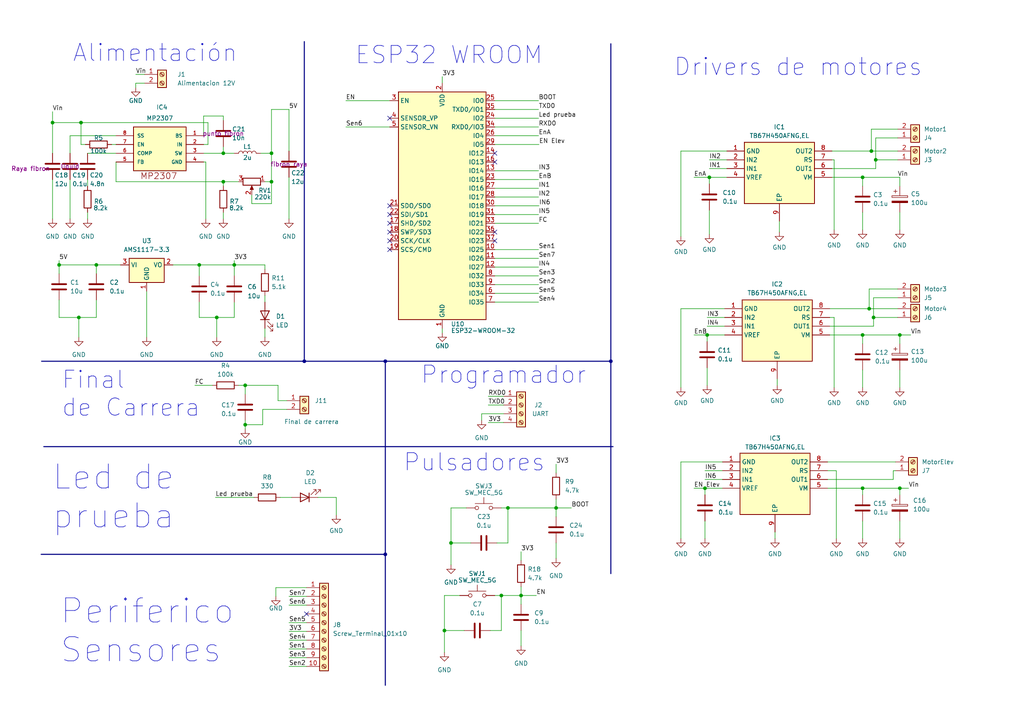
<source format=kicad_sch>
(kicad_sch (version 20230121) (generator eeschema)

  (uuid dfed5bf9-8b7f-4c1e-93df-1c25726c0e03)

  (paper "A4")

  (lib_symbols
    (symbol "Connector:Screw_Terminal_01x02" (pin_names (offset 1.016) hide) (in_bom yes) (on_board yes)
      (property "Reference" "J" (at 0 2.54 0)
        (effects (font (size 1.27 1.27)))
      )
      (property "Value" "Screw_Terminal_01x02" (at 0 -5.08 0)
        (effects (font (size 1.27 1.27)))
      )
      (property "Footprint" "" (at 0 0 0)
        (effects (font (size 1.27 1.27)) hide)
      )
      (property "Datasheet" "~" (at 0 0 0)
        (effects (font (size 1.27 1.27)) hide)
      )
      (property "ki_keywords" "screw terminal" (at 0 0 0)
        (effects (font (size 1.27 1.27)) hide)
      )
      (property "ki_description" "Generic screw terminal, single row, 01x02, script generated (kicad-library-utils/schlib/autogen/connector/)" (at 0 0 0)
        (effects (font (size 1.27 1.27)) hide)
      )
      (property "ki_fp_filters" "TerminalBlock*:*" (at 0 0 0)
        (effects (font (size 1.27 1.27)) hide)
      )
      (symbol "Screw_Terminal_01x02_1_1"
        (rectangle (start -1.27 1.27) (end 1.27 -3.81)
          (stroke (width 0.254) (type default))
          (fill (type background))
        )
        (circle (center 0 -2.54) (radius 0.635)
          (stroke (width 0.1524) (type default))
          (fill (type none))
        )
        (polyline
          (pts
            (xy -0.5334 -2.2098)
            (xy 0.3302 -3.048)
          )
          (stroke (width 0.1524) (type default))
          (fill (type none))
        )
        (polyline
          (pts
            (xy -0.5334 0.3302)
            (xy 0.3302 -0.508)
          )
          (stroke (width 0.1524) (type default))
          (fill (type none))
        )
        (polyline
          (pts
            (xy -0.3556 -2.032)
            (xy 0.508 -2.8702)
          )
          (stroke (width 0.1524) (type default))
          (fill (type none))
        )
        (polyline
          (pts
            (xy -0.3556 0.508)
            (xy 0.508 -0.3302)
          )
          (stroke (width 0.1524) (type default))
          (fill (type none))
        )
        (circle (center 0 0) (radius 0.635)
          (stroke (width 0.1524) (type default))
          (fill (type none))
        )
        (pin passive line (at -5.08 0 0) (length 3.81)
          (name "Pin_1" (effects (font (size 1.27 1.27))))
          (number "1" (effects (font (size 1.27 1.27))))
        )
        (pin passive line (at -5.08 -2.54 0) (length 3.81)
          (name "Pin_2" (effects (font (size 1.27 1.27))))
          (number "2" (effects (font (size 1.27 1.27))))
        )
      )
    )
    (symbol "Connector:Screw_Terminal_01x04" (pin_names (offset 1.016) hide) (in_bom yes) (on_board yes)
      (property "Reference" "J" (at 0 5.08 0)
        (effects (font (size 1.27 1.27)))
      )
      (property "Value" "Screw_Terminal_01x04" (at 0 -7.62 0)
        (effects (font (size 1.27 1.27)))
      )
      (property "Footprint" "" (at 0 0 0)
        (effects (font (size 1.27 1.27)) hide)
      )
      (property "Datasheet" "~" (at 0 0 0)
        (effects (font (size 1.27 1.27)) hide)
      )
      (property "ki_keywords" "screw terminal" (at 0 0 0)
        (effects (font (size 1.27 1.27)) hide)
      )
      (property "ki_description" "Generic screw terminal, single row, 01x04, script generated (kicad-library-utils/schlib/autogen/connector/)" (at 0 0 0)
        (effects (font (size 1.27 1.27)) hide)
      )
      (property "ki_fp_filters" "TerminalBlock*:*" (at 0 0 0)
        (effects (font (size 1.27 1.27)) hide)
      )
      (symbol "Screw_Terminal_01x04_1_1"
        (rectangle (start -1.27 3.81) (end 1.27 -6.35)
          (stroke (width 0.254) (type default))
          (fill (type background))
        )
        (circle (center 0 -5.08) (radius 0.635)
          (stroke (width 0.1524) (type default))
          (fill (type none))
        )
        (circle (center 0 -2.54) (radius 0.635)
          (stroke (width 0.1524) (type default))
          (fill (type none))
        )
        (polyline
          (pts
            (xy -0.5334 -4.7498)
            (xy 0.3302 -5.588)
          )
          (stroke (width 0.1524) (type default))
          (fill (type none))
        )
        (polyline
          (pts
            (xy -0.5334 -2.2098)
            (xy 0.3302 -3.048)
          )
          (stroke (width 0.1524) (type default))
          (fill (type none))
        )
        (polyline
          (pts
            (xy -0.5334 0.3302)
            (xy 0.3302 -0.508)
          )
          (stroke (width 0.1524) (type default))
          (fill (type none))
        )
        (polyline
          (pts
            (xy -0.5334 2.8702)
            (xy 0.3302 2.032)
          )
          (stroke (width 0.1524) (type default))
          (fill (type none))
        )
        (polyline
          (pts
            (xy -0.3556 -4.572)
            (xy 0.508 -5.4102)
          )
          (stroke (width 0.1524) (type default))
          (fill (type none))
        )
        (polyline
          (pts
            (xy -0.3556 -2.032)
            (xy 0.508 -2.8702)
          )
          (stroke (width 0.1524) (type default))
          (fill (type none))
        )
        (polyline
          (pts
            (xy -0.3556 0.508)
            (xy 0.508 -0.3302)
          )
          (stroke (width 0.1524) (type default))
          (fill (type none))
        )
        (polyline
          (pts
            (xy -0.3556 3.048)
            (xy 0.508 2.2098)
          )
          (stroke (width 0.1524) (type default))
          (fill (type none))
        )
        (circle (center 0 0) (radius 0.635)
          (stroke (width 0.1524) (type default))
          (fill (type none))
        )
        (circle (center 0 2.54) (radius 0.635)
          (stroke (width 0.1524) (type default))
          (fill (type none))
        )
        (pin passive line (at -5.08 2.54 0) (length 3.81)
          (name "Pin_1" (effects (font (size 1.27 1.27))))
          (number "1" (effects (font (size 1.27 1.27))))
        )
        (pin passive line (at -5.08 0 0) (length 3.81)
          (name "Pin_2" (effects (font (size 1.27 1.27))))
          (number "2" (effects (font (size 1.27 1.27))))
        )
        (pin passive line (at -5.08 -2.54 0) (length 3.81)
          (name "Pin_3" (effects (font (size 1.27 1.27))))
          (number "3" (effects (font (size 1.27 1.27))))
        )
        (pin passive line (at -5.08 -5.08 0) (length 3.81)
          (name "Pin_4" (effects (font (size 1.27 1.27))))
          (number "4" (effects (font (size 1.27 1.27))))
        )
      )
    )
    (symbol "Connector:Screw_Terminal_01x10" (pin_names (offset 1.016) hide) (in_bom yes) (on_board yes)
      (property "Reference" "J" (at 0 12.7 0)
        (effects (font (size 1.27 1.27)))
      )
      (property "Value" "Screw_Terminal_01x10" (at 0 -15.24 0)
        (effects (font (size 1.27 1.27)))
      )
      (property "Footprint" "" (at 0 0 0)
        (effects (font (size 1.27 1.27)) hide)
      )
      (property "Datasheet" "~" (at 0 0 0)
        (effects (font (size 1.27 1.27)) hide)
      )
      (property "ki_keywords" "screw terminal" (at 0 0 0)
        (effects (font (size 1.27 1.27)) hide)
      )
      (property "ki_description" "Generic screw terminal, single row, 01x10, script generated (kicad-library-utils/schlib/autogen/connector/)" (at 0 0 0)
        (effects (font (size 1.27 1.27)) hide)
      )
      (property "ki_fp_filters" "TerminalBlock*:*" (at 0 0 0)
        (effects (font (size 1.27 1.27)) hide)
      )
      (symbol "Screw_Terminal_01x10_1_1"
        (rectangle (start -1.27 11.43) (end 1.27 -13.97)
          (stroke (width 0.254) (type default))
          (fill (type background))
        )
        (circle (center 0 -12.7) (radius 0.635)
          (stroke (width 0.1524) (type default))
          (fill (type none))
        )
        (circle (center 0 -10.16) (radius 0.635)
          (stroke (width 0.1524) (type default))
          (fill (type none))
        )
        (circle (center 0 -7.62) (radius 0.635)
          (stroke (width 0.1524) (type default))
          (fill (type none))
        )
        (circle (center 0 -5.08) (radius 0.635)
          (stroke (width 0.1524) (type default))
          (fill (type none))
        )
        (circle (center 0 -2.54) (radius 0.635)
          (stroke (width 0.1524) (type default))
          (fill (type none))
        )
        (polyline
          (pts
            (xy -0.5334 -12.3698)
            (xy 0.3302 -13.208)
          )
          (stroke (width 0.1524) (type default))
          (fill (type none))
        )
        (polyline
          (pts
            (xy -0.5334 -9.8298)
            (xy 0.3302 -10.668)
          )
          (stroke (width 0.1524) (type default))
          (fill (type none))
        )
        (polyline
          (pts
            (xy -0.5334 -7.2898)
            (xy 0.3302 -8.128)
          )
          (stroke (width 0.1524) (type default))
          (fill (type none))
        )
        (polyline
          (pts
            (xy -0.5334 -4.7498)
            (xy 0.3302 -5.588)
          )
          (stroke (width 0.1524) (type default))
          (fill (type none))
        )
        (polyline
          (pts
            (xy -0.5334 -2.2098)
            (xy 0.3302 -3.048)
          )
          (stroke (width 0.1524) (type default))
          (fill (type none))
        )
        (polyline
          (pts
            (xy -0.5334 0.3302)
            (xy 0.3302 -0.508)
          )
          (stroke (width 0.1524) (type default))
          (fill (type none))
        )
        (polyline
          (pts
            (xy -0.5334 2.8702)
            (xy 0.3302 2.032)
          )
          (stroke (width 0.1524) (type default))
          (fill (type none))
        )
        (polyline
          (pts
            (xy -0.5334 5.4102)
            (xy 0.3302 4.572)
          )
          (stroke (width 0.1524) (type default))
          (fill (type none))
        )
        (polyline
          (pts
            (xy -0.5334 7.9502)
            (xy 0.3302 7.112)
          )
          (stroke (width 0.1524) (type default))
          (fill (type none))
        )
        (polyline
          (pts
            (xy -0.5334 10.4902)
            (xy 0.3302 9.652)
          )
          (stroke (width 0.1524) (type default))
          (fill (type none))
        )
        (polyline
          (pts
            (xy -0.3556 -12.192)
            (xy 0.508 -13.0302)
          )
          (stroke (width 0.1524) (type default))
          (fill (type none))
        )
        (polyline
          (pts
            (xy -0.3556 -9.652)
            (xy 0.508 -10.4902)
          )
          (stroke (width 0.1524) (type default))
          (fill (type none))
        )
        (polyline
          (pts
            (xy -0.3556 -7.112)
            (xy 0.508 -7.9502)
          )
          (stroke (width 0.1524) (type default))
          (fill (type none))
        )
        (polyline
          (pts
            (xy -0.3556 -4.572)
            (xy 0.508 -5.4102)
          )
          (stroke (width 0.1524) (type default))
          (fill (type none))
        )
        (polyline
          (pts
            (xy -0.3556 -2.032)
            (xy 0.508 -2.8702)
          )
          (stroke (width 0.1524) (type default))
          (fill (type none))
        )
        (polyline
          (pts
            (xy -0.3556 0.508)
            (xy 0.508 -0.3302)
          )
          (stroke (width 0.1524) (type default))
          (fill (type none))
        )
        (polyline
          (pts
            (xy -0.3556 3.048)
            (xy 0.508 2.2098)
          )
          (stroke (width 0.1524) (type default))
          (fill (type none))
        )
        (polyline
          (pts
            (xy -0.3556 5.588)
            (xy 0.508 4.7498)
          )
          (stroke (width 0.1524) (type default))
          (fill (type none))
        )
        (polyline
          (pts
            (xy -0.3556 8.128)
            (xy 0.508 7.2898)
          )
          (stroke (width 0.1524) (type default))
          (fill (type none))
        )
        (polyline
          (pts
            (xy -0.3556 10.668)
            (xy 0.508 9.8298)
          )
          (stroke (width 0.1524) (type default))
          (fill (type none))
        )
        (circle (center 0 0) (radius 0.635)
          (stroke (width 0.1524) (type default))
          (fill (type none))
        )
        (circle (center 0 2.54) (radius 0.635)
          (stroke (width 0.1524) (type default))
          (fill (type none))
        )
        (circle (center 0 5.08) (radius 0.635)
          (stroke (width 0.1524) (type default))
          (fill (type none))
        )
        (circle (center 0 7.62) (radius 0.635)
          (stroke (width 0.1524) (type default))
          (fill (type none))
        )
        (circle (center 0 10.16) (radius 0.635)
          (stroke (width 0.1524) (type default))
          (fill (type none))
        )
        (pin passive line (at -5.08 10.16 0) (length 3.81)
          (name "Pin_1" (effects (font (size 1.27 1.27))))
          (number "1" (effects (font (size 1.27 1.27))))
        )
        (pin passive line (at -5.08 -12.7 0) (length 3.81)
          (name "Pin_10" (effects (font (size 1.27 1.27))))
          (number "10" (effects (font (size 1.27 1.27))))
        )
        (pin passive line (at -5.08 7.62 0) (length 3.81)
          (name "Pin_2" (effects (font (size 1.27 1.27))))
          (number "2" (effects (font (size 1.27 1.27))))
        )
        (pin passive line (at -5.08 5.08 0) (length 3.81)
          (name "Pin_3" (effects (font (size 1.27 1.27))))
          (number "3" (effects (font (size 1.27 1.27))))
        )
        (pin passive line (at -5.08 2.54 0) (length 3.81)
          (name "Pin_4" (effects (font (size 1.27 1.27))))
          (number "4" (effects (font (size 1.27 1.27))))
        )
        (pin passive line (at -5.08 0 0) (length 3.81)
          (name "Pin_5" (effects (font (size 1.27 1.27))))
          (number "5" (effects (font (size 1.27 1.27))))
        )
        (pin passive line (at -5.08 -2.54 0) (length 3.81)
          (name "Pin_6" (effects (font (size 1.27 1.27))))
          (number "6" (effects (font (size 1.27 1.27))))
        )
        (pin passive line (at -5.08 -5.08 0) (length 3.81)
          (name "Pin_7" (effects (font (size 1.27 1.27))))
          (number "7" (effects (font (size 1.27 1.27))))
        )
        (pin passive line (at -5.08 -7.62 0) (length 3.81)
          (name "Pin_8" (effects (font (size 1.27 1.27))))
          (number "8" (effects (font (size 1.27 1.27))))
        )
        (pin passive line (at -5.08 -10.16 0) (length 3.81)
          (name "Pin_9" (effects (font (size 1.27 1.27))))
          (number "9" (effects (font (size 1.27 1.27))))
        )
      )
    )
    (symbol "Device:C" (pin_numbers hide) (pin_names (offset 0.254)) (in_bom yes) (on_board yes)
      (property "Reference" "C" (at 0.635 2.54 0)
        (effects (font (size 1.27 1.27)) (justify left))
      )
      (property "Value" "C" (at 0.635 -2.54 0)
        (effects (font (size 1.27 1.27)) (justify left))
      )
      (property "Footprint" "" (at 0.9652 -3.81 0)
        (effects (font (size 1.27 1.27)) hide)
      )
      (property "Datasheet" "~" (at 0 0 0)
        (effects (font (size 1.27 1.27)) hide)
      )
      (property "ki_keywords" "cap capacitor" (at 0 0 0)
        (effects (font (size 1.27 1.27)) hide)
      )
      (property "ki_description" "Unpolarized capacitor" (at 0 0 0)
        (effects (font (size 1.27 1.27)) hide)
      )
      (property "ki_fp_filters" "C_*" (at 0 0 0)
        (effects (font (size 1.27 1.27)) hide)
      )
      (symbol "C_0_1"
        (polyline
          (pts
            (xy -2.032 -0.762)
            (xy 2.032 -0.762)
          )
          (stroke (width 0.508) (type default))
          (fill (type none))
        )
        (polyline
          (pts
            (xy -2.032 0.762)
            (xy 2.032 0.762)
          )
          (stroke (width 0.508) (type default))
          (fill (type none))
        )
      )
      (symbol "C_1_1"
        (pin passive line (at 0 3.81 270) (length 2.794)
          (name "~" (effects (font (size 1.27 1.27))))
          (number "1" (effects (font (size 1.27 1.27))))
        )
        (pin passive line (at 0 -3.81 90) (length 2.794)
          (name "~" (effects (font (size 1.27 1.27))))
          (number "2" (effects (font (size 1.27 1.27))))
        )
      )
    )
    (symbol "Device:C_Polarized" (pin_numbers hide) (pin_names (offset 0.254)) (in_bom yes) (on_board yes)
      (property "Reference" "C" (at 0.635 2.54 0)
        (effects (font (size 1.27 1.27)) (justify left))
      )
      (property "Value" "C_Polarized" (at 0.635 -2.54 0)
        (effects (font (size 1.27 1.27)) (justify left))
      )
      (property "Footprint" "" (at 0.9652 -3.81 0)
        (effects (font (size 1.27 1.27)) hide)
      )
      (property "Datasheet" "~" (at 0 0 0)
        (effects (font (size 1.27 1.27)) hide)
      )
      (property "ki_keywords" "cap capacitor" (at 0 0 0)
        (effects (font (size 1.27 1.27)) hide)
      )
      (property "ki_description" "Polarized capacitor" (at 0 0 0)
        (effects (font (size 1.27 1.27)) hide)
      )
      (property "ki_fp_filters" "CP_*" (at 0 0 0)
        (effects (font (size 1.27 1.27)) hide)
      )
      (symbol "C_Polarized_0_1"
        (rectangle (start -2.286 0.508) (end 2.286 1.016)
          (stroke (width 0) (type default))
          (fill (type none))
        )
        (polyline
          (pts
            (xy -1.778 2.286)
            (xy -0.762 2.286)
          )
          (stroke (width 0) (type default))
          (fill (type none))
        )
        (polyline
          (pts
            (xy -1.27 2.794)
            (xy -1.27 1.778)
          )
          (stroke (width 0) (type default))
          (fill (type none))
        )
        (rectangle (start 2.286 -0.508) (end -2.286 -1.016)
          (stroke (width 0) (type default))
          (fill (type outline))
        )
      )
      (symbol "C_Polarized_1_1"
        (pin passive line (at 0 3.81 270) (length 2.794)
          (name "~" (effects (font (size 1.27 1.27))))
          (number "1" (effects (font (size 1.27 1.27))))
        )
        (pin passive line (at 0 -3.81 90) (length 2.794)
          (name "~" (effects (font (size 1.27 1.27))))
          (number "2" (effects (font (size 1.27 1.27))))
        )
      )
    )
    (symbol "Device:L" (pin_numbers hide) (pin_names (offset 1.016) hide) (in_bom yes) (on_board yes)
      (property "Reference" "L" (at -1.27 0 90)
        (effects (font (size 1.27 1.27)))
      )
      (property "Value" "L" (at 1.905 0 90)
        (effects (font (size 1.27 1.27)))
      )
      (property "Footprint" "" (at 0 0 0)
        (effects (font (size 1.27 1.27)) hide)
      )
      (property "Datasheet" "~" (at 0 0 0)
        (effects (font (size 1.27 1.27)) hide)
      )
      (property "ki_keywords" "inductor choke coil reactor magnetic" (at 0 0 0)
        (effects (font (size 1.27 1.27)) hide)
      )
      (property "ki_description" "Inductor" (at 0 0 0)
        (effects (font (size 1.27 1.27)) hide)
      )
      (property "ki_fp_filters" "Choke_* *Coil* Inductor_* L_*" (at 0 0 0)
        (effects (font (size 1.27 1.27)) hide)
      )
      (symbol "L_0_1"
        (arc (start 0 -2.54) (mid 0.6323 -1.905) (end 0 -1.27)
          (stroke (width 0) (type default))
          (fill (type none))
        )
        (arc (start 0 -1.27) (mid 0.6323 -0.635) (end 0 0)
          (stroke (width 0) (type default))
          (fill (type none))
        )
        (arc (start 0 0) (mid 0.6323 0.635) (end 0 1.27)
          (stroke (width 0) (type default))
          (fill (type none))
        )
        (arc (start 0 1.27) (mid 0.6323 1.905) (end 0 2.54)
          (stroke (width 0) (type default))
          (fill (type none))
        )
      )
      (symbol "L_1_1"
        (pin passive line (at 0 3.81 270) (length 1.27)
          (name "1" (effects (font (size 1.27 1.27))))
          (number "1" (effects (font (size 1.27 1.27))))
        )
        (pin passive line (at 0 -3.81 90) (length 1.27)
          (name "2" (effects (font (size 1.27 1.27))))
          (number "2" (effects (font (size 1.27 1.27))))
        )
      )
    )
    (symbol "Device:LED" (pin_numbers hide) (pin_names (offset 1.016) hide) (in_bom yes) (on_board yes)
      (property "Reference" "D" (at 0 2.54 0)
        (effects (font (size 1.27 1.27)))
      )
      (property "Value" "LED" (at 0 -2.54 0)
        (effects (font (size 1.27 1.27)))
      )
      (property "Footprint" "" (at 0 0 0)
        (effects (font (size 1.27 1.27)) hide)
      )
      (property "Datasheet" "~" (at 0 0 0)
        (effects (font (size 1.27 1.27)) hide)
      )
      (property "ki_keywords" "LED diode" (at 0 0 0)
        (effects (font (size 1.27 1.27)) hide)
      )
      (property "ki_description" "Light emitting diode" (at 0 0 0)
        (effects (font (size 1.27 1.27)) hide)
      )
      (property "ki_fp_filters" "LED* LED_SMD:* LED_THT:*" (at 0 0 0)
        (effects (font (size 1.27 1.27)) hide)
      )
      (symbol "LED_0_1"
        (polyline
          (pts
            (xy -1.27 -1.27)
            (xy -1.27 1.27)
          )
          (stroke (width 0.254) (type default))
          (fill (type none))
        )
        (polyline
          (pts
            (xy -1.27 0)
            (xy 1.27 0)
          )
          (stroke (width 0) (type default))
          (fill (type none))
        )
        (polyline
          (pts
            (xy 1.27 -1.27)
            (xy 1.27 1.27)
            (xy -1.27 0)
            (xy 1.27 -1.27)
          )
          (stroke (width 0.254) (type default))
          (fill (type none))
        )
        (polyline
          (pts
            (xy -3.048 -0.762)
            (xy -4.572 -2.286)
            (xy -3.81 -2.286)
            (xy -4.572 -2.286)
            (xy -4.572 -1.524)
          )
          (stroke (width 0) (type default))
          (fill (type none))
        )
        (polyline
          (pts
            (xy -1.778 -0.762)
            (xy -3.302 -2.286)
            (xy -2.54 -2.286)
            (xy -3.302 -2.286)
            (xy -3.302 -1.524)
          )
          (stroke (width 0) (type default))
          (fill (type none))
        )
      )
      (symbol "LED_1_1"
        (pin passive line (at -3.81 0 0) (length 2.54)
          (name "K" (effects (font (size 1.27 1.27))))
          (number "1" (effects (font (size 1.27 1.27))))
        )
        (pin passive line (at 3.81 0 180) (length 2.54)
          (name "A" (effects (font (size 1.27 1.27))))
          (number "2" (effects (font (size 1.27 1.27))))
        )
      )
    )
    (symbol "Device:R" (pin_numbers hide) (pin_names (offset 0)) (in_bom yes) (on_board yes)
      (property "Reference" "R" (at 2.032 0 90)
        (effects (font (size 1.27 1.27)))
      )
      (property "Value" "R" (at 0 0 90)
        (effects (font (size 1.27 1.27)))
      )
      (property "Footprint" "" (at -1.778 0 90)
        (effects (font (size 1.27 1.27)) hide)
      )
      (property "Datasheet" "~" (at 0 0 0)
        (effects (font (size 1.27 1.27)) hide)
      )
      (property "ki_keywords" "R res resistor" (at 0 0 0)
        (effects (font (size 1.27 1.27)) hide)
      )
      (property "ki_description" "Resistor" (at 0 0 0)
        (effects (font (size 1.27 1.27)) hide)
      )
      (property "ki_fp_filters" "R_*" (at 0 0 0)
        (effects (font (size 1.27 1.27)) hide)
      )
      (symbol "R_0_1"
        (rectangle (start -1.016 -2.54) (end 1.016 2.54)
          (stroke (width 0.254) (type default))
          (fill (type none))
        )
      )
      (symbol "R_1_1"
        (pin passive line (at 0 3.81 270) (length 1.27)
          (name "~" (effects (font (size 1.27 1.27))))
          (number "1" (effects (font (size 1.27 1.27))))
        )
        (pin passive line (at 0 -3.81 90) (length 1.27)
          (name "~" (effects (font (size 1.27 1.27))))
          (number "2" (effects (font (size 1.27 1.27))))
        )
      )
    )
    (symbol "Device:R_Potentiometer" (pin_names (offset 1.016) hide) (in_bom yes) (on_board yes)
      (property "Reference" "RV" (at -4.445 0 90)
        (effects (font (size 1.27 1.27)))
      )
      (property "Value" "R_Potentiometer" (at -2.54 0 90)
        (effects (font (size 1.27 1.27)))
      )
      (property "Footprint" "" (at 0 0 0)
        (effects (font (size 1.27 1.27)) hide)
      )
      (property "Datasheet" "~" (at 0 0 0)
        (effects (font (size 1.27 1.27)) hide)
      )
      (property "ki_keywords" "resistor variable" (at 0 0 0)
        (effects (font (size 1.27 1.27)) hide)
      )
      (property "ki_description" "Potentiometer" (at 0 0 0)
        (effects (font (size 1.27 1.27)) hide)
      )
      (property "ki_fp_filters" "Potentiometer*" (at 0 0 0)
        (effects (font (size 1.27 1.27)) hide)
      )
      (symbol "R_Potentiometer_0_1"
        (polyline
          (pts
            (xy 2.54 0)
            (xy 1.524 0)
          )
          (stroke (width 0) (type default))
          (fill (type none))
        )
        (polyline
          (pts
            (xy 1.143 0)
            (xy 2.286 0.508)
            (xy 2.286 -0.508)
            (xy 1.143 0)
          )
          (stroke (width 0) (type default))
          (fill (type outline))
        )
        (rectangle (start 1.016 2.54) (end -1.016 -2.54)
          (stroke (width 0.254) (type default))
          (fill (type none))
        )
      )
      (symbol "R_Potentiometer_1_1"
        (pin passive line (at 0 3.81 270) (length 1.27)
          (name "1" (effects (font (size 1.27 1.27))))
          (number "1" (effects (font (size 1.27 1.27))))
        )
        (pin passive line (at 3.81 0 180) (length 1.27)
          (name "2" (effects (font (size 1.27 1.27))))
          (number "2" (effects (font (size 1.27 1.27))))
        )
        (pin passive line (at 0 -3.81 90) (length 1.27)
          (name "3" (effects (font (size 1.27 1.27))))
          (number "3" (effects (font (size 1.27 1.27))))
        )
      )
    )
    (symbol "GND_1" (power) (pin_names (offset 0)) (in_bom yes) (on_board yes)
      (property "Reference" "#PWR" (at 0 -6.35 0)
        (effects (font (size 1.27 1.27)) hide)
      )
      (property "Value" "GND_1" (at 0 -3.81 0)
        (effects (font (size 1.27 1.27)))
      )
      (property "Footprint" "" (at 0 0 0)
        (effects (font (size 1.27 1.27)) hide)
      )
      (property "Datasheet" "" (at 0 0 0)
        (effects (font (size 1.27 1.27)) hide)
      )
      (property "ki_keywords" "global power" (at 0 0 0)
        (effects (font (size 1.27 1.27)) hide)
      )
      (property "ki_description" "Power symbol creates a global label with name \"GND\" , ground" (at 0 0 0)
        (effects (font (size 1.27 1.27)) hide)
      )
      (symbol "GND_1_0_1"
        (polyline
          (pts
            (xy 0 0)
            (xy 0 -1.27)
            (xy 1.27 -1.27)
            (xy 0 -2.54)
            (xy -1.27 -1.27)
            (xy 0 -1.27)
          )
          (stroke (width 0) (type default))
          (fill (type none))
        )
      )
      (symbol "GND_1_1_1"
        (pin power_in line (at 0 0 270) (length 0) hide
          (name "GND" (effects (font (size 1.27 1.27))))
          (number "1" (effects (font (size 1.27 1.27))))
        )
      )
    )
    (symbol "MP2307:MP2307" (pin_names (offset 1.016)) (in_bom yes) (on_board yes)
      (property "Reference" "IC" (at 0 0 0)
        (effects (font (size 1.27 1.27)) (justify bottom))
      )
      (property "Value" "MP2307" (at -5.08 7.62 0)
        (effects (font (size 1.27 1.27)) (justify left bottom))
      )
      (property "Footprint" "SO8-TH" (at 0 0 0)
        (effects (font (size 1.27 1.27)) (justify bottom) hide)
      )
      (property "Datasheet" "" (at 0 0 0)
        (effects (font (size 1.27 1.27)) hide)
      )
      (symbol "MP2307_0_0"
        (rectangle (start -7.62 -5.08) (end 7.62 7.62)
          (stroke (width 0.254) (type default))
          (fill (type background))
        )
        (text "MP2307" (at -5.08 -7.62 0)
          (effects (font (size 1.778 1.778)) (justify left bottom))
        )
        (pin bidirectional line (at -12.7 5.08 0) (length 5.08)
          (name "BS" (effects (font (size 1.016 1.016))))
          (number "1" (effects (font (size 1.016 1.016))))
        )
        (pin bidirectional line (at -12.7 2.54 0) (length 5.08)
          (name "IN" (effects (font (size 1.016 1.016))))
          (number "2" (effects (font (size 1.016 1.016))))
        )
        (pin bidirectional line (at -12.7 0 0) (length 5.08)
          (name "SW" (effects (font (size 1.016 1.016))))
          (number "3" (effects (font (size 1.016 1.016))))
        )
        (pin bidirectional line (at -12.7 -2.54 0) (length 5.08)
          (name "GND" (effects (font (size 1.016 1.016))))
          (number "4" (effects (font (size 1.016 1.016))))
        )
        (pin bidirectional line (at 12.7 -2.54 180) (length 5.08)
          (name "FB" (effects (font (size 1.016 1.016))))
          (number "5" (effects (font (size 1.016 1.016))))
        )
        (pin bidirectional line (at 12.7 0 180) (length 5.08)
          (name "COMP" (effects (font (size 1.016 1.016))))
          (number "6" (effects (font (size 1.016 1.016))))
        )
        (pin bidirectional line (at 12.7 2.54 180) (length 5.08)
          (name "EN" (effects (font (size 1.016 1.016))))
          (number "7" (effects (font (size 1.016 1.016))))
        )
        (pin bidirectional line (at 12.7 5.08 180) (length 5.08)
          (name "SS" (effects (font (size 1.016 1.016))))
          (number "8" (effects (font (size 1.016 1.016))))
        )
      )
    )
    (symbol "RF_Module:ESP32-WROOM-32" (in_bom yes) (on_board yes)
      (property "Reference" "U" (at -12.7 34.29 0)
        (effects (font (size 1.27 1.27)) (justify left))
      )
      (property "Value" "ESP32-WROOM-32" (at 1.27 34.29 0)
        (effects (font (size 1.27 1.27)) (justify left))
      )
      (property "Footprint" "RF_Module:ESP32-WROOM-32" (at 0 -38.1 0)
        (effects (font (size 1.27 1.27)) hide)
      )
      (property "Datasheet" "https://www.espressif.com/sites/default/files/documentation/esp32-wroom-32_datasheet_en.pdf" (at -7.62 1.27 0)
        (effects (font (size 1.27 1.27)) hide)
      )
      (property "ki_keywords" "RF Radio BT ESP ESP32 Espressif onboard PCB antenna" (at 0 0 0)
        (effects (font (size 1.27 1.27)) hide)
      )
      (property "ki_description" "RF Module, ESP32-D0WDQ6 SoC, Wi-Fi 802.11b/g/n, Bluetooth, BLE, 32-bit, 2.7-3.6V, onboard antenna, SMD" (at 0 0 0)
        (effects (font (size 1.27 1.27)) hide)
      )
      (property "ki_fp_filters" "ESP32?WROOM?32*" (at 0 0 0)
        (effects (font (size 1.27 1.27)) hide)
      )
      (symbol "ESP32-WROOM-32_0_1"
        (rectangle (start -12.7 33.02) (end 12.7 -33.02)
          (stroke (width 0.254) (type default))
          (fill (type background))
        )
      )
      (symbol "ESP32-WROOM-32_1_1"
        (pin power_in line (at 0 -35.56 90) (length 2.54)
          (name "GND" (effects (font (size 1.27 1.27))))
          (number "1" (effects (font (size 1.27 1.27))))
        )
        (pin bidirectional line (at 15.24 -12.7 180) (length 2.54)
          (name "IO25" (effects (font (size 1.27 1.27))))
          (number "10" (effects (font (size 1.27 1.27))))
        )
        (pin bidirectional line (at 15.24 -15.24 180) (length 2.54)
          (name "IO26" (effects (font (size 1.27 1.27))))
          (number "11" (effects (font (size 1.27 1.27))))
        )
        (pin bidirectional line (at 15.24 -17.78 180) (length 2.54)
          (name "IO27" (effects (font (size 1.27 1.27))))
          (number "12" (effects (font (size 1.27 1.27))))
        )
        (pin bidirectional line (at 15.24 10.16 180) (length 2.54)
          (name "IO14" (effects (font (size 1.27 1.27))))
          (number "13" (effects (font (size 1.27 1.27))))
        )
        (pin bidirectional line (at 15.24 15.24 180) (length 2.54)
          (name "IO12" (effects (font (size 1.27 1.27))))
          (number "14" (effects (font (size 1.27 1.27))))
        )
        (pin passive line (at 0 -35.56 90) (length 2.54) hide
          (name "GND" (effects (font (size 1.27 1.27))))
          (number "15" (effects (font (size 1.27 1.27))))
        )
        (pin bidirectional line (at 15.24 12.7 180) (length 2.54)
          (name "IO13" (effects (font (size 1.27 1.27))))
          (number "16" (effects (font (size 1.27 1.27))))
        )
        (pin bidirectional line (at -15.24 -5.08 0) (length 2.54)
          (name "SHD/SD2" (effects (font (size 1.27 1.27))))
          (number "17" (effects (font (size 1.27 1.27))))
        )
        (pin bidirectional line (at -15.24 -7.62 0) (length 2.54)
          (name "SWP/SD3" (effects (font (size 1.27 1.27))))
          (number "18" (effects (font (size 1.27 1.27))))
        )
        (pin bidirectional line (at -15.24 -12.7 0) (length 2.54)
          (name "SCS/CMD" (effects (font (size 1.27 1.27))))
          (number "19" (effects (font (size 1.27 1.27))))
        )
        (pin power_in line (at 0 35.56 270) (length 2.54)
          (name "VDD" (effects (font (size 1.27 1.27))))
          (number "2" (effects (font (size 1.27 1.27))))
        )
        (pin bidirectional line (at -15.24 -10.16 0) (length 2.54)
          (name "SCK/CLK" (effects (font (size 1.27 1.27))))
          (number "20" (effects (font (size 1.27 1.27))))
        )
        (pin bidirectional line (at -15.24 0 0) (length 2.54)
          (name "SDO/SD0" (effects (font (size 1.27 1.27))))
          (number "21" (effects (font (size 1.27 1.27))))
        )
        (pin bidirectional line (at -15.24 -2.54 0) (length 2.54)
          (name "SDI/SD1" (effects (font (size 1.27 1.27))))
          (number "22" (effects (font (size 1.27 1.27))))
        )
        (pin bidirectional line (at 15.24 7.62 180) (length 2.54)
          (name "IO15" (effects (font (size 1.27 1.27))))
          (number "23" (effects (font (size 1.27 1.27))))
        )
        (pin bidirectional line (at 15.24 25.4 180) (length 2.54)
          (name "IO2" (effects (font (size 1.27 1.27))))
          (number "24" (effects (font (size 1.27 1.27))))
        )
        (pin bidirectional line (at 15.24 30.48 180) (length 2.54)
          (name "IO0" (effects (font (size 1.27 1.27))))
          (number "25" (effects (font (size 1.27 1.27))))
        )
        (pin bidirectional line (at 15.24 20.32 180) (length 2.54)
          (name "IO4" (effects (font (size 1.27 1.27))))
          (number "26" (effects (font (size 1.27 1.27))))
        )
        (pin bidirectional line (at 15.24 5.08 180) (length 2.54)
          (name "IO16" (effects (font (size 1.27 1.27))))
          (number "27" (effects (font (size 1.27 1.27))))
        )
        (pin bidirectional line (at 15.24 2.54 180) (length 2.54)
          (name "IO17" (effects (font (size 1.27 1.27))))
          (number "28" (effects (font (size 1.27 1.27))))
        )
        (pin bidirectional line (at 15.24 17.78 180) (length 2.54)
          (name "IO5" (effects (font (size 1.27 1.27))))
          (number "29" (effects (font (size 1.27 1.27))))
        )
        (pin input line (at -15.24 30.48 0) (length 2.54)
          (name "EN" (effects (font (size 1.27 1.27))))
          (number "3" (effects (font (size 1.27 1.27))))
        )
        (pin bidirectional line (at 15.24 0 180) (length 2.54)
          (name "IO18" (effects (font (size 1.27 1.27))))
          (number "30" (effects (font (size 1.27 1.27))))
        )
        (pin bidirectional line (at 15.24 -2.54 180) (length 2.54)
          (name "IO19" (effects (font (size 1.27 1.27))))
          (number "31" (effects (font (size 1.27 1.27))))
        )
        (pin no_connect line (at -12.7 -27.94 0) (length 2.54) hide
          (name "NC" (effects (font (size 1.27 1.27))))
          (number "32" (effects (font (size 1.27 1.27))))
        )
        (pin bidirectional line (at 15.24 -5.08 180) (length 2.54)
          (name "IO21" (effects (font (size 1.27 1.27))))
          (number "33" (effects (font (size 1.27 1.27))))
        )
        (pin bidirectional line (at 15.24 22.86 180) (length 2.54)
          (name "RXD0/IO3" (effects (font (size 1.27 1.27))))
          (number "34" (effects (font (size 1.27 1.27))))
        )
        (pin bidirectional line (at 15.24 27.94 180) (length 2.54)
          (name "TXD0/IO1" (effects (font (size 1.27 1.27))))
          (number "35" (effects (font (size 1.27 1.27))))
        )
        (pin bidirectional line (at 15.24 -7.62 180) (length 2.54)
          (name "IO22" (effects (font (size 1.27 1.27))))
          (number "36" (effects (font (size 1.27 1.27))))
        )
        (pin bidirectional line (at 15.24 -10.16 180) (length 2.54)
          (name "IO23" (effects (font (size 1.27 1.27))))
          (number "37" (effects (font (size 1.27 1.27))))
        )
        (pin passive line (at 0 -35.56 90) (length 2.54) hide
          (name "GND" (effects (font (size 1.27 1.27))))
          (number "38" (effects (font (size 1.27 1.27))))
        )
        (pin passive line (at 0 -35.56 90) (length 2.54) hide
          (name "GND" (effects (font (size 1.27 1.27))))
          (number "39" (effects (font (size 1.27 1.27))))
        )
        (pin input line (at -15.24 25.4 0) (length 2.54)
          (name "SENSOR_VP" (effects (font (size 1.27 1.27))))
          (number "4" (effects (font (size 1.27 1.27))))
        )
        (pin input line (at -15.24 22.86 0) (length 2.54)
          (name "SENSOR_VN" (effects (font (size 1.27 1.27))))
          (number "5" (effects (font (size 1.27 1.27))))
        )
        (pin input line (at 15.24 -25.4 180) (length 2.54)
          (name "IO34" (effects (font (size 1.27 1.27))))
          (number "6" (effects (font (size 1.27 1.27))))
        )
        (pin input line (at 15.24 -27.94 180) (length 2.54)
          (name "IO35" (effects (font (size 1.27 1.27))))
          (number "7" (effects (font (size 1.27 1.27))))
        )
        (pin bidirectional line (at 15.24 -20.32 180) (length 2.54)
          (name "IO32" (effects (font (size 1.27 1.27))))
          (number "8" (effects (font (size 1.27 1.27))))
        )
        (pin bidirectional line (at 15.24 -22.86 180) (length 2.54)
          (name "IO33" (effects (font (size 1.27 1.27))))
          (number "9" (effects (font (size 1.27 1.27))))
        )
      )
    )
    (symbol "Regulator_Linear:AMS1117-3.3" (in_bom yes) (on_board yes)
      (property "Reference" "U" (at -3.81 3.175 0)
        (effects (font (size 1.27 1.27)))
      )
      (property "Value" "AMS1117-3.3" (at 0 3.175 0)
        (effects (font (size 1.27 1.27)) (justify left))
      )
      (property "Footprint" "Package_TO_SOT_SMD:SOT-223-3_TabPin2" (at 0 5.08 0)
        (effects (font (size 1.27 1.27)) hide)
      )
      (property "Datasheet" "http://www.advanced-monolithic.com/pdf/ds1117.pdf" (at 2.54 -6.35 0)
        (effects (font (size 1.27 1.27)) hide)
      )
      (property "ki_keywords" "linear regulator ldo fixed positive" (at 0 0 0)
        (effects (font (size 1.27 1.27)) hide)
      )
      (property "ki_description" "1A Low Dropout regulator, positive, 3.3V fixed output, SOT-223" (at 0 0 0)
        (effects (font (size 1.27 1.27)) hide)
      )
      (property "ki_fp_filters" "SOT?223*TabPin2*" (at 0 0 0)
        (effects (font (size 1.27 1.27)) hide)
      )
      (symbol "AMS1117-3.3_0_1"
        (rectangle (start -5.08 -5.08) (end 5.08 1.905)
          (stroke (width 0.254) (type default))
          (fill (type background))
        )
      )
      (symbol "AMS1117-3.3_1_1"
        (pin power_in line (at 0 -7.62 90) (length 2.54)
          (name "GND" (effects (font (size 1.27 1.27))))
          (number "1" (effects (font (size 1.27 1.27))))
        )
        (pin power_out line (at 7.62 0 180) (length 2.54)
          (name "VO" (effects (font (size 1.27 1.27))))
          (number "2" (effects (font (size 1.27 1.27))))
        )
        (pin power_in line (at -7.62 0 0) (length 2.54)
          (name "VI" (effects (font (size 1.27 1.27))))
          (number "3" (effects (font (size 1.27 1.27))))
        )
      )
    )
    (symbol "SW_MEC_5G_2" (pin_numbers hide) (pin_names (offset 1.016) hide) (in_bom yes) (on_board yes)
      (property "Reference" "SWJ2" (at 0 6.35 0)
        (effects (font (size 1.27 1.27)))
      )
      (property "Value" "SW_MEC_5G" (at 0 4.445 0)
        (effects (font (size 1.27 1.27)))
      )
      (property "Footprint" "Button_Switch_SMD:SW_Push_SPST_NO_Alps_SKRK" (at 0 5.08 0)
        (effects (font (size 1.27 1.27)) hide)
      )
      (property "Datasheet" "http://www.apem.com/int/index.php?controller=attachment&id_attachment=488" (at 0 5.08 0)
        (effects (font (size 1.27 1.27)) hide)
      )
      (property "ki_keywords" "switch normally-open pushbutton push-button" (at 0 0 0)
        (effects (font (size 1.27 1.27)) hide)
      )
      (property "ki_description" "MEC 5G single pole normally-open tactile switch" (at 0 0 0)
        (effects (font (size 1.27 1.27)) hide)
      )
      (property "ki_fp_filters" "SW*MEC*5G*" (at 0 0 0)
        (effects (font (size 1.27 1.27)) hide)
      )
      (symbol "SW_MEC_5G_2_0_1"
        (circle (center -2.032 0) (radius 0.508)
          (stroke (width 0) (type default))
          (fill (type none))
        )
        (polyline
          (pts
            (xy 0 1.27)
            (xy 0 3.048)
          )
          (stroke (width 0) (type default))
          (fill (type none))
        )
        (polyline
          (pts
            (xy 2.54 1.27)
            (xy -2.54 1.27)
          )
          (stroke (width 0) (type default))
          (fill (type none))
        )
        (circle (center 2.032 0) (radius 0.508)
          (stroke (width 0) (type default))
          (fill (type none))
        )
        (pin passive line (at -5.08 0 0) (length 2.54)
          (name "A" (effects (font (size 1.27 1.27))))
          (number "1" (effects (font (size 1.27 1.27))))
        )
      )
      (symbol "SW_MEC_5G_2_1_1"
        (pin passive line (at 5.08 0 180) (length 2.54)
          (name "B" (effects (font (size 1.27 1.27))))
          (number "2" (effects (font (size 1.27 1.27))))
        )
      )
    )
    (symbol "TB67H450AFNG_EL:TB67H450AFNG,EL" (in_bom yes) (on_board yes)
      (property "Reference" "IC" (at 26.67 7.62 0)
        (effects (font (size 1.27 1.27)) (justify left top))
      )
      (property "Value" "TB67H450AFNG,EL" (at 26.67 5.08 0)
        (effects (font (size 1.27 1.27)) (justify left top))
      )
      (property "Footprint" "SOIC127P600X170-9N" (at 26.67 -94.92 0)
        (effects (font (size 1.27 1.27)) (justify left top) hide)
      )
      (property "Datasheet" "https://www.mouser.jp/datasheet/2/408/Toshiba_TB67H450AFNG_datasheet_en_20201217-2932735.pdf" (at 26.67 -194.92 0)
        (effects (font (size 1.27 1.27)) (justify left top) hide)
      )
      (property "Height" "1.7" (at 26.67 -394.92 0)
        (effects (font (size 1.27 1.27)) (justify left top) hide)
      )
      (property "Mouser Part Number" "757-TB67H450AFNGEL" (at 26.67 -494.92 0)
        (effects (font (size 1.27 1.27)) (justify left top) hide)
      )
      (property "Mouser Price/Stock" "https://www.mouser.co.uk/ProductDetail/Toshiba/TB67H450AFNGEL?qs=Wj%2FVkw3K%252BMBflKVnfGASbA%3D%3D" (at 26.67 -594.92 0)
        (effects (font (size 1.27 1.27)) (justify left top) hide)
      )
      (property "Manufacturer_Name" "Toshiba" (at 26.67 -694.92 0)
        (effects (font (size 1.27 1.27)) (justify left top) hide)
      )
      (property "Manufacturer_Part_Number" "TB67H450AFNG,EL" (at 26.67 -794.92 0)
        (effects (font (size 1.27 1.27)) (justify left top) hide)
      )
      (property "ki_description" "IC BRUSHED MOTOR DRVR 8TSSOP" (at 0 0 0)
        (effects (font (size 1.27 1.27)) hide)
      )
      (symbol "TB67H450AFNG,EL_1_1"
        (rectangle (start 5.08 2.54) (end 25.4 -15.24)
          (stroke (width 0.254) (type default))
          (fill (type background))
        )
        (pin passive line (at 0 0 0) (length 5.08)
          (name "GND" (effects (font (size 1.27 1.27))))
          (number "1" (effects (font (size 1.27 1.27))))
        )
        (pin passive line (at 0 -2.54 0) (length 5.08)
          (name "IN2" (effects (font (size 1.27 1.27))))
          (number "2" (effects (font (size 1.27 1.27))))
        )
        (pin passive line (at 0 -5.08 0) (length 5.08)
          (name "IN1" (effects (font (size 1.27 1.27))))
          (number "3" (effects (font (size 1.27 1.27))))
        )
        (pin passive line (at 0 -7.62 0) (length 5.08)
          (name "VREF" (effects (font (size 1.27 1.27))))
          (number "4" (effects (font (size 1.27 1.27))))
        )
        (pin passive line (at 30.48 -7.62 180) (length 5.08)
          (name "VM" (effects (font (size 1.27 1.27))))
          (number "5" (effects (font (size 1.27 1.27))))
        )
        (pin passive line (at 30.48 -5.08 180) (length 5.08)
          (name "OUT1" (effects (font (size 1.27 1.27))))
          (number "6" (effects (font (size 1.27 1.27))))
        )
        (pin passive line (at 30.48 -2.54 180) (length 5.08)
          (name "RS" (effects (font (size 1.27 1.27))))
          (number "7" (effects (font (size 1.27 1.27))))
        )
        (pin passive line (at 30.48 0 180) (length 5.08)
          (name "OUT2" (effects (font (size 1.27 1.27))))
          (number "8" (effects (font (size 1.27 1.27))))
        )
        (pin passive line (at 15.24 -20.32 90) (length 5.08)
          (name "EP" (effects (font (size 1.27 1.27))))
          (number "9" (effects (font (size 1.27 1.27))))
        )
      )
    )
    (symbol "power:GND" (power) (pin_names (offset 0)) (in_bom yes) (on_board yes)
      (property "Reference" "#PWR" (at 0 -6.35 0)
        (effects (font (size 1.27 1.27)) hide)
      )
      (property "Value" "GND" (at 0 -3.81 0)
        (effects (font (size 1.27 1.27)))
      )
      (property "Footprint" "" (at 0 0 0)
        (effects (font (size 1.27 1.27)) hide)
      )
      (property "Datasheet" "" (at 0 0 0)
        (effects (font (size 1.27 1.27)) hide)
      )
      (property "ki_keywords" "global power" (at 0 0 0)
        (effects (font (size 1.27 1.27)) hide)
      )
      (property "ki_description" "Power symbol creates a global label with name \"GND\" , ground" (at 0 0 0)
        (effects (font (size 1.27 1.27)) hide)
      )
      (symbol "GND_0_1"
        (polyline
          (pts
            (xy 0 0)
            (xy 0 -1.27)
            (xy 1.27 -1.27)
            (xy 0 -2.54)
            (xy -1.27 -1.27)
            (xy 0 -1.27)
          )
          (stroke (width 0) (type default))
          (fill (type none))
        )
      )
      (symbol "GND_1_1"
        (pin power_in line (at 0 0 270) (length 0) hide
          (name "GND" (effects (font (size 1.27 1.27))))
          (number "1" (effects (font (size 1.27 1.27))))
        )
      )
    )
  )

  (junction (at 27.94 76.835) (diameter 0) (color 0 0 0 0)
    (uuid 0fd80d42-864d-463f-b5e1-7fe6b77d7b6f)
  )
  (junction (at 252.095 89.535) (diameter 0) (color 0 0 0 0)
    (uuid 1634df14-9966-4a31-b426-3280620df7fd)
  )
  (junction (at 204.47 141.605) (diameter 0) (color 0 0 0 0)
    (uuid 1bab02f2-246b-473c-8dc8-70547708d1b0)
  )
  (junction (at 260.985 141.605) (diameter 0) (color 0 0 0 0)
    (uuid 302027ab-b86e-4c43-b207-cb50c775c978)
  )
  (junction (at 78.74 44.45) (diameter 0) (color 0 0 0 0)
    (uuid 33116efc-cfed-4262-814b-3a06989a6764)
  )
  (junction (at 260.985 97.155) (diameter 0) (color 0 0 0 0)
    (uuid 41650d9b-43b1-4139-85b3-172dead6555d)
  )
  (junction (at 111.76 160.782) (diameter 0) (color 0 0 0 0)
    (uuid 418f4e46-a072-417b-83ae-7a0bef67e6e7)
  )
  (junction (at 78.74 52.705) (diameter 0) (color 0 0 0 0)
    (uuid 43fc11ab-ed4d-47f3-bfc7-122d98baeadb)
  )
  (junction (at 250.19 97.155) (diameter 0) (color 0 0 0 0)
    (uuid 514217e0-509b-485e-91db-def3a81609b8)
  )
  (junction (at 205.105 97.155) (diameter 0) (color 0 0 0 0)
    (uuid 5582ea27-94e6-450d-8733-8c3e31aab89f)
  )
  (junction (at 252.73 43.815) (diameter 0) (color 0 0 0 0)
    (uuid 58f8aa57-ff90-4ff4-8f47-f875a57f9c94)
  )
  (junction (at 64.77 52.705) (diameter 0) (color 0 0 0 0)
    (uuid 5c20ef3c-8927-4cf8-9c3e-df08c2bef44f)
  )
  (junction (at 130.81 157.48) (diameter 0) (color 0 0 0 0)
    (uuid 644ab360-27b7-477a-8600-8a63c1f29921)
  )
  (junction (at 111.76 104.775) (diameter 0) (color 0 0 0 0)
    (uuid 6bdac916-eb10-4c91-8474-f64c0cb4a153)
  )
  (junction (at 250.19 141.605) (diameter 0) (color 0 0 0 0)
    (uuid 8692268f-765f-4293-96c8-fdf88444a7f1)
  )
  (junction (at 128.905 182.88) (diameter 0) (color 0 0 0 0)
    (uuid 88bc2110-c37e-4c11-908e-50b65cca65cb)
  )
  (junction (at 64.77 44.45) (diameter 0) (color 0 0 0 0)
    (uuid 8bd06db0-b2e1-41c7-8244-7ca669762849)
  )
  (junction (at 23.495 35.56) (diameter 0) (color 0 0 0 0)
    (uuid 8e879f2c-ab8d-43f2-9d7d-50572acd3490)
  )
  (junction (at 71.12 111.76) (diameter 0) (color 0 0 0 0)
    (uuid 970d10d6-33cd-4f78-a3b9-4453ef87ce96)
  )
  (junction (at 67.945 76.835) (diameter 0) (color 0 0 0 0)
    (uuid 978e7f6d-f56a-4ca2-99de-fb219f4862b9)
  )
  (junction (at 205.74 51.435) (diameter 0) (color 0 0 0 0)
    (uuid 9c788c1a-2c47-4bb4-a816-7ae40036ea98)
  )
  (junction (at 22.86 92.075) (diameter 0) (color 0 0 0 0)
    (uuid a472ec1b-60ab-4f48-98a8-acf922132061)
  )
  (junction (at 161.29 147.32) (diameter 0) (color 0 0 0 0)
    (uuid a810752e-380b-4cab-84d1-e36eb515462e)
  )
  (junction (at 147.32 147.32) (diameter 0) (color 0 0 0 0)
    (uuid a8d0b09f-1465-46ac-b578-e77105e9f3e2)
  )
  (junction (at 177.165 104.775) (diameter 0) (color 0 0 0 0)
    (uuid b8d67cb6-a4d4-4156-b7be-54093b69ae5a)
  )
  (junction (at 88.265 104.775) (diameter 0) (color 0 0 0 0)
    (uuid c30a5be5-8329-4a64-a6ac-58355063d4a3)
  )
  (junction (at 15.24 35.56) (diameter 0) (color 0 0 0 0)
    (uuid cb1f1296-bd69-4495-a221-0697c1e53dc2)
  )
  (junction (at 151.13 172.72) (diameter 0) (color 0 0 0 0)
    (uuid cd4b4a9a-53fd-4e9a-93cf-6a12fbc1b01b)
  )
  (junction (at 145.415 172.72) (diameter 0) (color 0 0 0 0)
    (uuid cec9b30c-9034-46e8-afef-0ea12adee92a)
  )
  (junction (at 71.12 123.19) (diameter 0) (color 0 0 0 0)
    (uuid d32fe33c-7e9a-481d-930f-6219c6364df6)
  )
  (junction (at 253.365 92.075) (diameter 0) (color 0 0 0 0)
    (uuid d8c0910d-a477-458c-b2bd-a30c9751e9cc)
  )
  (junction (at 62.865 92.075) (diameter 0) (color 0 0 0 0)
    (uuid e1982403-d994-4b08-82de-66c957bd88f8)
  )
  (junction (at 254 46.355) (diameter 0) (color 0 0 0 0)
    (uuid f59ba569-5a0a-48c5-a415-571ee1838d23)
  )
  (junction (at 17.145 76.835) (diameter 0) (color 0 0 0 0)
    (uuid f71d7420-2421-4565-9032-922683497be8)
  )
  (junction (at 57.785 76.835) (diameter 0) (color 0 0 0 0)
    (uuid fe621f4e-455d-4e30-9ab7-f5306c30563c)
  )
  (junction (at 250.19 51.435) (diameter 0) (color 0 0 0 0)
    (uuid ff08282f-a006-46a2-aafc-2688b7818a5a)
  )

  (no_connect (at 113.03 69.85) (uuid 04536f63-b0de-472b-8a4b-ff2482b0ca1c))
  (no_connect (at 143.51 46.99) (uuid 0bdf8f18-8a27-4d16-9f24-7d2e56c8025b))
  (no_connect (at 88.9 178.054) (uuid 1e73d6b0-2c74-4908-9d96-76c63fba752b))
  (no_connect (at 143.51 67.31) (uuid 2c2d62a1-4791-47d3-9f04-94630fdf8ea1))
  (no_connect (at 113.03 64.77) (uuid 2f866092-2124-471f-b047-bad7850847a8))
  (no_connect (at 143.51 69.85) (uuid 573c3bd0-9fc2-4ccd-94b5-9deb74588646))
  (no_connect (at 113.03 59.69) (uuid 639d3365-09d8-4224-97c9-e31c3fcdafac))
  (no_connect (at 113.03 72.39) (uuid 713d71ce-7420-4e72-819f-5e8dc04e2917))
  (no_connect (at 113.03 62.23) (uuid 77a0a01f-4699-45f0-87e1-4cd19d61180f))
  (no_connect (at 113.03 34.29) (uuid 88a97506-8cad-42ca-97fb-63cdf7f3e3a0))
  (no_connect (at 113.03 67.31) (uuid 9a5b97d1-2f27-441c-8809-8c27721b294d))
  (no_connect (at 143.51 44.45) (uuid adea82b1-bda3-4be5-a317-7651f3a7b259))

  (wire (pts (xy 141.605 114.935) (xy 146.05 114.935))
    (stroke (width 0) (type default))
    (uuid 00357520-0774-4991-b109-22f373ecdb40)
  )
  (wire (pts (xy 205.105 106.68) (xy 205.105 111.76))
    (stroke (width 0) (type default))
    (uuid 01ee9687-6e26-4172-bd50-ddea8fe1dec9)
  )
  (wire (pts (xy 205.105 97.155) (xy 210.185 97.155))
    (stroke (width 0) (type default))
    (uuid 03375f5a-0b0b-45a3-9506-33df122fd2b8)
  )
  (wire (pts (xy 17.145 76.835) (xy 17.145 79.375))
    (stroke (width 0) (type default))
    (uuid 0367ae43-23ff-4081-b755-e9bc71b64df1)
  )
  (wire (pts (xy 252.73 43.815) (xy 241.3 43.815))
    (stroke (width 0) (type default))
    (uuid 04642af4-d679-4cfd-adb5-9520ebdb5376)
  )
  (wire (pts (xy 197.485 156.21) (xy 197.485 133.985))
    (stroke (width 0) (type default))
    (uuid 0482c34f-33e3-4e12-878d-fbb9ce9d5baf)
  )
  (wire (pts (xy 20.32 39.37) (xy 33.655 39.37))
    (stroke (width 0) (type default))
    (uuid 05b85ca5-1527-46e7-9e64-3e72d2778f56)
  )
  (wire (pts (xy 32.385 41.91) (xy 33.655 41.91))
    (stroke (width 0) (type default))
    (uuid 072c5c20-5427-428f-802a-2568bba32d35)
  )
  (wire (pts (xy 259.08 139.065) (xy 240.03 139.065))
    (stroke (width 0) (type default))
    (uuid 0895b3da-9317-40eb-9e88-569b667f3444)
  )
  (wire (pts (xy 161.29 147.32) (xy 165.735 147.32))
    (stroke (width 0) (type default))
    (uuid 08cd5057-19e3-4c69-ad4c-71510fedbd7d)
  )
  (wire (pts (xy 83.82 180.594) (xy 88.9 180.594))
    (stroke (width 0) (type default))
    (uuid 09db688f-9084-4893-9408-c6320679fb44)
  )
  (wire (pts (xy 161.29 157.48) (xy 161.29 161.925))
    (stroke (width 0) (type default))
    (uuid 0ac2c085-d456-423a-b604-801a311adb09)
  )
  (wire (pts (xy 24.765 41.91) (xy 23.495 41.91))
    (stroke (width 0) (type default))
    (uuid 0caba3aa-8b7e-4ef4-b19a-f51b26f30b2f)
  )
  (wire (pts (xy 205.74 53.34) (xy 205.74 51.435))
    (stroke (width 0) (type default))
    (uuid 0d207f0f-f696-4f28-9075-fd3278f75f4f)
  )
  (wire (pts (xy 17.145 76.835) (xy 27.94 76.835))
    (stroke (width 0) (type default))
    (uuid 0d54d655-70e5-463a-826f-066d1dfc5c5e)
  )
  (wire (pts (xy 260.985 107.315) (xy 260.985 112.395))
    (stroke (width 0) (type default))
    (uuid 0eb98ff8-4126-461f-8140-00523a5ad0e1)
  )
  (wire (pts (xy 260.35 86.36) (xy 253.365 86.36))
    (stroke (width 0) (type default))
    (uuid 12cec7b2-d3be-4af0-ba9a-e40fb3ce9140)
  )
  (wire (pts (xy 130.81 157.48) (xy 130.81 163.83))
    (stroke (width 0) (type default))
    (uuid 144d26bf-13bc-4a29-ad54-318ed9312c3f)
  )
  (wire (pts (xy 41.91 24.13) (xy 39.37 24.13))
    (stroke (width 0) (type default))
    (uuid 14d19ab5-ed2d-46c8-8f4b-84dd394faa7e)
  )
  (wire (pts (xy 64.77 33.655) (xy 64.77 34.925))
    (stroke (width 0) (type default))
    (uuid 15d77f53-bd37-47fc-8f07-255077a6d668)
  )
  (wire (pts (xy 260.35 43.815) (xy 252.73 43.815))
    (stroke (width 0) (type default))
    (uuid 162f9918-6350-439e-aafe-fd5567a60ffc)
  )
  (wire (pts (xy 83.82 31.75) (xy 83.82 43.815))
    (stroke (width 0) (type default))
    (uuid 1c1a6c10-74f5-42ee-bba2-16ef5d805296)
  )
  (wire (pts (xy 151.13 170.18) (xy 151.13 172.72))
    (stroke (width 0) (type default))
    (uuid 1e6d2bc8-732a-45da-95f2-23aa7a95fd2c)
  )
  (wire (pts (xy 76.835 85.725) (xy 76.835 87.63))
    (stroke (width 0) (type default))
    (uuid 1f28e478-f1eb-4995-b7eb-b9d1962b9b84)
  )
  (wire (pts (xy 250.19 51.435) (xy 260.985 51.435))
    (stroke (width 0) (type default))
    (uuid 22d81806-13aa-407a-bcbd-09e64816a9e6)
  )
  (wire (pts (xy 253.365 86.36) (xy 253.365 92.075))
    (stroke (width 0) (type default))
    (uuid 256bfacc-0e76-48d1-a4ee-48e1b0766e6a)
  )
  (wire (pts (xy 205.74 46.355) (xy 210.82 46.355))
    (stroke (width 0) (type default))
    (uuid 25f28dda-0d98-48d9-8254-1d3a95287452)
  )
  (wire (pts (xy 254 46.355) (xy 254 48.895))
    (stroke (width 0) (type default))
    (uuid 25f292af-f709-4258-8900-f7b189e3ffe7)
  )
  (wire (pts (xy 156.21 39.37) (xy 143.51 39.37))
    (stroke (width 0) (type default))
    (uuid 26019462-1cf5-4e6f-8ba6-115bb5825ce5)
  )
  (wire (pts (xy 201.295 141.605) (xy 204.47 141.605))
    (stroke (width 0) (type default))
    (uuid 2663d949-5e55-4e09-804d-66e9154653c4)
  )
  (wire (pts (xy 151.13 160.02) (xy 151.13 162.56))
    (stroke (width 0) (type default))
    (uuid 26eb5e74-43b5-4afc-acdd-b92823aeefe8)
  )
  (wire (pts (xy 17.145 86.995) (xy 17.145 92.075))
    (stroke (width 0) (type default))
    (uuid 27bde5b0-b5e0-4870-b84e-ab85d8e632e7)
  )
  (wire (pts (xy 204.47 141.605) (xy 209.55 141.605))
    (stroke (width 0) (type default))
    (uuid 2901ac59-54b2-4a0b-8179-67c0f29528e9)
  )
  (wire (pts (xy 252.095 89.535) (xy 240.665 89.535))
    (stroke (width 0) (type default))
    (uuid 291d8d82-d380-4f2d-80ac-dcad3f1fc65d)
  )
  (wire (pts (xy 259.08 136.525) (xy 259.08 139.065))
    (stroke (width 0) (type default))
    (uuid 29ff6064-cfcc-49bc-b30a-365f3e141611)
  )
  (wire (pts (xy 146.05 120.015) (xy 139.7 120.015))
    (stroke (width 0) (type default))
    (uuid 2a30ae15-7804-4190-9517-8f0d677828ce)
  )
  (wire (pts (xy 241.3 48.895) (xy 254 48.895))
    (stroke (width 0) (type default))
    (uuid 2df9453d-fb29-4581-a85c-fda9ad66ab34)
  )
  (bus (pts (xy 177.165 12.7) (xy 177.165 104.775))
    (stroke (width 0) (type default))
    (uuid 2dfe06b1-61cf-4995-aa9a-b98717927f2d)
  )

  (wire (pts (xy 143.51 64.77) (xy 156.21 64.77))
    (stroke (width 0) (type default))
    (uuid 2e3db0cd-ecdd-4f70-9a28-dfdce7618d7e)
  )
  (wire (pts (xy 15.24 52.07) (xy 15.24 63.5))
    (stroke (width 0) (type default))
    (uuid 304f6544-bff4-4765-a4e4-5eda3e80c845)
  )
  (wire (pts (xy 156.337 59.69) (xy 143.51 59.69))
    (stroke (width 0) (type default))
    (uuid 325d10e3-813a-4eb4-a82f-5c6346840f34)
  )
  (wire (pts (xy 71.12 123.19) (xy 76.2 123.19))
    (stroke (width 0) (type default))
    (uuid 33ff7d34-1283-4e89-901d-3188934800cf)
  )
  (wire (pts (xy 83.82 183.134) (xy 88.9 183.134))
    (stroke (width 0) (type default))
    (uuid 3516e0c8-0036-4f0f-a8c2-7f6ae5e931ac)
  )
  (wire (pts (xy 250.19 97.155) (xy 250.19 99.695))
    (stroke (width 0) (type default))
    (uuid 36a78cd1-2c68-4f88-9fcb-e8f7c0817509)
  )
  (wire (pts (xy 83.185 118.745) (xy 76.2 118.745))
    (stroke (width 0) (type default))
    (uuid 36c405ed-fc18-426a-8507-2395c448ce39)
  )
  (wire (pts (xy 80.01 170.434) (xy 88.9 170.434))
    (stroke (width 0) (type default))
    (uuid 36eede15-2e2e-43d5-9950-fc1ad5d005b3)
  )
  (wire (pts (xy 143.51 74.93) (xy 156.21 74.93))
    (stroke (width 0) (type default))
    (uuid 38368792-1fa0-41b7-909d-6596f3eb2a72)
  )
  (wire (pts (xy 252.73 37.465) (xy 252.73 43.815))
    (stroke (width 0) (type default))
    (uuid 3896a18f-a2ff-4106-97b3-c099a853a02c)
  )
  (wire (pts (xy 143.51 29.21) (xy 156.21 29.21))
    (stroke (width 0) (type default))
    (uuid 3a310527-ae7a-4aab-bf06-6ebc9ea55d9f)
  )
  (wire (pts (xy 128.905 172.72) (xy 133.35 172.72))
    (stroke (width 0) (type default))
    (uuid 3b68d561-ab46-4928-b5a6-305bab3ee7c1)
  )
  (wire (pts (xy 67.945 92.075) (xy 67.945 87.63))
    (stroke (width 0) (type default))
    (uuid 3c34e46d-005d-42e2-8a3a-840f5183c6c7)
  )
  (wire (pts (xy 83.82 51.435) (xy 83.82 63.5))
    (stroke (width 0) (type default))
    (uuid 3e880c08-7f2b-4f4e-8e96-2fc13493e727)
  )
  (wire (pts (xy 76.2 118.745) (xy 76.2 123.19))
    (stroke (width 0) (type default))
    (uuid 3ef94050-e62c-460a-b70c-ae98e962c3a0)
  )
  (wire (pts (xy 25.4 61.595) (xy 25.4 63.5))
    (stroke (width 0) (type default))
    (uuid 47060492-e5b5-4774-86e8-00964bc67d0a)
  )
  (wire (pts (xy 205.74 48.895) (xy 210.82 48.895))
    (stroke (width 0) (type default))
    (uuid 47a51fba-1c31-4401-a6f4-8792559c20c0)
  )
  (wire (pts (xy 225.425 109.855) (xy 225.425 111.76))
    (stroke (width 0) (type default))
    (uuid 4967301e-bd32-49fa-bc92-2a843f22bd22)
  )
  (wire (pts (xy 83.82 175.514) (xy 88.9 175.514))
    (stroke (width 0) (type default))
    (uuid 4a119226-6808-447b-ad4b-41f98347475e)
  )
  (wire (pts (xy 15.24 32.385) (xy 15.24 35.56))
    (stroke (width 0) (type default))
    (uuid 4a84bcb1-0328-4489-9321-a20787645875)
  )
  (wire (pts (xy 143.51 82.55) (xy 156.21 82.55))
    (stroke (width 0) (type default))
    (uuid 4ad6e38b-c4b6-46e0-9a88-adedd66e6836)
  )
  (wire (pts (xy 59.055 39.37) (xy 59.055 33.655))
    (stroke (width 0) (type default))
    (uuid 4b917d72-3a21-4fc5-963e-a68ce75d87d9)
  )
  (wire (pts (xy 226.06 64.135) (xy 226.06 67.31))
    (stroke (width 0) (type default))
    (uuid 4d742ba9-0587-4808-8fbd-515347963fc6)
  )
  (wire (pts (xy 81.28 144.272) (xy 84.582 144.272))
    (stroke (width 0) (type default))
    (uuid 4d9fb746-7395-4e6b-a326-b05eadc20d20)
  )
  (wire (pts (xy 147.32 147.32) (xy 161.29 147.32))
    (stroke (width 0) (type default))
    (uuid 4ec2c888-610f-47e8-bed2-09dc79cd441b)
  )
  (bus (pts (xy 11.938 160.782) (xy 111.76 160.782))
    (stroke (width 0) (type default))
    (uuid 4fa054fd-79a5-465e-af4b-61249156cae0)
  )

  (wire (pts (xy 33.655 46.99) (xy 33.655 52.705))
    (stroke (width 0) (type default))
    (uuid 508b6924-f294-431d-82b1-708a389c4d7d)
  )
  (wire (pts (xy 76.835 95.25) (xy 76.835 97.79))
    (stroke (width 0) (type default))
    (uuid 50a18d3a-9ba7-4297-b416-2f066fb2c9f2)
  )
  (wire (pts (xy 67.945 75.565) (xy 67.945 76.835))
    (stroke (width 0) (type default))
    (uuid 510c9217-39e3-40d1-86a0-90b4aee7839a)
  )
  (wire (pts (xy 100.33 29.21) (xy 113.03 29.21))
    (stroke (width 0) (type default))
    (uuid 52030b19-f1cb-40a4-8a25-2672ddf276e4)
  )
  (wire (pts (xy 143.51 87.63) (xy 156.21 87.63))
    (stroke (width 0) (type default))
    (uuid 52bc2cd6-535a-44ce-b1e0-399d69f8efed)
  )
  (wire (pts (xy 33.655 52.705) (xy 64.77 52.705))
    (stroke (width 0) (type default))
    (uuid 53357c7d-53c8-4c44-9f1f-3b6156575e87)
  )
  (wire (pts (xy 250.19 97.155) (xy 260.985 97.155))
    (stroke (width 0) (type default))
    (uuid 54268a75-774a-4eb6-8289-ae6e556102b3)
  )
  (wire (pts (xy 161.29 134.62) (xy 161.29 137.16))
    (stroke (width 0) (type default))
    (uuid 5427895a-758a-4aff-8b54-4fc236967a11)
  )
  (wire (pts (xy 20.32 44.45) (xy 20.32 39.37))
    (stroke (width 0) (type default))
    (uuid 5431d61c-39b2-46fa-8a92-e5fa5196db0c)
  )
  (wire (pts (xy 260.35 37.465) (xy 252.73 37.465))
    (stroke (width 0) (type default))
    (uuid 54bb0107-57f4-41f5-aa6c-ee45b97de77b)
  )
  (wire (pts (xy 141.605 122.555) (xy 146.05 122.555))
    (stroke (width 0) (type default))
    (uuid 553d4e07-80a6-4ca2-9faf-3c1553288aca)
  )
  (wire (pts (xy 197.485 133.985) (xy 209.55 133.985))
    (stroke (width 0) (type default))
    (uuid 56eb4bca-b4d4-44e9-a171-b0747f26d267)
  )
  (bus (pts (xy 111.76 104.775) (xy 177.165 104.775))
    (stroke (width 0) (type default))
    (uuid 56f05181-7770-4669-a605-78522c4ca5c4)
  )

  (wire (pts (xy 241.935 92.075) (xy 241.935 112.395))
    (stroke (width 0) (type default))
    (uuid 57ad5621-68a2-4d44-ac4e-4ccfa23e3c74)
  )
  (wire (pts (xy 260.35 83.82) (xy 252.095 83.82))
    (stroke (width 0) (type default))
    (uuid 586e4f7b-2d60-4ee3-a658-e1345e54430a)
  )
  (wire (pts (xy 144.145 157.48) (xy 147.32 157.48))
    (stroke (width 0) (type default))
    (uuid 5b6099f1-a7b8-4ce5-91b1-646d6fa4ce4a)
  )
  (wire (pts (xy 83.82 172.974) (xy 88.9 172.974))
    (stroke (width 0) (type default))
    (uuid 5bebe8f3-7c57-4872-8f92-bc3f22ad0dbe)
  )
  (wire (pts (xy 143.51 80.01) (xy 156.21 80.01))
    (stroke (width 0) (type default))
    (uuid 5d6426f2-fbcb-4f3d-bd06-9b792b036936)
  )
  (wire (pts (xy 205.105 92.075) (xy 210.185 92.075))
    (stroke (width 0) (type default))
    (uuid 5d874998-ee60-4ab0-b49f-1e17e76ea0bf)
  )
  (wire (pts (xy 151.13 182.88) (xy 151.13 187.325))
    (stroke (width 0) (type default))
    (uuid 5dc408e2-9cf0-49f6-a54c-9a6dca1e74e0)
  )
  (wire (pts (xy 78.74 52.705) (xy 76.835 52.705))
    (stroke (width 0) (type default))
    (uuid 6027120a-abe6-4fca-a51c-afcbc657d062)
  )
  (wire (pts (xy 23.495 35.56) (xy 60.325 35.56))
    (stroke (width 0) (type default))
    (uuid 60fc426b-788a-4476-849a-58b5ee3490c8)
  )
  (wire (pts (xy 22.86 92.075) (xy 27.94 92.075))
    (stroke (width 0) (type default))
    (uuid 6114b1f6-3bad-49c3-b85d-6d3a8db2da6a)
  )
  (wire (pts (xy 92.202 144.272) (xy 97.536 144.272))
    (stroke (width 0) (type default))
    (uuid 6271108b-1717-40a3-8aad-b36b0ae298c0)
  )
  (wire (pts (xy 156.21 57.15) (xy 143.51 57.15))
    (stroke (width 0) (type default))
    (uuid 62857fad-9995-4572-bd7d-275a7dac17b8)
  )
  (wire (pts (xy 143.51 77.47) (xy 156.21 77.47))
    (stroke (width 0) (type default))
    (uuid 63401494-ec82-4530-9cb2-6f85faf5a17c)
  )
  (wire (pts (xy 23.495 35.56) (xy 23.495 41.91))
    (stroke (width 0) (type default))
    (uuid 657fd531-a554-452f-879a-90cae8d5e4ff)
  )
  (wire (pts (xy 260.985 61.595) (xy 260.985 66.675))
    (stroke (width 0) (type default))
    (uuid 66bb8938-dbbd-4b77-8e1f-66d19aab30bf)
  )
  (wire (pts (xy 264.16 97.155) (xy 260.985 97.155))
    (stroke (width 0) (type default))
    (uuid 68788dce-2b7a-417a-90e9-4870e229fa0c)
  )
  (wire (pts (xy 83.82 193.294) (xy 88.9 193.294))
    (stroke (width 0) (type default))
    (uuid 6984fdca-dbed-44a7-8d54-791e15087c67)
  )
  (bus (pts (xy 111.76 160.782) (xy 111.76 198.755))
    (stroke (width 0) (type default))
    (uuid 6ce360aa-1ed7-41bd-8c01-b5213832041d)
  )

  (wire (pts (xy 240.03 141.605) (xy 250.19 141.605))
    (stroke (width 0) (type default))
    (uuid 6e6f2ef7-60af-4cf9-95da-69ea9c37676c)
  )
  (wire (pts (xy 128.27 22.225) (xy 128.27 24.13))
    (stroke (width 0) (type default))
    (uuid 6efdf527-4208-4f12-889f-ee9c0ec5228d)
  )
  (wire (pts (xy 20.32 52.07) (xy 20.32 63.5))
    (stroke (width 0) (type default))
    (uuid 717884ac-a5a2-40c1-a406-2380123a1f67)
  )
  (wire (pts (xy 78.74 44.45) (xy 78.74 52.705))
    (stroke (width 0) (type default))
    (uuid 751d6dd5-aeb9-4e1a-a6ed-795bdc242396)
  )
  (wire (pts (xy 57.785 76.835) (xy 67.945 76.835))
    (stroke (width 0) (type default))
    (uuid 75fa51d5-f3b0-4a8f-82c9-a257765d8e9e)
  )
  (wire (pts (xy 130.81 157.48) (xy 136.525 157.48))
    (stroke (width 0) (type default))
    (uuid 7a27542f-8067-44f4-a11c-8cd704f64a6e)
  )
  (wire (pts (xy 240.665 92.075) (xy 241.935 92.075))
    (stroke (width 0) (type default))
    (uuid 7c04724c-6627-4f57-9b62-990e7a20afa2)
  )
  (wire (pts (xy 151.13 172.72) (xy 155.575 172.72))
    (stroke (width 0) (type default))
    (uuid 7c183e5d-0b13-4e1a-8f83-67a0231382a4)
  )
  (wire (pts (xy 250.19 141.605) (xy 260.985 141.605))
    (stroke (width 0) (type default))
    (uuid 7dbce810-6ccd-4784-b0cb-b16d4e98ad7b)
  )
  (wire (pts (xy 254 40.005) (xy 254 46.355))
    (stroke (width 0) (type default))
    (uuid 7ddecb2f-3802-4508-9b5c-c13757a9e9d3)
  )
  (wire (pts (xy 143.51 85.09) (xy 156.21 85.09))
    (stroke (width 0) (type default))
    (uuid 7f7bd26f-3fae-4288-a031-b129c2bb31a9)
  )
  (wire (pts (xy 56.515 111.76) (xy 61.595 111.76))
    (stroke (width 0) (type default))
    (uuid 83491782-4bbb-4ab2-ba1d-e0814c838ac1)
  )
  (wire (pts (xy 73.025 59.055) (xy 78.74 59.055))
    (stroke (width 0) (type default))
    (uuid 837c7264-9d88-464e-803a-d51d26e929af)
  )
  (wire (pts (xy 78.74 31.75) (xy 78.74 44.45))
    (stroke (width 0) (type default))
    (uuid 83ebb0d5-6873-4aac-950c-f3b652decaaa)
  )
  (wire (pts (xy 250.19 141.605) (xy 250.19 143.51))
    (stroke (width 0) (type default))
    (uuid 849386e5-11c1-4979-b074-3768ecb3ad47)
  )
  (wire (pts (xy 64.77 44.45) (xy 67.945 44.45))
    (stroke (width 0) (type default))
    (uuid 84f78fb2-d45f-4b05-b217-718c38b010e7)
  )
  (wire (pts (xy 204.47 139.065) (xy 209.55 139.065))
    (stroke (width 0) (type default))
    (uuid 86411118-5849-43d6-9c81-8182fa46db4d)
  )
  (wire (pts (xy 67.945 76.835) (xy 76.835 76.835))
    (stroke (width 0) (type default))
    (uuid 86e33301-65f7-44ba-a8e5-9728f75831c3)
  )
  (wire (pts (xy 252.095 83.82) (xy 252.095 89.535))
    (stroke (width 0) (type default))
    (uuid 88a7ff62-f205-43a7-b720-34dcb50d5b26)
  )
  (wire (pts (xy 80.645 116.205) (xy 83.185 116.205))
    (stroke (width 0) (type default))
    (uuid 88f42696-3c42-46b4-8872-3d7717ae0f0d)
  )
  (bus (pts (xy 88.265 12.065) (xy 88.265 104.775))
    (stroke (width 0) (type default))
    (uuid 8903ea90-a677-4870-bf52-f7597eaef36a)
  )

  (wire (pts (xy 59.055 46.99) (xy 59.69 46.99))
    (stroke (width 0) (type default))
    (uuid 8a0f7f04-0ed8-4b89-86dc-1e908b1ce6a5)
  )
  (wire (pts (xy 260.985 141.605) (xy 260.985 143.51))
    (stroke (width 0) (type default))
    (uuid 8d126e13-5a5f-4c12-9036-73f266199b83)
  )
  (wire (pts (xy 260.985 141.605) (xy 263.525 141.605))
    (stroke (width 0) (type default))
    (uuid 8d3b6808-4ec3-45c1-94f3-49a66b543244)
  )
  (wire (pts (xy 241.935 46.355) (xy 241.3 46.355))
    (stroke (width 0) (type default))
    (uuid 8d952795-fa20-4f1b-9662-7d183d8ca037)
  )
  (wire (pts (xy 17.145 75.565) (xy 17.145 76.835))
    (stroke (width 0) (type default))
    (uuid 8dcd9a39-8617-432b-9306-c271109b6905)
  )
  (wire (pts (xy 240.03 136.525) (xy 242.57 136.525))
    (stroke (width 0) (type default))
    (uuid 8e23556c-83e4-42ed-a5a4-a47427ec52a9)
  )
  (wire (pts (xy 100.33 36.83) (xy 113.03 36.83))
    (stroke (width 0) (type default))
    (uuid 93ed976b-b9ea-411f-aaad-90b14a112aae)
  )
  (wire (pts (xy 22.86 92.075) (xy 22.86 97.79))
    (stroke (width 0) (type default))
    (uuid 94361cee-d7e1-497a-964b-6ca123db2cee)
  )
  (wire (pts (xy 143.51 172.72) (xy 145.415 172.72))
    (stroke (width 0) (type default))
    (uuid 9630f6ec-cffd-4d83-bde5-b7e777b9d1b8)
  )
  (wire (pts (xy 33.655 44.45) (xy 25.4 44.45))
    (stroke (width 0) (type default))
    (uuid 990ef63f-8380-4b6d-816a-7e72ceac3d9b)
  )
  (wire (pts (xy 204.47 136.525) (xy 209.55 136.525))
    (stroke (width 0) (type default))
    (uuid 9a1e4cfc-2e5b-424b-97b5-d048c48123d0)
  )
  (wire (pts (xy 240.03 133.985) (xy 259.715 133.985))
    (stroke (width 0) (type default))
    (uuid 9a31d539-78df-43c9-b080-485dc22c0abd)
  )
  (wire (pts (xy 260.35 89.535) (xy 252.095 89.535))
    (stroke (width 0) (type default))
    (uuid 9bea782f-59ba-4646-8d6f-618a4b44e4e0)
  )
  (wire (pts (xy 15.24 35.56) (xy 23.495 35.56))
    (stroke (width 0) (type default))
    (uuid 9c4912b5-2ac4-4cfb-88ca-addf1b6b764c)
  )
  (wire (pts (xy 240.665 97.155) (xy 250.19 97.155))
    (stroke (width 0) (type default))
    (uuid 9e91acb5-be97-44e8-8142-a6a290c22701)
  )
  (wire (pts (xy 197.485 43.815) (xy 197.485 68.58))
    (stroke (width 0) (type default))
    (uuid 9f2d4c65-e9d4-4c48-859a-3a1985c7b16a)
  )
  (wire (pts (xy 69.215 111.76) (xy 71.12 111.76))
    (stroke (width 0) (type default))
    (uuid 9f5c9e2e-bc73-48f6-9e0f-7d80713e6f81)
  )
  (wire (pts (xy 147.32 147.32) (xy 147.32 157.48))
    (stroke (width 0) (type default))
    (uuid 9fdbd704-c2fa-4356-b73f-7ff4165c753c)
  )
  (wire (pts (xy 39.37 21.59) (xy 41.91 21.59))
    (stroke (width 0) (type default))
    (uuid a0f51f70-8fd3-4ab1-9bab-c63aedaf42f4)
  )
  (wire (pts (xy 64.77 52.705) (xy 64.77 53.975))
    (stroke (width 0) (type default))
    (uuid a13adb20-595f-49c6-875b-070628b038b1)
  )
  (wire (pts (xy 260.985 151.13) (xy 260.985 156.21))
    (stroke (width 0) (type default))
    (uuid a1b1ca54-a27d-4ac4-a585-2d60a5ab8b70)
  )
  (wire (pts (xy 143.51 36.83) (xy 156.21 36.83))
    (stroke (width 0) (type default))
    (uuid a1b87ddb-aa69-4e0c-a852-5bcf4be31a49)
  )
  (wire (pts (xy 145.415 147.32) (xy 147.32 147.32))
    (stroke (width 0) (type default))
    (uuid a1d6169a-db2b-4afb-aec2-8d2b9d00b905)
  )
  (wire (pts (xy 204.47 151.13) (xy 204.47 156.21))
    (stroke (width 0) (type default))
    (uuid a30738ac-e4fa-4b04-8e3d-bcee079f0661)
  )
  (wire (pts (xy 210.185 89.535) (xy 197.485 89.535))
    (stroke (width 0) (type default))
    (uuid a33d501d-7184-4f11-b12d-a85ad221bbb0)
  )
  (wire (pts (xy 143.51 52.07) (xy 156.21 52.07))
    (stroke (width 0) (type default))
    (uuid a379ab89-b79f-4065-99b1-a2f70cbd67a8)
  )
  (wire (pts (xy 80.645 111.76) (xy 80.645 116.205))
    (stroke (width 0) (type default))
    (uuid a4319189-d53f-462a-a567-24b996794be9)
  )
  (wire (pts (xy 78.74 59.055) (xy 78.74 52.705))
    (stroke (width 0) (type default))
    (uuid a4755653-9443-45fb-a758-19c817b46db6)
  )
  (wire (pts (xy 67.945 76.835) (xy 67.945 80.01))
    (stroke (width 0) (type default))
    (uuid a4fdd9c3-8e0e-4118-98ea-be0d92e8a4fb)
  )
  (wire (pts (xy 242.57 136.525) (xy 242.57 156.21))
    (stroke (width 0) (type default))
    (uuid a5b15719-37be-4e3d-a8f2-d9ed198dadb0)
  )
  (wire (pts (xy 75.565 44.45) (xy 78.74 44.45))
    (stroke (width 0) (type default))
    (uuid a715bdc3-400f-4c3e-921b-837f4321580a)
  )
  (wire (pts (xy 201.295 97.155) (xy 205.105 97.155))
    (stroke (width 0) (type default))
    (uuid ac4b078a-5805-49d6-b10f-c4d97170fa86)
  )
  (wire (pts (xy 39.37 24.13) (xy 39.37 25.4))
    (stroke (width 0) (type default))
    (uuid ac63b22a-3eca-4a1c-9266-1706286fc20c)
  )
  (wire (pts (xy 259.08 136.525) (xy 259.715 136.525))
    (stroke (width 0) (type default))
    (uuid ad631ded-77d0-4c85-922b-f75d1e4ab411)
  )
  (wire (pts (xy 73.025 56.515) (xy 73.025 59.055))
    (stroke (width 0) (type default))
    (uuid ad79aedc-bc84-4e5d-ba03-4b1a159fa986)
  )
  (wire (pts (xy 143.51 49.53) (xy 156.21 49.53))
    (stroke (width 0) (type default))
    (uuid adf20d42-c56a-452e-90ac-d86ed6e523eb)
  )
  (wire (pts (xy 83.82 190.754) (xy 88.9 190.754))
    (stroke (width 0) (type default))
    (uuid afde660b-272e-4b7f-9435-7e03b09a1244)
  )
  (wire (pts (xy 59.69 46.99) (xy 59.69 63.5))
    (stroke (width 0) (type default))
    (uuid b0b9d016-ca7b-43c3-8d3f-0795b76954ca)
  )
  (wire (pts (xy 161.29 144.78) (xy 161.29 147.32))
    (stroke (width 0) (type default))
    (uuid b0eca41d-89c0-451c-a4c8-6b316d7d479c)
  )
  (wire (pts (xy 57.785 76.835) (xy 57.785 80.01))
    (stroke (width 0) (type default))
    (uuid b0f1b411-fa17-45d7-a27f-0f7740eeb066)
  )
  (wire (pts (xy 142.24 182.88) (xy 145.415 182.88))
    (stroke (width 0) (type default))
    (uuid b14c8298-147e-4098-a305-f6de4b0382c9)
  )
  (wire (pts (xy 250.19 51.435) (xy 250.19 53.975))
    (stroke (width 0) (type default))
    (uuid b523e607-863b-45da-ab17-c0c92efb0609)
  )
  (wire (pts (xy 260.985 97.155) (xy 260.985 99.695))
    (stroke (width 0) (type default))
    (uuid b74648d3-f423-49e6-b005-0036e3d5dad9)
  )
  (wire (pts (xy 15.24 35.56) (xy 15.24 44.45))
    (stroke (width 0) (type default))
    (uuid b7be5e82-7c5b-49fe-846d-e4b1ae2aebdc)
  )
  (wire (pts (xy 27.94 79.375) (xy 27.94 76.835))
    (stroke (width 0) (type default))
    (uuid b8b3d385-323a-4421-a7a7-e918d376bc14)
  )
  (wire (pts (xy 260.985 51.435) (xy 260.985 53.975))
    (stroke (width 0) (type default))
    (uuid b954aed3-e8a3-4030-bd17-49e080bc274a)
  )
  (wire (pts (xy 71.12 121.92) (xy 71.12 123.19))
    (stroke (width 0) (type default))
    (uuid b95926d4-4bb4-409f-b128-5a8b4a95b8e7)
  )
  (wire (pts (xy 143.51 34.29) (xy 156.21 34.29))
    (stroke (width 0) (type default))
    (uuid b9dd1687-dee2-48f0-9fa5-c23dfa71d2a7)
  )
  (wire (pts (xy 57.785 87.63) (xy 57.785 92.075))
    (stroke (width 0) (type default))
    (uuid badc07cd-dd32-46bc-a9c7-09f1ce8d276d)
  )
  (wire (pts (xy 27.94 76.835) (xy 34.925 76.835))
    (stroke (width 0) (type default))
    (uuid bbc7c863-3e67-4428-8ca5-2783cccd7035)
  )
  (wire (pts (xy 76.835 76.835) (xy 76.835 78.105))
    (stroke (width 0) (type default))
    (uuid bd8dbaa5-5347-4df9-be74-50dcfebfe83e)
  )
  (wire (pts (xy 27.94 86.995) (xy 27.94 92.075))
    (stroke (width 0) (type default))
    (uuid bd97f13e-3717-4835-8949-6307d1a952da)
  )
  (wire (pts (xy 205.74 51.435) (xy 210.82 51.435))
    (stroke (width 0) (type default))
    (uuid be2edd70-e088-4d21-a994-764f06e1dbf0)
  )
  (wire (pts (xy 156.337 41.91) (xy 143.51 41.91))
    (stroke (width 0) (type default))
    (uuid be67587d-ec40-4242-9b0e-94d4038f23ea)
  )
  (wire (pts (xy 254 46.355) (xy 260.35 46.355))
    (stroke (width 0) (type default))
    (uuid bebcc8f7-3565-41db-b0ac-21dcff57360e)
  )
  (wire (pts (xy 156.21 54.61) (xy 143.51 54.61))
    (stroke (width 0) (type default))
    (uuid bf89fcc7-dcc3-4999-8059-feee52742beb)
  )
  (wire (pts (xy 59.055 44.45) (xy 64.77 44.45))
    (stroke (width 0) (type default))
    (uuid c0e8f95c-a687-4fc5-9e2f-2d7d4afc1f23)
  )
  (wire (pts (xy 83.82 185.674) (xy 88.9 185.674))
    (stroke (width 0) (type default))
    (uuid c106c558-a835-4ede-b67a-a2c311dd7c9f)
  )
  (wire (pts (xy 161.29 147.32) (xy 161.29 149.86))
    (stroke (width 0) (type default))
    (uuid c18c0595-18ee-46ab-bc2a-9a27dc4e8216)
  )
  (wire (pts (xy 143.51 31.75) (xy 156.21 31.75))
    (stroke (width 0) (type default))
    (uuid c198afca-b1b4-4350-b1ec-5c16901b25e0)
  )
  (wire (pts (xy 128.905 182.88) (xy 128.905 189.23))
    (stroke (width 0) (type default))
    (uuid c2063e56-2af2-4c69-8803-57fd92900277)
  )
  (wire (pts (xy 64.77 61.595) (xy 64.77 63.5))
    (stroke (width 0) (type default))
    (uuid c250becc-500b-47ee-88f1-7f5564d6bbb6)
  )
  (wire (pts (xy 250.19 151.13) (xy 250.19 156.21))
    (stroke (width 0) (type default))
    (uuid c2acc1a0-7a5b-4b68-9202-c0fae436286d)
  )
  (wire (pts (xy 57.785 92.075) (xy 62.865 92.075))
    (stroke (width 0) (type default))
    (uuid c3fa7a22-86f3-4561-bef2-81be87a12b95)
  )
  (wire (pts (xy 130.81 157.48) (xy 130.81 147.32))
    (stroke (width 0) (type default))
    (uuid c426373b-beff-446d-b370-249b0ce7fc44)
  )
  (wire (pts (xy 141.605 117.475) (xy 146.05 117.475))
    (stroke (width 0) (type default))
    (uuid c5c72ff9-963a-48c9-98ef-0183a755c6e9)
  )
  (wire (pts (xy 59.055 41.91) (xy 60.325 41.91))
    (stroke (width 0) (type default))
    (uuid c643cb68-c230-4601-b964-f885e381affc)
  )
  (wire (pts (xy 139.7 120.015) (xy 139.7 121.92))
    (stroke (width 0) (type default))
    (uuid c6aeb0ec-d843-4d66-9482-5c9e952412fd)
  )
  (wire (pts (xy 145.415 172.72) (xy 145.415 182.88))
    (stroke (width 0) (type default))
    (uuid c6b99839-adc2-4211-b9dd-d2309df9c2d1)
  )
  (wire (pts (xy 205.105 99.06) (xy 205.105 97.155))
    (stroke (width 0) (type default))
    (uuid c774af07-26b9-49d6-b5bd-2c9dc0adc88c)
  )
  (wire (pts (xy 62.484 144.272) (xy 73.66 144.272))
    (stroke (width 0) (type default))
    (uuid c8d074db-4ed6-4d55-9313-812df2244106)
  )
  (wire (pts (xy 128.905 182.88) (xy 134.62 182.88))
    (stroke (width 0) (type default))
    (uuid cd4134d8-623d-4ecd-a2e2-dc186545bd45)
  )
  (wire (pts (xy 128.905 182.88) (xy 128.905 172.72))
    (stroke (width 0) (type default))
    (uuid cd742e60-df99-4bbf-a549-446c99f9b394)
  )
  (wire (pts (xy 201.295 51.435) (xy 205.74 51.435))
    (stroke (width 0) (type default))
    (uuid ce4cd17e-10e6-467a-85b1-4feadcebf435)
  )
  (wire (pts (xy 260.35 40.005) (xy 254 40.005))
    (stroke (width 0) (type default))
    (uuid ce76f2fc-cca9-4713-aca1-0ed25ba7be6f)
  )
  (wire (pts (xy 130.81 147.32) (xy 135.255 147.32))
    (stroke (width 0) (type default))
    (uuid ce780a4c-29b8-47bd-a27b-a943e6fd70f1)
  )
  (wire (pts (xy 80.01 172.974) (xy 80.01 170.434))
    (stroke (width 0) (type default))
    (uuid cf58baea-5953-4f36-9955-791fe9ca136b)
  )
  (wire (pts (xy 83.82 31.75) (xy 78.74 31.75))
    (stroke (width 0) (type default))
    (uuid d0ccce7d-d111-45f4-bfb0-7e0d4dd94e59)
  )
  (wire (pts (xy 17.145 92.075) (xy 22.86 92.075))
    (stroke (width 0) (type default))
    (uuid d1d691a7-ba99-49b6-90b0-b591e5c1043b)
  )
  (wire (pts (xy 205.105 94.615) (xy 210.185 94.615))
    (stroke (width 0) (type default))
    (uuid d4c36cc6-94fd-4b95-ae62-db73cd0e5b64)
  )
  (wire (pts (xy 253.365 92.075) (xy 253.365 94.615))
    (stroke (width 0) (type default))
    (uuid d6c2392a-e5ea-4540-85c9-b8a85c5922f0)
  )
  (wire (pts (xy 204.47 143.51) (xy 204.47 141.605))
    (stroke (width 0) (type default))
    (uuid d6c6cc7c-9937-4bd3-947a-4a07f39616eb)
  )
  (wire (pts (xy 97.536 144.272) (xy 97.536 149.352))
    (stroke (width 0) (type default))
    (uuid d85a82b5-3532-4488-b6ec-71f6eaf70eaa)
  )
  (wire (pts (xy 83.82 188.214) (xy 88.9 188.214))
    (stroke (width 0) (type default))
    (uuid d9504d69-dff5-4832-88df-e88603faec23)
  )
  (wire (pts (xy 205.74 60.96) (xy 205.74 67.945))
    (stroke (width 0) (type default))
    (uuid d9d8ce0e-e037-4fe5-bf82-9b5ae4be7229)
  )
  (bus (pts (xy 88.265 104.775) (xy 111.76 104.775))
    (stroke (width 0) (type default))
    (uuid db0f62ec-f147-40f2-bda8-dace531cac41)
  )

  (wire (pts (xy 64.77 52.705) (xy 69.215 52.705))
    (stroke (width 0) (type default))
    (uuid db13eb20-fedd-4ed5-a822-ab95e24122e5)
  )
  (wire (pts (xy 71.12 123.19) (xy 71.12 124.46))
    (stroke (width 0) (type default))
    (uuid db24be9c-c2f2-492e-9aec-e56a1f6b1022)
  )
  (wire (pts (xy 241.935 46.355) (xy 241.935 66.675))
    (stroke (width 0) (type default))
    (uuid db4ea395-5728-4aae-b7d5-e51287844e9d)
  )
  (wire (pts (xy 240.665 94.615) (xy 253.365 94.615))
    (stroke (width 0) (type default))
    (uuid dd172e1f-3435-415f-878f-85380a8da1b1)
  )
  (wire (pts (xy 151.13 172.72) (xy 151.13 175.26))
    (stroke (width 0) (type default))
    (uuid df276eff-e813-423a-b5b8-925083d78f00)
  )
  (wire (pts (xy 241.3 51.435) (xy 250.19 51.435))
    (stroke (width 0) (type default))
    (uuid e01c3bb8-9758-4d30-9d4f-b63028c3bcf1)
  )
  (wire (pts (xy 250.19 61.595) (xy 250.19 66.675))
    (stroke (width 0) (type default))
    (uuid e05dfd0a-bfb3-466d-aec8-648c4fff34ff)
  )
  (wire (pts (xy 25.4 52.07) (xy 25.4 53.975))
    (stroke (width 0) (type default))
    (uuid e16c4655-6c60-4dd0-ab62-771b19fe04c2)
  )
  (wire (pts (xy 64.77 44.45) (xy 64.77 42.545))
    (stroke (width 0) (type default))
    (uuid e1ea6c26-e5a3-4ba3-b95c-7f5437ce0dfc)
  )
  (wire (pts (xy 197.485 89.535) (xy 197.485 112.395))
    (stroke (width 0) (type default))
    (uuid e3b04186-1e65-4db6-854c-b43cd42f959e)
  )
  (bus (pts (xy 12.7 129.54) (xy 177.8 129.54))
    (stroke (width 0) (type default))
    (uuid e5c46732-35ca-4712-b705-1c4d6d25e9c7)
  )

  (wire (pts (xy 145.415 172.72) (xy 151.13 172.72))
    (stroke (width 0) (type default))
    (uuid e64bd008-c267-47de-8da3-00f1245cc19d)
  )
  (wire (pts (xy 71.12 111.76) (xy 80.645 111.76))
    (stroke (width 0) (type default))
    (uuid e6772af9-1985-4201-ade3-1d26827374e4)
  )
  (wire (pts (xy 62.865 92.075) (xy 67.945 92.075))
    (stroke (width 0) (type default))
    (uuid e9c98255-2760-479e-9e47-6acd00809141)
  )
  (bus (pts (xy 111.76 104.775) (xy 111.76 160.782))
    (stroke (width 0) (type default))
    (uuid ea384f84-5d0f-40e3-a303-8af686f8ee47)
  )

  (wire (pts (xy 71.12 111.76) (xy 71.12 114.3))
    (stroke (width 0) (type default))
    (uuid eb2762a8-4f23-4b98-83e0-08ecafed2f2c)
  )
  (wire (pts (xy 250.19 107.315) (xy 250.19 112.395))
    (stroke (width 0) (type default))
    (uuid ebea9f73-6141-4c85-b2fc-d895d103349e)
  )
  (wire (pts (xy 62.865 97.79) (xy 62.865 92.075))
    (stroke (width 0) (type default))
    (uuid ec3dc83b-7442-417d-9c73-99b047831730)
  )
  (wire (pts (xy 128.27 95.25) (xy 128.27 96.52))
    (stroke (width 0) (type default))
    (uuid edd7d047-558f-4add-bd56-2c31a412befc)
  )
  (wire (pts (xy 253.365 92.075) (xy 260.35 92.075))
    (stroke (width 0) (type default))
    (uuid eeb86497-b7f1-4bd9-8a9a-9d3659443a42)
  )
  (wire (pts (xy 224.79 154.305) (xy 224.79 156.21))
    (stroke (width 0) (type default))
    (uuid ef8c604a-aa71-46d2-8364-e319f8f9d22e)
  )
  (wire (pts (xy 50.165 76.835) (xy 57.785 76.835))
    (stroke (width 0) (type default))
    (uuid f020f17f-3876-4ae9-8ecf-9e1d3c7de6d7)
  )
  (wire (pts (xy 42.545 84.455) (xy 42.545 97.79))
    (stroke (width 0) (type default))
    (uuid f22e086a-7d9a-4bd4-8fcf-6a484e33eade)
  )
  (bus (pts (xy 177.165 104.775) (xy 177.165 166.37))
    (stroke (width 0) (type default))
    (uuid f24667a3-9135-4f51-8ee2-d8ebaf0ab12a)
  )

  (wire (pts (xy 59.055 33.655) (xy 64.77 33.655))
    (stroke (width 0) (type default))
    (uuid f7f23c1b-cb88-4494-8c6b-0c7002200fbd)
  )
  (wire (pts (xy 143.51 72.39) (xy 156.21 72.39))
    (stroke (width 0) (type default))
    (uuid f90b25fb-7eca-4ce2-8164-d9523121c4e7)
  )
  (wire (pts (xy 197.485 43.815) (xy 210.82 43.815))
    (stroke (width 0) (type default))
    (uuid fb2f0682-7f56-47a9-b60f-fcbb56114c13)
  )
  (wire (pts (xy 156.21 62.23) (xy 143.51 62.23))
    (stroke (width 0) (type default))
    (uuid fdb81700-b9d6-4716-83aa-45b7d688342f)
  )
  (bus (pts (xy 12.065 104.775) (xy 88.265 104.775))
    (stroke (width 0) (type default))
    (uuid fe4cfa1d-bd10-400b-9271-69301652bd5c)
  )

  (wire (pts (xy 60.325 41.91) (xy 60.325 35.56))
    (stroke (width 0) (type default))
    (uuid fe648624-7f5d-4f4b-b857-a93d833bc3a8)
  )

  (text "Alimentación" (at 20.955 18.415 0)
    (effects (font (size 5 5)) (justify left bottom))
    (uuid 0872857d-b1aa-4628-8d6d-83e8b451d853)
  )
  (text "Programador" (at 121.92 111.76 0)
    (effects (font (size 5 5)) (justify left bottom))
    (uuid 106af93a-b74b-470b-a9b9-b91acb645e38)
  )
  (text "Pulsadores" (at 116.84 137.16 0)
    (effects (font (size 5 5)) (justify left bottom))
    (uuid 46c700bd-4e69-4644-ac11-530873935b79)
  )
  (text "Final \nde Carrera" (at 17.78 121.285 0)
    (effects (font (size 5 5)) (justify left bottom))
    (uuid 8070e6fb-015c-4263-9d03-40da4e1aacd8)
  )
  (text "Drivers de motores\n" (at 195.326 22.479 0)
    (effects (font (size 5 5)) (justify left bottom))
    (uuid 99c07c90-6474-4e28-b354-ab34d2582da4)
  )
  (text "Periferico\nSensores\n" (at 17.272 192.786 0)
    (effects (font (size 7 7)) (justify left bottom))
    (uuid bfc74e13-3c29-4fef-a390-6fb45dbb716b)
  )
  (text "ESP32 WROOM\n" (at 102.87 19.05 0)
    (effects (font (size 5 5)) (justify left bottom))
    (uuid ee1805a1-ff46-4456-8255-85c2f9383ee5)
  )
  (text "Led de \nprueba\n" (at 14.986 153.924 0)
    (effects (font (size 7 7)) (justify left bottom))
    (uuid f2b7ec0a-2c0d-4414-99bb-a4387cbdf905)
  )

  (label "IN3" (at 156.21 49.53 0) (fields_autoplaced)
    (effects (font (size 1.27 1.27)) (justify left bottom))
    (uuid 0656dd03-ee91-4fea-8393-e2038a3893e9)
  )
  (label "IN5" (at 204.47 136.525 0) (fields_autoplaced)
    (effects (font (size 1.27 1.27)) (justify left bottom))
    (uuid 071e6176-e8fa-43a4-b7df-0f5c2f05419b)
  )
  (label "Sen5" (at 156.21 85.09 0) (fields_autoplaced)
    (effects (font (size 1.27 1.27)) (justify left bottom))
    (uuid 0879aa1c-bb68-4b0c-8ecc-78500933eacd)
  )
  (label "EN Elev" (at 156.337 41.91 0) (fields_autoplaced)
    (effects (font (size 1.27 1.27)) (justify left bottom))
    (uuid 13d26933-5e67-429f-a9a3-4f736ab04395)
  )
  (label "IN6" (at 204.47 139.065 0) (fields_autoplaced)
    (effects (font (size 1.27 1.27)) (justify left bottom))
    (uuid 1673b16d-29de-4833-b7b2-310ae9b01349)
  )
  (label "5V" (at 17.145 75.565 0) (fields_autoplaced)
    (effects (font (size 1.27 1.27)) (justify left bottom))
    (uuid 1bc04698-e4f3-435c-bad4-b1724a6f63fc)
  )
  (label "TXD0" (at 156.21 31.75 0) (fields_autoplaced)
    (effects (font (size 1.27 1.27)) (justify left bottom))
    (uuid 25ed746a-b9aa-4be2-8304-d6c37aa0c13a)
  )
  (label "3V3" (at 128.27 22.225 0) (fields_autoplaced)
    (effects (font (size 1.27 1.27)) (justify left bottom))
    (uuid 2775226f-52b2-400d-9329-fcaf6a622dc5)
  )
  (label "3V3" (at 151.13 160.02 0) (fields_autoplaced)
    (effects (font (size 1.27 1.27)) (justify left bottom))
    (uuid 2aa0e3c4-987b-4e53-9857-b234c707a58d)
  )
  (label "3V3" (at 83.82 183.134 0) (fields_autoplaced)
    (effects (font (size 1.27 1.27)) (justify left bottom))
    (uuid 2bae1fc2-1156-4606-973e-fc7b762943a8)
  )
  (label "TXD0" (at 141.605 117.475 0) (fields_autoplaced)
    (effects (font (size 1.27 1.27)) (justify left bottom))
    (uuid 3514ee87-7b7f-49f0-8634-18f7b4ff1643)
  )
  (label "IN4" (at 205.105 94.615 0) (fields_autoplaced)
    (effects (font (size 1.27 1.27)) (justify left bottom))
    (uuid 36f6691b-a7a9-475d-b2ba-93bc2964fae2)
  )
  (label "IN2" (at 205.74 46.355 0) (fields_autoplaced)
    (effects (font (size 1.27 1.27)) (justify left bottom))
    (uuid 4651e70a-d501-4359-9a44-99f6b16149de)
  )
  (label "Sen4" (at 83.82 185.674 0) (fields_autoplaced)
    (effects (font (size 1.27 1.27)) (justify left bottom))
    (uuid 47e8d3ae-4727-42d4-b194-615c3d491a5c)
  )
  (label "Sen7" (at 83.82 172.974 0) (fields_autoplaced)
    (effects (font (size 1.27 1.27)) (justify left bottom))
    (uuid 4d099168-919b-4057-9a27-a789d897e1af)
  )
  (label "IN5" (at 156.21 62.23 0) (fields_autoplaced)
    (effects (font (size 1.27 1.27)) (justify left bottom))
    (uuid 4df1710a-0a5d-49c1-bea1-296ed20820bb)
  )
  (label "Vin" (at 15.24 32.385 0) (fields_autoplaced)
    (effects (font (size 1.27 1.27)) (justify left bottom))
    (uuid 4e05770a-04e5-471d-be3c-dbaaeebfdb80)
  )
  (label "Sen4" (at 156.21 87.63 0) (fields_autoplaced)
    (effects (font (size 1.27 1.27)) (justify left bottom))
    (uuid 4fbb93c6-2a53-4082-afe3-517ca961b94f)
  )
  (label "Led prueba" (at 62.484 144.272 0) (fields_autoplaced)
    (effects (font (size 1.27 1.27)) (justify left bottom))
    (uuid 5186a2f8-8c99-4e93-a6e7-0b4d5cdb7ef7)
  )
  (label "Sen6" (at 83.82 175.514 0) (fields_autoplaced)
    (effects (font (size 1.27 1.27)) (justify left bottom))
    (uuid 57f63a55-b680-4dbb-996c-065c91176cac)
  )
  (label "3V3" (at 161.29 134.62 0) (fields_autoplaced)
    (effects (font (size 1.27 1.27)) (justify left bottom))
    (uuid 59ae36ba-ad07-4996-827f-d9c292552d59)
  )
  (label "EN Elev" (at 201.295 141.605 0) (fields_autoplaced)
    (effects (font (size 1.27 1.27)) (justify left bottom))
    (uuid 5f9bcbd2-3710-4edf-bed9-7ef632a55fa3)
  )
  (label "3V3" (at 141.605 122.555 0) (fields_autoplaced)
    (effects (font (size 1.27 1.27)) (justify left bottom))
    (uuid 6330ecfe-119c-48d9-a2c2-d4e69a49f332)
  )
  (label "Vin" (at 263.525 141.605 0) (fields_autoplaced)
    (effects (font (size 1.27 1.27)) (justify left bottom))
    (uuid 65120ab5-a138-4ea6-9989-989b6b2b7d91)
  )
  (label "EnB" (at 201.295 97.155 0) (fields_autoplaced)
    (effects (font (size 1.27 1.27)) (justify left bottom))
    (uuid 68b6bb15-dad4-499d-b77c-a32e6d36d109)
  )
  (label "EN" (at 100.33 29.21 0) (fields_autoplaced)
    (effects (font (size 1.27 1.27)) (justify left bottom))
    (uuid 6a08d104-02d7-46d6-8f29-af8eb40c3f12)
  )
  (label "Sen5" (at 83.82 180.594 0) (fields_autoplaced)
    (effects (font (size 1.27 1.27)) (justify left bottom))
    (uuid 6a28e983-d411-415e-83dd-b231955d5cd6)
  )
  (label "FC" (at 156.21 64.77 0) (fields_autoplaced)
    (effects (font (size 1.27 1.27)) (justify left bottom))
    (uuid 7064b49f-2fa7-439e-988f-6dde67c9a3ce)
  )
  (label "BOOT" (at 165.735 147.32 0) (fields_autoplaced)
    (effects (font (size 1.27 1.27)) (justify left bottom))
    (uuid 72364e9d-2484-4f81-9820-682688156105)
  )
  (label "Sen1" (at 83.82 188.214 0) (fields_autoplaced)
    (effects (font (size 1.27 1.27)) (justify left bottom))
    (uuid 7335928c-710e-40e2-99d5-f08c573d9364)
  )
  (label "Vin" (at 264.16 97.155 0) (fields_autoplaced)
    (effects (font (size 1.27 1.27)) (justify left bottom))
    (uuid 760dae07-0bdf-4130-870e-7ee485292477)
  )
  (label "EnA" (at 156.21 39.37 0) (fields_autoplaced)
    (effects (font (size 1.27 1.27)) (justify left bottom))
    (uuid 8157b1e3-9b6f-4021-8163-3e8e6a7787b7)
  )
  (label "Vin" (at 260.35 51.435 0) (fields_autoplaced)
    (effects (font (size 1.27 1.27)) (justify left bottom))
    (uuid 888ce8aa-ab0b-456e-a447-8f2967e52df4)
  )
  (label "IN2" (at 156.21 57.15 0) (fields_autoplaced)
    (effects (font (size 1.27 1.27)) (justify left bottom))
    (uuid 8915501a-da6e-4ecc-bf9e-2cd4317f7952)
  )
  (label "IN1" (at 156.21 54.61 0) (fields_autoplaced)
    (effects (font (size 1.27 1.27)) (justify left bottom))
    (uuid 9305aa02-ddc6-477c-85a8-f8b61399ab58)
  )
  (label "FC" (at 56.515 111.76 0) (fields_autoplaced)
    (effects (font (size 1.27 1.27)) (justify left bottom))
    (uuid 9e4949f0-d131-4a3a-b5e4-bb639a3db00f)
  )
  (label "IN1" (at 205.74 48.895 0) (fields_autoplaced)
    (effects (font (size 1.27 1.27)) (justify left bottom))
    (uuid 9f4bf5b6-7499-4f8a-a085-85f693ad066f)
  )
  (label "EN" (at 155.575 172.72 0) (fields_autoplaced)
    (effects (font (size 1.27 1.27)) (justify left bottom))
    (uuid a1a64628-05a3-4859-a896-1907257775a8)
  )
  (label "IN3" (at 205.105 92.075 0) (fields_autoplaced)
    (effects (font (size 1.27 1.27)) (justify left bottom))
    (uuid a4763591-2e06-4bb7-a14a-8512e7de7271)
  )
  (label "RXD0" (at 156.21 36.83 0) (fields_autoplaced)
    (effects (font (size 1.27 1.27)) (justify left bottom))
    (uuid a927a265-dc2d-4946-b7c2-de35be580c05)
  )
  (label "IN6" (at 156.337 59.69 0) (fields_autoplaced)
    (effects (font (size 1.27 1.27)) (justify left bottom))
    (uuid b1551355-f9fd-410f-818c-e1e29528d596)
  )
  (label "IN4" (at 156.21 77.47 0) (fields_autoplaced)
    (effects (font (size 1.27 1.27)) (justify left bottom))
    (uuid b40ed677-c270-4d36-8a72-82241c44dc66)
  )
  (label "Sen2" (at 156.21 82.55 0) (fields_autoplaced)
    (effects (font (size 1.27 1.27)) (justify left bottom))
    (uuid b9e3879f-b7a2-435c-910a-60ac59f843af)
  )
  (label "Sen2" (at 83.82 193.294 0) (fields_autoplaced)
    (effects (font (size 1.27 1.27)) (justify left bottom))
    (uuid be8f6ab6-a98d-47aa-af27-c3493502bbde)
  )
  (label "Sen1" (at 156.21 72.39 0) (fields_autoplaced)
    (effects (font (size 1.27 1.27)) (justify left bottom))
    (uuid c0330438-da20-40ca-9fc2-d38cf3dc4f25)
  )
  (label "Sen3" (at 83.82 190.754 0) (fields_autoplaced)
    (effects (font (size 1.27 1.27)) (justify left bottom))
    (uuid c1ecb5ff-a18d-40db-9049-c276f7a38025)
  )
  (label "Vin" (at 39.37 21.59 0) (fields_autoplaced)
    (effects (font (size 1.27 1.27)) (justify left bottom))
    (uuid cb939c31-4be5-48a7-927d-9609bb621408)
  )
  (label "Sen6" (at 100.33 36.83 0) (fields_autoplaced)
    (effects (font (size 1.27 1.27)) (justify left bottom))
    (uuid cebef576-47df-484b-afd9-f3954b84b23d)
  )
  (label "Sen3" (at 156.21 80.01 0) (fields_autoplaced)
    (effects (font (size 1.27 1.27)) (justify left bottom))
    (uuid d36ae907-f879-46be-bf69-9fdf770ced41)
  )
  (label "3V3" (at 67.945 75.565 0) (fields_autoplaced)
    (effects (font (size 1.27 1.27)) (justify left bottom))
    (uuid d3e28a68-28f8-4667-887a-2d48781145f9)
  )
  (label "BOOT" (at 156.21 29.21 0) (fields_autoplaced)
    (effects (font (size 1.27 1.27)) (justify left bottom))
    (uuid d4f41de1-68fe-4883-bd3f-f00bc6dcecd7)
  )
  (label "EnA" (at 201.295 51.435 0) (fields_autoplaced)
    (effects (font (size 1.27 1.27)) (justify left bottom))
    (uuid d9d542de-19a8-4d56-b92a-b97d9ea7a856)
  )
  (label "EnB" (at 156.21 52.07 0) (fields_autoplaced)
    (effects (font (size 1.27 1.27)) (justify left bottom))
    (uuid e2ee0340-7586-4109-a617-5a235569f5cf)
  )
  (label "Sen7" (at 156.21 74.93 0) (fields_autoplaced)
    (effects (font (size 1.27 1.27)) (justify left bottom))
    (uuid e9271a8c-ca90-48a4-9efd-6510a65b4de9)
  )
  (label "RXD0" (at 141.605 114.935 0) (fields_autoplaced)
    (effects (font (size 1.27 1.27)) (justify left bottom))
    (uuid f6c9e7cc-202f-479e-b3d2-8c7fe091a725)
  )
  (label "Led prueba" (at 156.21 34.29 0) (fields_autoplaced)
    (effects (font (size 1.27 1.27)) (justify left bottom))
    (uuid f7cb803e-0c13-4681-8f9e-7e888eb180cb)
  )
  (label "5V" (at 83.82 31.75 0) (fields_autoplaced)
    (effects (font (size 1.27 1.27)) (justify left bottom))
    (uuid fa83c524-72d3-4d64-922f-0c5d04832270)
  )

  (symbol (lib_id "Device:C") (at 138.43 182.88 90) (unit 1)
    (in_bom yes) (on_board yes) (dnp no) (fields_autoplaced)
    (uuid 023e6fdc-7e00-4498-9fbf-1390a94f7f1c)
    (property "Reference" "C7" (at 138.43 175.26 90)
      (effects (font (size 1.27 1.27)))
    )
    (property "Value" "0.1u" (at 138.43 177.8 90)
      (effects (font (size 1.27 1.27)))
    )
    (property "Footprint" "Capacitor_SMD:C_1206_3216Metric" (at 142.24 181.9148 0)
      (effects (font (size 1.27 1.27)) hide)
    )
    (property "Datasheet" "~" (at 138.43 182.88 0)
      (effects (font (size 1.27 1.27)) hide)
    )
    (pin "1" (uuid fb1bcd9f-7454-4803-bbc1-d365a2e1c0a4))
    (pin "2" (uuid 96d1215b-b9a1-4978-8f63-ca08fbeccba4))
    (instances
      (project "Repositor_Automático-Version_2024-2"
        (path "/dfed5bf9-8b7f-4c1e-93df-1c25726c0e03"
          (reference "C7") (unit 1)
        )
      )
      (project "Repocitor Automático VersionBustos"
        (path "/f217eb62-adef-43a4-b95a-eff98cfca21c"
          (reference "C10") (unit 1)
        )
      )
    )
  )

  (symbol (lib_id "power:GND") (at 197.485 112.395 0) (unit 1)
    (in_bom yes) (on_board yes) (dnp no) (fields_autoplaced)
    (uuid 07b608e4-7801-444e-8b7b-66f640386705)
    (property "Reference" "#PWR034" (at 197.485 118.745 0)
      (effects (font (size 1.27 1.27)) hide)
    )
    (property "Value" "GND" (at 197.485 116.84 0)
      (effects (font (size 1.27 1.27)))
    )
    (property "Footprint" "" (at 197.485 112.395 0)
      (effects (font (size 1.27 1.27)) hide)
    )
    (property "Datasheet" "" (at 197.485 112.395 0)
      (effects (font (size 1.27 1.27)) hide)
    )
    (pin "1" (uuid cba24a15-307b-4a03-96c1-f4d31d15dccb))
    (instances
      (project "Repositor_Automático-Version_2024-2"
        (path "/dfed5bf9-8b7f-4c1e-93df-1c25726c0e03"
          (reference "#PWR034") (unit 1)
        )
      )
    )
  )

  (symbol (lib_id "Device:C") (at 27.94 83.185 0) (unit 1)
    (in_bom yes) (on_board yes) (dnp no) (fields_autoplaced)
    (uuid 08d8cc25-a6dc-432c-b7fd-e2dbb6ca445a)
    (property "Reference" "C2" (at 31.75 81.915 0)
      (effects (font (size 1.27 1.27)) (justify left))
    )
    (property "Value" "0.1u" (at 31.75 84.455 0)
      (effects (font (size 1.27 1.27)) (justify left))
    )
    (property "Footprint" "Capacitor_SMD:C_1206_3216Metric" (at 28.9052 86.995 0)
      (effects (font (size 1.27 1.27)) hide)
    )
    (property "Datasheet" "~" (at 27.94 83.185 0)
      (effects (font (size 1.27 1.27)) hide)
    )
    (pin "1" (uuid 5eaf8b3a-974f-4bc0-9d4b-0b65597abb6f))
    (pin "2" (uuid f2130a2e-ad35-48a4-9af1-4910aa651b9c))
    (instances
      (project "Repositor_Automático-Version_2024-2"
        (path "/dfed5bf9-8b7f-4c1e-93df-1c25726c0e03"
          (reference "C2") (unit 1)
        )
      )
      (project "Repocitor Automático VersionBustos"
        (path "/f217eb62-adef-43a4-b95a-eff98cfca21c"
          (reference "C3") (unit 1)
        )
      )
    )
  )

  (symbol (lib_id "TB67H450AFNG_EL:TB67H450AFNG,EL") (at 209.55 133.985 0) (unit 1)
    (in_bom yes) (on_board yes) (dnp no) (fields_autoplaced)
    (uuid 0ae72c16-cfbf-4027-bd73-5bfc5d712b34)
    (property "Reference" "IC3" (at 224.79 127.127 0)
      (effects (font (size 1.27 1.27)))
    )
    (property "Value" "TB67H450AFNG,EL" (at 224.79 129.667 0)
      (effects (font (size 1.27 1.27)))
    )
    (property "Footprint" "LibraryPERSONALES:SOIC127P600X170-9N" (at 236.22 228.905 0)
      (effects (font (size 1.27 1.27)) (justify left top) hide)
    )
    (property "Datasheet" "https://www.mouser.jp/datasheet/2/408/Toshiba_TB67H450AFNG_datasheet_en_20201217-2932735.pdf" (at 236.22 328.905 0)
      (effects (font (size 1.27 1.27)) (justify left top) hide)
    )
    (property "Height" "1.7" (at 236.22 528.905 0)
      (effects (font (size 1.27 1.27)) (justify left top) hide)
    )
    (property "Mouser Part Number" "757-TB67H450AFNGEL" (at 236.22 628.905 0)
      (effects (font (size 1.27 1.27)) (justify left top) hide)
    )
    (property "Mouser Price/Stock" "https://www.mouser.co.uk/ProductDetail/Toshiba/TB67H450AFNGEL?qs=Wj%2FVkw3K%252BMBflKVnfGASbA%3D%3D" (at 236.22 728.905 0)
      (effects (font (size 1.27 1.27)) (justify left top) hide)
    )
    (property "Manufacturer_Name" "Toshiba" (at 236.22 828.905 0)
      (effects (font (size 1.27 1.27)) (justify left top) hide)
    )
    (property "Manufacturer_Part_Number" "TB67H450AFNG,EL" (at 236.22 928.905 0)
      (effects (font (size 1.27 1.27)) (justify left top) hide)
    )
    (pin "1" (uuid a2f2d247-e480-41c1-adf7-bb85efca9fe7))
    (pin "2" (uuid 9aa30482-acf1-4cf3-9f96-477c85d71869))
    (pin "3" (uuid 476a1933-1eb2-4956-82d3-24332d32db64))
    (pin "4" (uuid a3f247eb-eddf-4334-9fc1-7ff2a6f94081))
    (pin "5" (uuid 6c82b1a4-9b5c-4d78-86a3-ebb1a6293ce4))
    (pin "6" (uuid dc21825a-bd57-4986-83de-1d9d316f46ad))
    (pin "7" (uuid ad8429c5-ff7c-4126-b823-5b97f972b82d))
    (pin "8" (uuid 2617131a-5d0a-45b0-b44e-477f8e64d48b))
    (pin "9" (uuid d6a9f3a5-95ea-4e50-b0c2-02a0670a34d1))
    (instances
      (project "Repositor_Automático-Version_2024-2"
        (path "/dfed5bf9-8b7f-4c1e-93df-1c25726c0e03"
          (reference "IC3") (unit 1)
        )
      )
    )
  )

  (symbol (lib_id "power:GND") (at 226.06 67.31 0) (unit 1)
    (in_bom yes) (on_board yes) (dnp no) (fields_autoplaced)
    (uuid 0b1a32b1-4161-4f44-8b26-2cb3ab5b0d84)
    (property "Reference" "#PWR08" (at 226.06 73.66 0)
      (effects (font (size 1.27 1.27)) hide)
    )
    (property "Value" "GND" (at 226.06 71.755 0)
      (effects (font (size 1.27 1.27)))
    )
    (property "Footprint" "" (at 226.06 67.31 0)
      (effects (font (size 1.27 1.27)) hide)
    )
    (property "Datasheet" "" (at 226.06 67.31 0)
      (effects (font (size 1.27 1.27)) hide)
    )
    (pin "1" (uuid e34455c1-763d-47de-a8e6-588d04a53573))
    (instances
      (project "Repositor_Automático-Version_2024-2"
        (path "/dfed5bf9-8b7f-4c1e-93df-1c25726c0e03"
          (reference "#PWR08") (unit 1)
        )
      )
    )
  )

  (symbol (lib_id "Device:R") (at 64.77 57.785 180) (unit 1)
    (in_bom yes) (on_board yes) (dnp no)
    (uuid 0eca79be-3344-4f94-833d-55fba1650448)
    (property "Reference" "R7" (at 67.945 58.42 0)
      (effects (font (size 1.27 1.27)))
    )
    (property "Value" "8.2k" (at 68.58 60.325 0)
      (effects (font (size 1.27 1.27)))
    )
    (property "Footprint" "Resistor_SMD:R_1206_3216Metric" (at 66.548 57.785 90)
      (effects (font (size 1.27 1.27)) hide)
    )
    (property "Datasheet" "~" (at 64.77 57.785 0)
      (effects (font (size 1.27 1.27)) hide)
    )
    (pin "1" (uuid 84b3f110-b3ce-46ab-a6a7-ab81b82e94a2))
    (pin "2" (uuid 6506cbae-7ac9-4b83-bc83-f6c426ff94de))
    (instances
      (project "Repositor_Automático-Version_2024-2"
        (path "/dfed5bf9-8b7f-4c1e-93df-1c25726c0e03"
          (reference "R7") (unit 1)
        )
      )
    )
  )

  (symbol (lib_id "TB67H450AFNG_EL:TB67H450AFNG,EL") (at 210.185 89.535 0) (unit 1)
    (in_bom yes) (on_board yes) (dnp no) (fields_autoplaced)
    (uuid 0ecbe5b4-894f-4d03-9064-1b0a65da3404)
    (property "Reference" "IC2" (at 225.425 82.423 0)
      (effects (font (size 1.27 1.27)))
    )
    (property "Value" "TB67H450AFNG,EL" (at 225.425 84.963 0)
      (effects (font (size 1.27 1.27)))
    )
    (property "Footprint" "LibraryPERSONALES:SOIC127P600X170-9N" (at 236.855 184.455 0)
      (effects (font (size 1.27 1.27)) (justify left top) hide)
    )
    (property "Datasheet" "https://www.mouser.jp/datasheet/2/408/Toshiba_TB67H450AFNG_datasheet_en_20201217-2932735.pdf" (at 236.855 284.455 0)
      (effects (font (size 1.27 1.27)) (justify left top) hide)
    )
    (property "Height" "1.7" (at 236.855 484.455 0)
      (effects (font (size 1.27 1.27)) (justify left top) hide)
    )
    (property "Mouser Part Number" "757-TB67H450AFNGEL" (at 236.855 584.455 0)
      (effects (font (size 1.27 1.27)) (justify left top) hide)
    )
    (property "Mouser Price/Stock" "https://www.mouser.co.uk/ProductDetail/Toshiba/TB67H450AFNGEL?qs=Wj%2FVkw3K%252BMBflKVnfGASbA%3D%3D" (at 236.855 684.455 0)
      (effects (font (size 1.27 1.27)) (justify left top) hide)
    )
    (property "Manufacturer_Name" "Toshiba" (at 236.855 784.455 0)
      (effects (font (size 1.27 1.27)) (justify left top) hide)
    )
    (property "Manufacturer_Part_Number" "TB67H450AFNG,EL" (at 236.855 884.455 0)
      (effects (font (size 1.27 1.27)) (justify left top) hide)
    )
    (pin "1" (uuid 743769e3-eff4-4a28-9a07-162ecdd6a49e))
    (pin "2" (uuid ca90ac4f-97ad-4204-b4a2-4ed26aac881f))
    (pin "3" (uuid 745d4089-d363-48c5-be08-d471195ff400))
    (pin "4" (uuid 96c492ae-3576-40df-b493-ff91f8c0d415))
    (pin "5" (uuid 730715e1-680f-41fc-b1e0-88424d80d2b4))
    (pin "6" (uuid e185377d-e1aa-4cf7-b0c4-cdaaf256d031))
    (pin "7" (uuid 40d7901e-cabd-419c-a268-8edfee614347))
    (pin "8" (uuid c94ee7bc-347d-4a9f-8519-d4400a6bc1c7))
    (pin "9" (uuid 81b908a9-52ad-4889-bc78-81c284e4696f))
    (instances
      (project "Repositor_Automático-Version_2024-2"
        (path "/dfed5bf9-8b7f-4c1e-93df-1c25726c0e03"
          (reference "IC2") (unit 1)
        )
      )
    )
  )

  (symbol (lib_id "Device:R") (at 151.13 166.37 180) (unit 1)
    (in_bom yes) (on_board yes) (dnp no) (fields_autoplaced)
    (uuid 116726b0-33be-4fee-b01f-20282032f3b8)
    (property "Reference" "R18" (at 153.035 165.1 0)
      (effects (font (size 1.27 1.27)) (justify right))
    )
    (property "Value" "4.7k" (at 153.035 167.64 0)
      (effects (font (size 1.27 1.27)) (justify right))
    )
    (property "Footprint" "Resistor_SMD:R_1206_3216Metric" (at 152.908 166.37 90)
      (effects (font (size 1.27 1.27)) hide)
    )
    (property "Datasheet" "~" (at 151.13 166.37 0)
      (effects (font (size 1.27 1.27)) hide)
    )
    (pin "1" (uuid 5e6c430f-5a56-4e73-83dc-b9f0a989278d))
    (pin "2" (uuid 3cd69c06-54df-4cf6-92e6-8e9d18dd2942))
    (instances
      (project "Repositor_Automático-Version_2024-2"
        (path "/dfed5bf9-8b7f-4c1e-93df-1c25726c0e03"
          (reference "R18") (unit 1)
        )
      )
      (project "Repocitor Automático VersionBustos"
        (path "/f217eb62-adef-43a4-b95a-eff98cfca21c"
          (reference "R16") (unit 1)
        )
      )
    )
  )

  (symbol (lib_id "power:GND") (at 83.82 63.5 0) (unit 1)
    (in_bom yes) (on_board yes) (dnp no) (fields_autoplaced)
    (uuid 13d7ed5c-8071-4733-9d07-dce641ee48cb)
    (property "Reference" "#PWR030" (at 83.82 69.85 0)
      (effects (font (size 1.27 1.27)) hide)
    )
    (property "Value" "GND" (at 83.82 68.58 0)
      (effects (font (size 1.27 1.27)))
    )
    (property "Footprint" "" (at 83.82 63.5 0)
      (effects (font (size 1.27 1.27)) hide)
    )
    (property "Datasheet" "" (at 83.82 63.5 0)
      (effects (font (size 1.27 1.27)) hide)
    )
    (pin "1" (uuid 351382d3-f249-4697-8be7-112191a7104a))
    (instances
      (project "Repositor_Automático-Version_2024-2"
        (path "/dfed5bf9-8b7f-4c1e-93df-1c25726c0e03"
          (reference "#PWR030") (unit 1)
        )
      )
    )
  )

  (symbol (lib_id "Device:L") (at 71.755 44.45 90) (unit 1)
    (in_bom yes) (on_board yes) (dnp no)
    (uuid 19a5e3d9-787c-4fea-bb61-16b20e944ecf)
    (property "Reference" "L1" (at 71.755 42.545 90)
      (effects (font (size 1.27 1.27)))
    )
    (property "Value" "2u" (at 71.755 45.72 90)
      (effects (font (size 1.27 1.27)))
    )
    (property "Footprint" "Inductor_SMD:L_6.3x6.3_H3" (at 71.755 44.45 0)
      (effects (font (size 1.27 1.27)) hide)
    )
    (property "Datasheet" "~" (at 71.755 44.45 0)
      (effects (font (size 1.27 1.27)) hide)
    )
    (pin "1" (uuid c30609fb-ceb2-4576-abbb-3e4290afc39c))
    (pin "2" (uuid 734083ab-8f1e-4fb7-a56e-052bb7af53ae))
    (instances
      (project "Repositor_Automático-Version_2024-2"
        (path "/dfed5bf9-8b7f-4c1e-93df-1c25726c0e03"
          (reference "L1") (unit 1)
        )
      )
    )
  )

  (symbol (lib_id "Device:C") (at 20.32 48.26 0) (unit 1)
    (in_bom yes) (on_board yes) (dnp no)
    (uuid 1ce67f1f-d11c-4ea8-94b2-8452466222f4)
    (property "Reference" "C19" (at 20.955 50.8 0)
      (effects (font (size 1.27 1.27)) (justify left))
    )
    (property "Value" "0.1u" (at 20.955 53.34 0)
      (effects (font (size 1.27 1.27)) (justify left))
    )
    (property "Footprint" "Capacitor_SMD:C_1206_3216Metric" (at 21.2852 52.07 0)
      (effects (font (size 1.27 1.27)) hide)
    )
    (property "Datasheet" "~" (at 20.32 48.26 0)
      (effects (font (size 1.27 1.27)) hide)
    )
    (property "punto liquid" "liquid" (at 20.32 48.26 0)
      (effects (font (size 1.27 1.27)))
    )
    (property "Campo5" "" (at 20.32 48.26 0)
      (effects (font (size 1.27 1.27)) hide)
    )
    (pin "1" (uuid c0a22def-447a-4a81-b07a-0a951ee1dd8d))
    (pin "2" (uuid 671577fa-efa9-48dd-8413-8e0c2c64e3f9))
    (instances
      (project "Repositor_Automático-Version_2024-2"
        (path "/dfed5bf9-8b7f-4c1e-93df-1c25726c0e03"
          (reference "C19") (unit 1)
        )
      )
    )
  )

  (symbol (lib_id "Device:LED") (at 88.392 144.272 180) (unit 1)
    (in_bom yes) (on_board yes) (dnp no) (fields_autoplaced)
    (uuid 1dcd3763-1acd-4d87-b886-c103f429f14c)
    (property "Reference" "D2" (at 89.9795 137.16 0)
      (effects (font (size 1.27 1.27)))
    )
    (property "Value" "LED" (at 89.9795 139.7 0)
      (effects (font (size 1.27 1.27)))
    )
    (property "Footprint" "LED_SMD:LED_1206_3216Metric" (at 88.392 144.272 0)
      (effects (font (size 1.27 1.27)) hide)
    )
    (property "Datasheet" "~" (at 88.392 144.272 0)
      (effects (font (size 1.27 1.27)) hide)
    )
    (pin "1" (uuid 74dcdf44-0cc5-45f7-9aa1-303d524dfbc4))
    (pin "2" (uuid fe744d5d-7062-4bbc-9c04-a177a8a9fa33))
    (instances
      (project "Repositor_Automático-Version_2024-2"
        (path "/dfed5bf9-8b7f-4c1e-93df-1c25726c0e03"
          (reference "D2") (unit 1)
        )
      )
    )
  )

  (symbol (lib_id "Connector:Screw_Terminal_01x02") (at 265.43 46.355 0) (mirror x) (unit 1)
    (in_bom yes) (on_board yes) (dnp no)
    (uuid 1eaa81a0-66b7-4f75-8f21-97362a0eb2f3)
    (property "Reference" "J3" (at 267.97 46.355 0)
      (effects (font (size 1.27 1.27)) (justify left))
    )
    (property "Value" "Motor2" (at 267.97 43.815 0)
      (effects (font (size 1.27 1.27)) (justify left))
    )
    (property "Footprint" "EESTN5:BORNERA2_AZUL" (at 265.43 46.355 0)
      (effects (font (size 1.27 1.27)) hide)
    )
    (property "Datasheet" "~" (at 265.43 46.355 0)
      (effects (font (size 1.27 1.27)) hide)
    )
    (pin "1" (uuid 5c06dccd-fb88-443c-bd25-1eff6b46c6e9))
    (pin "2" (uuid 338c52cb-40b8-4e97-8a46-55307e814d9c))
    (instances
      (project "Repositor_Automático-Version_2024-2"
        (path "/dfed5bf9-8b7f-4c1e-93df-1c25726c0e03"
          (reference "J3") (unit 1)
        )
      )
    )
  )

  (symbol (lib_id "power:GND") (at 225.425 111.76 0) (unit 1)
    (in_bom yes) (on_board yes) (dnp no) (fields_autoplaced)
    (uuid 26761fed-341b-4232-8d90-3becb6f17b2f)
    (property "Reference" "#PWR012" (at 225.425 118.11 0)
      (effects (font (size 1.27 1.27)) hide)
    )
    (property "Value" "GND" (at 225.425 116.205 0)
      (effects (font (size 1.27 1.27)))
    )
    (property "Footprint" "" (at 225.425 111.76 0)
      (effects (font (size 1.27 1.27)) hide)
    )
    (property "Datasheet" "" (at 225.425 111.76 0)
      (effects (font (size 1.27 1.27)) hide)
    )
    (pin "1" (uuid f04ddfaa-6681-4523-8b0b-2397d22c7e13))
    (instances
      (project "Repositor_Automático-Version_2024-2"
        (path "/dfed5bf9-8b7f-4c1e-93df-1c25726c0e03"
          (reference "#PWR012") (unit 1)
        )
      )
    )
  )

  (symbol (lib_id "Device:R") (at 65.405 111.76 90) (unit 1)
    (in_bom yes) (on_board yes) (dnp no) (fields_autoplaced)
    (uuid 27d6526b-c9be-4c66-8166-055f84760b8a)
    (property "Reference" "R4" (at 65.405 106.045 90)
      (effects (font (size 1.27 1.27)))
    )
    (property "Value" "100k" (at 65.405 108.585 90)
      (effects (font (size 1.27 1.27)))
    )
    (property "Footprint" "Resistor_SMD:R_1206_3216Metric" (at 65.405 113.538 90)
      (effects (font (size 1.27 1.27)) hide)
    )
    (property "Datasheet" "~" (at 65.405 111.76 0)
      (effects (font (size 1.27 1.27)) hide)
    )
    (pin "1" (uuid b37c62be-e485-4630-8058-014f04990443))
    (pin "2" (uuid 0352eaed-09db-4324-946e-291d003f237b))
    (instances
      (project "Repositor_Automático-Version_2024-2"
        (path "/dfed5bf9-8b7f-4c1e-93df-1c25726c0e03"
          (reference "R4") (unit 1)
        )
      )
      (project "Repocitor Automático VersionBustos"
        (path "/f217eb62-adef-43a4-b95a-eff98cfca21c"
          (reference "R15") (unit 1)
        )
      )
    )
  )

  (symbol (lib_id "Device:C") (at 250.19 57.785 0) (unit 1)
    (in_bom yes) (on_board yes) (dnp no) (fields_autoplaced)
    (uuid 2a607689-977f-47a6-927b-69d2afad448a)
    (property "Reference" "C3" (at 253.238 56.515 0)
      (effects (font (size 1.27 1.27)) (justify left))
    )
    (property "Value" "0.1u" (at 253.238 59.055 0)
      (effects (font (size 1.27 1.27)) (justify left))
    )
    (property "Footprint" "Capacitor_SMD:C_1206_3216Metric" (at 251.1552 61.595 0)
      (effects (font (size 1.27 1.27)) hide)
    )
    (property "Datasheet" "~" (at 250.19 57.785 0)
      (effects (font (size 1.27 1.27)) hide)
    )
    (pin "1" (uuid 2e057892-2c38-4c5e-bdd8-d14f6eb9dd9e))
    (pin "2" (uuid 9ff7f997-2c7a-4a6e-a531-fc2b50598987))
    (instances
      (project "Repositor_Automático-Version_2024-2"
        (path "/dfed5bf9-8b7f-4c1e-93df-1c25726c0e03"
          (reference "C3") (unit 1)
        )
      )
    )
  )

  (symbol (lib_id "Device:LED") (at 76.835 91.44 90) (unit 1)
    (in_bom yes) (on_board yes) (dnp no) (fields_autoplaced)
    (uuid 2d80271c-be45-4b30-bf8f-59c8dd55f74e)
    (property "Reference" "D1" (at 80.01 91.7575 90)
      (effects (font (size 1.27 1.27)) (justify right))
    )
    (property "Value" "LED" (at 80.01 94.2975 90)
      (effects (font (size 1.27 1.27)) (justify right))
    )
    (property "Footprint" "LED_SMD:LED_1206_3216Metric" (at 76.835 91.44 0)
      (effects (font (size 1.27 1.27)) hide)
    )
    (property "Datasheet" "~" (at 76.835 91.44 0)
      (effects (font (size 1.27 1.27)) hide)
    )
    (pin "1" (uuid 5fa15354-868e-4858-8b43-667efa265b60))
    (pin "2" (uuid 61248220-ea97-4d51-953b-8c51ad5f8c3f))
    (instances
      (project "Repositor_Automático-Version_2024-2"
        (path "/dfed5bf9-8b7f-4c1e-93df-1c25726c0e03"
          (reference "D1") (unit 1)
        )
      )
      (project "Repocitor Automático VersionBustos"
        (path "/f217eb62-adef-43a4-b95a-eff98cfca21c"
          (reference "D9") (unit 1)
        )
      )
    )
  )

  (symbol (lib_name "GND_1") (lib_id "power:GND") (at 139.7 121.92 0) (unit 1)
    (in_bom yes) (on_board yes) (dnp no) (fields_autoplaced)
    (uuid 319c2eb0-b0da-4416-bb68-6562ae40276b)
    (property "Reference" "#PWR017" (at 139.7 128.27 0)
      (effects (font (size 1.27 1.27)) hide)
    )
    (property "Value" "GND" (at 139.7 127 0)
      (effects (font (size 1.27 1.27)))
    )
    (property "Footprint" "" (at 139.7 121.92 0)
      (effects (font (size 1.27 1.27)) hide)
    )
    (property "Datasheet" "" (at 139.7 121.92 0)
      (effects (font (size 1.27 1.27)) hide)
    )
    (pin "1" (uuid 5c635fa1-edd1-4ad4-b0ea-6e055fa6dcb4))
    (instances
      (project "Repositor_Automático-Version_2024-2"
        (path "/dfed5bf9-8b7f-4c1e-93df-1c25726c0e03"
          (reference "#PWR017") (unit 1)
        )
      )
      (project "Repocitor Automático VersionBustos"
        (path "/f217eb62-adef-43a4-b95a-eff98cfca21c"
          (reference "#PWR08") (unit 1)
        )
      )
    )
  )

  (symbol (lib_id "power:GND") (at 204.47 156.21 0) (unit 1)
    (in_bom yes) (on_board yes) (dnp no) (fields_autoplaced)
    (uuid 3422d7fa-0fbc-49dc-9875-fe85de4ddb25)
    (property "Reference" "#PWR020" (at 204.47 162.56 0)
      (effects (font (size 1.27 1.27)) hide)
    )
    (property "Value" "GND" (at 204.47 160.655 0)
      (effects (font (size 1.27 1.27)))
    )
    (property "Footprint" "" (at 204.47 156.21 0)
      (effects (font (size 1.27 1.27)) hide)
    )
    (property "Datasheet" "" (at 204.47 156.21 0)
      (effects (font (size 1.27 1.27)) hide)
    )
    (pin "1" (uuid d2e343b5-1e45-4b99-88b5-453408307928))
    (instances
      (project "Repositor_Automático-Version_2024-2"
        (path "/dfed5bf9-8b7f-4c1e-93df-1c25726c0e03"
          (reference "#PWR020") (unit 1)
        )
      )
    )
  )

  (symbol (lib_id "Connector:Screw_Terminal_01x10") (at 93.98 180.594 0) (unit 1)
    (in_bom yes) (on_board yes) (dnp no) (fields_autoplaced)
    (uuid 35727bfd-f240-40be-af90-7f41f9073125)
    (property "Reference" "J1" (at 96.52 181.229 0)
      (effects (font (size 1.27 1.27)) (justify left))
    )
    (property "Value" "Screw_Terminal_01x10" (at 96.52 183.769 0)
      (effects (font (size 1.27 1.27)) (justify left))
    )
    (property "Footprint" "Connector_IDC:IDC-Header_2x05_P2.54mm_Horizontal" (at 93.98 180.594 0)
      (effects (font (size 1.27 1.27)) hide)
    )
    (property "Datasheet" "~" (at 93.98 180.594 0)
      (effects (font (size 1.27 1.27)) hide)
    )
    (pin "1" (uuid 63b55083-a07d-4b78-9fa6-16243dc804bf))
    (pin "10" (uuid 3442f66d-e3ee-4cb2-94b1-2707d6a69356))
    (pin "2" (uuid 1d1e0612-c2c7-4d00-9503-472a028a37eb))
    (pin "3" (uuid 2fbea5df-f31b-4586-a574-d9d622c84353))
    (pin "4" (uuid 1d115977-4125-4b21-8daa-be4178c951b6))
    (pin "5" (uuid feb32525-3ecb-4c09-b870-eb703c6c63cb))
    (pin "6" (uuid 9d9dd1f4-17a6-4661-a431-f6ffbcef6b73))
    (pin "7" (uuid 03fc8791-9619-45ed-a42e-61a6f767b393))
    (pin "8" (uuid 721a7904-d88e-4970-8d96-41014cb3cc57))
    (pin "9" (uuid acf4830b-da5d-4ed5-a82d-8398e166760f))
    (instances
      (project "Perifericos Sensores"
        (path "/9f08f3e6-06f8-4adb-b74f-177c4f40d602"
          (reference "J1") (unit 1)
        )
      )
      (project "Repositor_Automático-Version_2024-2"
        (path "/dfed5bf9-8b7f-4c1e-93df-1c25726c0e03"
          (reference "J8") (unit 1)
        )
      )
    )
  )

  (symbol (lib_id "Device:C") (at 161.29 153.67 180) (unit 1)
    (in_bom yes) (on_board yes) (dnp no) (fields_autoplaced)
    (uuid 3577518f-4f50-400e-a9f9-ae67028de50c)
    (property "Reference" "C24" (at 165.1 152.4 0)
      (effects (font (size 1.27 1.27)) (justify right))
    )
    (property "Value" "0.1u" (at 165.1 154.94 0)
      (effects (font (size 1.27 1.27)) (justify right))
    )
    (property "Footprint" "Capacitor_SMD:C_1206_3216Metric" (at 160.3248 149.86 0)
      (effects (font (size 1.27 1.27)) hide)
    )
    (property "Datasheet" "~" (at 161.29 153.67 0)
      (effects (font (size 1.27 1.27)) hide)
    )
    (pin "1" (uuid 174540c6-314c-4533-a45e-5c0ae9479cc6))
    (pin "2" (uuid d205a11e-e027-4dd9-b941-b86d6bfb2a15))
    (instances
      (project "Repositor_Automático-Version_2024-2"
        (path "/dfed5bf9-8b7f-4c1e-93df-1c25726c0e03"
          (reference "C24") (unit 1)
        )
      )
      (project "Repocitor Automático VersionBustos"
        (path "/f217eb62-adef-43a4-b95a-eff98cfca21c"
          (reference "C8") (unit 1)
        )
      )
    )
  )

  (symbol (lib_name "GND_1") (lib_id "power:GND") (at 42.545 97.79 0) (unit 1)
    (in_bom yes) (on_board yes) (dnp no) (fields_autoplaced)
    (uuid 3b2ac286-c8f4-4f34-af38-ec18047cf4b5)
    (property "Reference" "#PWR05" (at 42.545 104.14 0)
      (effects (font (size 1.27 1.27)) hide)
    )
    (property "Value" "GND" (at 42.545 102.87 0)
      (effects (font (size 1.27 1.27)))
    )
    (property "Footprint" "" (at 42.545 97.79 0)
      (effects (font (size 1.27 1.27)) hide)
    )
    (property "Datasheet" "" (at 42.545 97.79 0)
      (effects (font (size 1.27 1.27)) hide)
    )
    (pin "1" (uuid afa7333c-e95a-454f-bf96-288e540c703f))
    (instances
      (project "Repositor_Automático-Version_2024-2"
        (path "/dfed5bf9-8b7f-4c1e-93df-1c25726c0e03"
          (reference "#PWR05") (unit 1)
        )
      )
      (project "Repocitor Automático VersionBustos"
        (path "/f217eb62-adef-43a4-b95a-eff98cfca21c"
          (reference "#PWR06") (unit 1)
        )
      )
    )
  )

  (symbol (lib_id "Device:R") (at 28.575 41.91 90) (unit 1)
    (in_bom yes) (on_board yes) (dnp no)
    (uuid 4216888e-73ac-44bc-9974-b43887e698fb)
    (property "Reference" "R5" (at 28.575 40.005 90)
      (effects (font (size 1.27 1.27)))
    )
    (property "Value" "100k" (at 28.575 43.815 90)
      (effects (font (size 1.27 1.27)))
    )
    (property "Footprint" "Resistor_SMD:R_1206_3216Metric" (at 28.575 43.688 90)
      (effects (font (size 1.27 1.27)) hide)
    )
    (property "Datasheet" "~" (at 28.575 41.91 0)
      (effects (font (size 1.27 1.27)) hide)
    )
    (pin "1" (uuid cb046b09-d6dc-4d29-a677-0b36cbe01d34))
    (pin "2" (uuid 4b2e2955-3f82-45a1-9567-f7d543491c23))
    (instances
      (project "Repositor_Automático-Version_2024-2"
        (path "/dfed5bf9-8b7f-4c1e-93df-1c25726c0e03"
          (reference "R5") (unit 1)
        )
      )
    )
  )

  (symbol (lib_id "power:GND") (at 197.485 68.58 0) (unit 1)
    (in_bom yes) (on_board yes) (dnp no) (fields_autoplaced)
    (uuid 44f83ff6-5aca-4fdf-8a63-1fff9a134108)
    (property "Reference" "#PWR035" (at 197.485 74.93 0)
      (effects (font (size 1.27 1.27)) hide)
    )
    (property "Value" "GND" (at 197.485 73.025 0)
      (effects (font (size 1.27 1.27)))
    )
    (property "Footprint" "" (at 197.485 68.58 0)
      (effects (font (size 1.27 1.27)) hide)
    )
    (property "Datasheet" "" (at 197.485 68.58 0)
      (effects (font (size 1.27 1.27)) hide)
    )
    (pin "1" (uuid 19fc9cc2-eee3-4d85-a111-18064557fec2))
    (instances
      (project "Repositor_Automático-Version_2024-2"
        (path "/dfed5bf9-8b7f-4c1e-93df-1c25726c0e03"
          (reference "#PWR035") (unit 1)
        )
      )
    )
  )

  (symbol (lib_id "Device:C_Polarized") (at 260.985 103.505 0) (unit 1)
    (in_bom yes) (on_board yes) (dnp no) (fields_autoplaced)
    (uuid 479a00ac-df90-4751-90fd-2df0ad24e09d)
    (property "Reference" "C13" (at 264.16 101.981 0)
      (effects (font (size 1.27 1.27)) (justify left))
    )
    (property "Value" "100u" (at 264.16 104.521 0)
      (effects (font (size 1.27 1.27)) (justify left))
    )
    (property "Footprint" "Capacitor_THT:CP_Radial_D8.0mm_P2.50mm" (at 261.9502 107.315 0)
      (effects (font (size 1.27 1.27)) hide)
    )
    (property "Datasheet" "~" (at 260.985 103.505 0)
      (effects (font (size 1.27 1.27)) hide)
    )
    (pin "1" (uuid 7b9c9d3d-a957-442c-b124-da0afa9649ce))
    (pin "2" (uuid f34a4790-7d71-4bf0-bedb-c5d8d7e0709c))
    (instances
      (project "Repositor_Automático-Version_2024-2"
        (path "/dfed5bf9-8b7f-4c1e-93df-1c25726c0e03"
          (reference "C13") (unit 1)
        )
      )
    )
  )

  (symbol (lib_id "Regulator_Linear:AMS1117-3.3") (at 42.545 76.835 0) (unit 1)
    (in_bom yes) (on_board yes) (dnp no)
    (uuid 4a44f4fc-a93c-4df9-9a9a-65fd953f4639)
    (property "Reference" "U3" (at 42.545 69.85 0)
      (effects (font (size 1.27 1.27)))
    )
    (property "Value" "AMS1117-3.3" (at 42.545 72.39 0)
      (effects (font (size 1.27 1.27)))
    )
    (property "Footprint" "Package_TO_SOT_SMD:SOT-223-3_TabPin2" (at 42.545 71.755 0)
      (effects (font (size 1.27 1.27)) hide)
    )
    (property "Datasheet" "http://www.advanced-monolithic.com/pdf/ds1117.pdf" (at 45.085 83.185 0)
      (effects (font (size 1.27 1.27)) hide)
    )
    (pin "1" (uuid d3f9077f-bf8a-4c61-886e-4c7b1acf79fe))
    (pin "2" (uuid fa51f88c-ddb9-4c33-beb3-5e6486f842ba))
    (pin "3" (uuid 34e6d586-ef24-4c7f-8e0e-69ce52567149))
    (instances
      (project "Repositor_Automático-Version_2024-2"
        (path "/dfed5bf9-8b7f-4c1e-93df-1c25726c0e03"
          (reference "U3") (unit 1)
        )
      )
      (project "Repocitor Automático VersionBustos"
        (path "/f217eb62-adef-43a4-b95a-eff98cfca21c"
          (reference "U12") (unit 1)
        )
      )
    )
  )

  (symbol (lib_id "Device:C") (at 151.13 179.07 180) (unit 1)
    (in_bom yes) (on_board yes) (dnp no) (fields_autoplaced)
    (uuid 4d600176-cb5f-45ec-916a-3f42236446d5)
    (property "Reference" "C9" (at 154.94 177.8 0)
      (effects (font (size 1.27 1.27)) (justify right))
    )
    (property "Value" "0.1u" (at 154.94 180.34 0)
      (effects (font (size 1.27 1.27)) (justify right))
    )
    (property "Footprint" "Capacitor_SMD:C_1206_3216Metric" (at 150.1648 175.26 0)
      (effects (font (size 1.27 1.27)) hide)
    )
    (property "Datasheet" "~" (at 151.13 179.07 0)
      (effects (font (size 1.27 1.27)) hide)
    )
    (pin "1" (uuid 66c02257-e807-4db6-81ff-3eb80c531b6f))
    (pin "2" (uuid f5349b8b-cd2c-4271-8ec7-4437c9501f75))
    (instances
      (project "Repositor_Automático-Version_2024-2"
        (path "/dfed5bf9-8b7f-4c1e-93df-1c25726c0e03"
          (reference "C9") (unit 1)
        )
      )
      (project "Repocitor Automático VersionBustos"
        (path "/f217eb62-adef-43a4-b95a-eff98cfca21c"
          (reference "C8") (unit 1)
        )
      )
    )
  )

  (symbol (lib_id "Connector:Screw_Terminal_01x02") (at 88.265 116.205 0) (unit 1)
    (in_bom yes) (on_board yes) (dnp no)
    (uuid 51549550-3ec0-45ce-bc11-44556c562858)
    (property "Reference" "J11" (at 91.313 116.205 0)
      (effects (font (size 1.27 1.27)) (justify left))
    )
    (property "Value" "Final de carrera" (at 82.423 122.301 0)
      (effects (font (size 1.27 1.27)) (justify left))
    )
    (property "Footprint" "EESTN5:BORNERA2_AZUL" (at 88.265 116.205 0)
      (effects (font (size 1.27 1.27)) hide)
    )
    (property "Datasheet" "~" (at 88.265 116.205 0)
      (effects (font (size 1.27 1.27)) hide)
    )
    (pin "1" (uuid 95ef8d61-612e-4885-867b-b1395c3fec62))
    (pin "2" (uuid b7f60f7c-345a-4a65-a141-8d3da07fded2))
    (instances
      (project "Repositor_Automático-Version_2024-2"
        (path "/dfed5bf9-8b7f-4c1e-93df-1c25726c0e03"
          (reference "J11") (unit 1)
        )
      )
    )
  )

  (symbol (lib_name "SW_MEC_5G_2") (lib_id "Switch:SW_MEC_5G") (at 140.335 147.32 0) (unit 1)
    (in_bom yes) (on_board yes) (dnp no)
    (uuid 58bc25b0-b5ac-451d-9613-b34ddcba4a53)
    (property "Reference" "SWJ3" (at 140.335 140.97 0)
      (effects (font (size 1.27 1.27)))
    )
    (property "Value" "SW_MEC_5G" (at 140.335 142.875 0)
      (effects (font (size 1.27 1.27)))
    )
    (property "Footprint" "Button_Switch_THT:SW_PUSH_6mm_H4.3mm" (at 140.335 142.24 0)
      (effects (font (size 1.27 1.27)) hide)
    )
    (property "Datasheet" "http://www.apem.com/int/index.php?controller=attachment&id_attachment=488" (at 140.335 142.24 0)
      (effects (font (size 1.27 1.27)) hide)
    )
    (pin "1" (uuid 8d30ecf5-2964-414c-a1c8-e8c75994fe34))
    (pin "2" (uuid 4a8d0f70-1724-4402-a3d5-7c4ae0c3d4de))
    (instances
      (project "Repositor_Automático-Version_2024-2"
        (path "/dfed5bf9-8b7f-4c1e-93df-1c25726c0e03"
          (reference "SWJ3") (unit 1)
        )
      )
      (project "Repocitor Automático VersionBustos"
        (path "/f217eb62-adef-43a4-b95a-eff98cfca21c"
          (reference "SW2") (unit 1)
        )
      )
    )
  )

  (symbol (lib_id "Connector:Screw_Terminal_01x02") (at 265.43 40.005 0) (mirror x) (unit 1)
    (in_bom yes) (on_board yes) (dnp no)
    (uuid 59441b7b-ffa3-4783-9e0e-fee9cb68b1c5)
    (property "Reference" "J4" (at 267.97 40.005 0)
      (effects (font (size 1.27 1.27)) (justify left))
    )
    (property "Value" "Motor1" (at 267.97 37.465 0)
      (effects (font (size 1.27 1.27)) (justify left))
    )
    (property "Footprint" "EESTN5:BORNERA2_AZUL" (at 265.43 40.005 0)
      (effects (font (size 1.27 1.27)) hide)
    )
    (property "Datasheet" "~" (at 265.43 40.005 0)
      (effects (font (size 1.27 1.27)) hide)
    )
    (pin "1" (uuid 8b8a5283-e19c-4c4f-87b4-f8fa57e31b9b))
    (pin "2" (uuid 1ea343b0-3bd6-4fb9-af86-4d74c7af9bcb))
    (instances
      (project "Repositor_Automático-Version_2024-2"
        (path "/dfed5bf9-8b7f-4c1e-93df-1c25726c0e03"
          (reference "J4") (unit 1)
        )
      )
    )
  )

  (symbol (lib_name "GND_1") (lib_id "power:GND") (at 151.13 187.325 0) (unit 1)
    (in_bom yes) (on_board yes) (dnp no)
    (uuid 5c8d9093-4cfb-4b79-9272-7ccb867a7d5c)
    (property "Reference" "#PWR018" (at 151.13 193.675 0)
      (effects (font (size 1.27 1.27)) hide)
    )
    (property "Value" "GND" (at 151.13 192.405 0)
      (effects (font (size 1.27 1.27)))
    )
    (property "Footprint" "" (at 151.13 187.325 0)
      (effects (font (size 1.27 1.27)) hide)
    )
    (property "Datasheet" "" (at 151.13 187.325 0)
      (effects (font (size 1.27 1.27)) hide)
    )
    (pin "1" (uuid 0d381716-06c3-4950-b7da-9ea749cceec6))
    (instances
      (project "Repositor_Automático-Version_2024-2"
        (path "/dfed5bf9-8b7f-4c1e-93df-1c25726c0e03"
          (reference "#PWR018") (unit 1)
        )
      )
      (project "Repocitor Automático VersionBustos"
        (path "/f217eb62-adef-43a4-b95a-eff98cfca21c"
          (reference "#PWR012") (unit 1)
        )
      )
    )
  )

  (symbol (lib_id "power:GND") (at 250.19 156.21 0) (unit 1)
    (in_bom yes) (on_board yes) (dnp no) (fields_autoplaced)
    (uuid 5eee3609-fbfd-4b11-9c5c-6f24b2388188)
    (property "Reference" "#PWR022" (at 250.19 162.56 0)
      (effects (font (size 1.27 1.27)) hide)
    )
    (property "Value" "GND" (at 250.19 160.655 0)
      (effects (font (size 1.27 1.27)))
    )
    (property "Footprint" "" (at 250.19 156.21 0)
      (effects (font (size 1.27 1.27)) hide)
    )
    (property "Datasheet" "" (at 250.19 156.21 0)
      (effects (font (size 1.27 1.27)) hide)
    )
    (pin "1" (uuid f064e78c-df49-4877-9f27-fe980bc9ef2d))
    (instances
      (project "Repositor_Automático-Version_2024-2"
        (path "/dfed5bf9-8b7f-4c1e-93df-1c25726c0e03"
          (reference "#PWR022") (unit 1)
        )
      )
    )
  )

  (symbol (lib_name "GND_1") (lib_id "power:GND") (at 80.01 172.974 0) (unit 1)
    (in_bom yes) (on_board yes) (dnp no)
    (uuid 60cc09f5-efdc-4211-b466-721e0daada9e)
    (property "Reference" "#PWR08" (at 80.01 179.324 0)
      (effects (font (size 1.27 1.27)) hide)
    )
    (property "Value" "GND" (at 80.01 176.403 0)
      (effects (font (size 1.27 1.27)))
    )
    (property "Footprint" "" (at 80.01 172.974 0)
      (effects (font (size 1.27 1.27)) hide)
    )
    (property "Datasheet" "" (at 80.01 172.974 0)
      (effects (font (size 1.27 1.27)) hide)
    )
    (pin "1" (uuid 76d8f7c8-bb92-4db2-bb58-c1d00c805406))
    (instances
      (project "Periferico Sensores"
        (path "/70e4b6e8-640e-4b31-b7b1-4ed6d70c8046"
          (reference "#PWR08") (unit 1)
        )
      )
      (project "Perifericos Sensores"
        (path "/9f08f3e6-06f8-4adb-b74f-177c4f40d602"
          (reference "#PWR09") (unit 1)
        )
      )
      (project "Repositor_Automático-Version_2024-2"
        (path "/dfed5bf9-8b7f-4c1e-93df-1c25726c0e03"
          (reference "#PWR03") (unit 1)
        )
      )
      (project "Repocitor Automático VersionBustos"
        (path "/f217eb62-adef-43a4-b95a-eff98cfca21c"
          (reference "#PWR014") (unit 1)
        )
      )
    )
  )

  (symbol (lib_id "Device:R_Potentiometer") (at 73.025 52.705 270) (unit 1)
    (in_bom yes) (on_board yes) (dnp no)
    (uuid 66f79527-e026-4573-acf8-a1b7a7fbb33b)
    (property "Reference" "RV1" (at 76.835 55.245 90)
      (effects (font (size 1.27 1.27)))
    )
    (property "Value" "220k" (at 76.2 57.15 90)
      (effects (font (size 1.27 1.27)))
    )
    (property "Footprint" "Potentiometer_SMD:Potentiometer_Vishay_TS53YJ_Vertical" (at 73.025 52.705 0)
      (effects (font (size 1.27 1.27)) hide)
    )
    (property "Datasheet" "~" (at 73.025 52.705 0)
      (effects (font (size 1.27 1.27)) hide)
    )
    (pin "1" (uuid d46662aa-8a9b-4375-acb4-c59b79611a32))
    (pin "2" (uuid abbbdff5-0c29-4d39-baca-41eb687ef9b4))
    (pin "3" (uuid 9787a69e-592b-4dd1-8e20-abc865b5ef5c))
    (instances
      (project "Repositor_Automático-Version_2024-2"
        (path "/dfed5bf9-8b7f-4c1e-93df-1c25726c0e03"
          (reference "RV1") (unit 1)
        )
      )
    )
  )

  (symbol (lib_id "power:GND") (at 250.19 112.395 0) (unit 1)
    (in_bom yes) (on_board yes) (dnp no) (fields_autoplaced)
    (uuid 67a6b562-3d0e-47a1-84d3-8095bee6aed8)
    (property "Reference" "#PWR013" (at 250.19 118.745 0)
      (effects (font (size 1.27 1.27)) hide)
    )
    (property "Value" "GND" (at 250.19 116.84 0)
      (effects (font (size 1.27 1.27)))
    )
    (property "Footprint" "" (at 250.19 112.395 0)
      (effects (font (size 1.27 1.27)) hide)
    )
    (property "Datasheet" "" (at 250.19 112.395 0)
      (effects (font (size 1.27 1.27)) hide)
    )
    (pin "1" (uuid 262982ff-3ab8-4124-9aa0-8f59719567fc))
    (instances
      (project "Repositor_Automático-Version_2024-2"
        (path "/dfed5bf9-8b7f-4c1e-93df-1c25726c0e03"
          (reference "#PWR013") (unit 1)
        )
      )
    )
  )

  (symbol (lib_id "Device:C") (at 250.19 147.32 0) (unit 1)
    (in_bom yes) (on_board yes) (dnp no)
    (uuid 6974874f-c698-4165-9256-c1280c812df4)
    (property "Reference" "C15" (at 253.238 146.05 0)
      (effects (font (size 1.27 1.27)) (justify left))
    )
    (property "Value" "0.1u" (at 253.238 148.59 0)
      (effects (font (size 1.27 1.27)) (justify left))
    )
    (property "Footprint" "Capacitor_SMD:C_1206_3216Metric" (at 251.1552 151.13 0)
      (effects (font (size 1.27 1.27)) hide)
    )
    (property "Datasheet" "~" (at 250.19 147.32 0)
      (effects (font (size 1.27 1.27)) hide)
    )
    (pin "1" (uuid 75755005-4670-4f83-b678-be5b035d0967))
    (pin "2" (uuid ced34c1a-184d-4123-8622-a77e95f1871b))
    (instances
      (project "Repositor_Automático-Version_2024-2"
        (path "/dfed5bf9-8b7f-4c1e-93df-1c25726c0e03"
          (reference "C15") (unit 1)
        )
      )
    )
  )

  (symbol (lib_id "power:GND") (at 205.105 111.76 0) (unit 1)
    (in_bom yes) (on_board yes) (dnp no) (fields_autoplaced)
    (uuid 6c0ff428-c124-4d73-bba0-352f95ba9c4a)
    (property "Reference" "#PWR011" (at 205.105 118.11 0)
      (effects (font (size 1.27 1.27)) hide)
    )
    (property "Value" "GND" (at 205.105 116.205 0)
      (effects (font (size 1.27 1.27)))
    )
    (property "Footprint" "" (at 205.105 111.76 0)
      (effects (font (size 1.27 1.27)) hide)
    )
    (property "Datasheet" "" (at 205.105 111.76 0)
      (effects (font (size 1.27 1.27)) hide)
    )
    (pin "1" (uuid 15fea781-c238-4edd-85d2-9607bd943a8b))
    (instances
      (project "Repositor_Automático-Version_2024-2"
        (path "/dfed5bf9-8b7f-4c1e-93df-1c25726c0e03"
          (reference "#PWR011") (unit 1)
        )
      )
    )
  )

  (symbol (lib_name "GND_1") (lib_id "power:GND") (at 128.27 96.52 0) (unit 1)
    (in_bom yes) (on_board yes) (dnp no)
    (uuid 76c3c299-d5c4-46ef-b23f-c08a75919af9)
    (property "Reference" "#PWR015" (at 128.27 102.87 0)
      (effects (font (size 1.27 1.27)) hide)
    )
    (property "Value" "GND" (at 128.27 100.33 0)
      (effects (font (size 1.27 1.27)))
    )
    (property "Footprint" "" (at 128.27 96.52 0)
      (effects (font (size 1.27 1.27)) hide)
    )
    (property "Datasheet" "" (at 128.27 96.52 0)
      (effects (font (size 1.27 1.27)) hide)
    )
    (pin "1" (uuid 754b1ce7-f626-4c0a-bb14-cd911df53e7e))
    (instances
      (project "Repositor_Automático-Version_2024-2"
        (path "/dfed5bf9-8b7f-4c1e-93df-1c25726c0e03"
          (reference "#PWR015") (unit 1)
        )
      )
      (project "Repocitor Automático VersionBustos"
        (path "/f217eb62-adef-43a4-b95a-eff98cfca21c"
          (reference "#PWR013") (unit 1)
        )
      )
    )
  )

  (symbol (lib_id "Device:C") (at 140.335 157.48 90) (unit 1)
    (in_bom yes) (on_board yes) (dnp no) (fields_autoplaced)
    (uuid 7ebf9a81-001e-4f7f-8bc9-b14b7232a96e)
    (property "Reference" "C23" (at 140.335 149.86 90)
      (effects (font (size 1.27 1.27)))
    )
    (property "Value" "0.1u" (at 140.335 152.4 90)
      (effects (font (size 1.27 1.27)))
    )
    (property "Footprint" "Capacitor_SMD:C_1206_3216Metric" (at 144.145 156.5148 0)
      (effects (font (size 1.27 1.27)) hide)
    )
    (property "Datasheet" "~" (at 140.335 157.48 0)
      (effects (font (size 1.27 1.27)) hide)
    )
    (pin "1" (uuid a43eaf6a-ec8f-4aef-ac6d-fd41545d4947))
    (pin "2" (uuid 82d94721-2de7-4bbe-925d-d62b5b06c6e0))
    (instances
      (project "Repositor_Automático-Version_2024-2"
        (path "/dfed5bf9-8b7f-4c1e-93df-1c25726c0e03"
          (reference "C23") (unit 1)
        )
      )
      (project "Repocitor Automático VersionBustos"
        (path "/f217eb62-adef-43a4-b95a-eff98cfca21c"
          (reference "C10") (unit 1)
        )
      )
    )
  )

  (symbol (lib_id "power:GND") (at 241.935 112.395 0) (unit 1)
    (in_bom yes) (on_board yes) (dnp no) (fields_autoplaced)
    (uuid 7ed4abaf-4523-41d5-8133-f9f16173545c)
    (property "Reference" "#PWR033" (at 241.935 118.745 0)
      (effects (font (size 1.27 1.27)) hide)
    )
    (property "Value" "GND" (at 241.935 116.84 0)
      (effects (font (size 1.27 1.27)))
    )
    (property "Footprint" "" (at 241.935 112.395 0)
      (effects (font (size 1.27 1.27)) hide)
    )
    (property "Datasheet" "" (at 241.935 112.395 0)
      (effects (font (size 1.27 1.27)) hide)
    )
    (pin "1" (uuid 576cca91-353d-4d48-819a-ccfb5cda8dc2))
    (instances
      (project "Repositor_Automático-Version_2024-2"
        (path "/dfed5bf9-8b7f-4c1e-93df-1c25726c0e03"
          (reference "#PWR033") (unit 1)
        )
      )
    )
  )

  (symbol (lib_name "GND_1") (lib_id "power:GND") (at 130.81 163.83 0) (unit 1)
    (in_bom yes) (on_board yes) (dnp no)
    (uuid 7f9f29af-4d09-4692-b22a-d8656ca72f48)
    (property "Reference" "#PWR037" (at 130.81 170.18 0)
      (effects (font (size 1.27 1.27)) hide)
    )
    (property "Value" "GND" (at 130.81 168.91 0)
      (effects (font (size 1.27 1.27)))
    )
    (property "Footprint" "" (at 130.81 163.83 0)
      (effects (font (size 1.27 1.27)) hide)
    )
    (property "Datasheet" "" (at 130.81 163.83 0)
      (effects (font (size 1.27 1.27)) hide)
    )
    (pin "1" (uuid 14d76ad7-c552-45f4-b426-93303452973b))
    (instances
      (project "Repositor_Automático-Version_2024-2"
        (path "/dfed5bf9-8b7f-4c1e-93df-1c25726c0e03"
          (reference "#PWR037") (unit 1)
        )
      )
      (project "Repocitor Automático VersionBustos"
        (path "/f217eb62-adef-43a4-b95a-eff98cfca21c"
          (reference "#PWR011") (unit 1)
        )
      )
    )
  )

  (symbol (lib_name "GND_1") (lib_id "power:GND") (at 76.835 97.79 0) (unit 1)
    (in_bom yes) (on_board yes) (dnp no)
    (uuid 8260e46a-ba35-4ea2-bab5-88a77ed06b07)
    (property "Reference" "#PWR010" (at 76.835 104.14 0)
      (effects (font (size 1.27 1.27)) hide)
    )
    (property "Value" "GND" (at 76.835 102.87 0)
      (effects (font (size 1.27 1.27)))
    )
    (property "Footprint" "" (at 76.835 97.79 0)
      (effects (font (size 1.27 1.27)) hide)
    )
    (property "Datasheet" "" (at 76.835 97.79 0)
      (effects (font (size 1.27 1.27)) hide)
    )
    (pin "1" (uuid ba9b8f2a-5118-4b3c-b8a2-64a9fcd43d12))
    (instances
      (project "Repositor_Automático-Version_2024-2"
        (path "/dfed5bf9-8b7f-4c1e-93df-1c25726c0e03"
          (reference "#PWR010") (unit 1)
        )
      )
      (project "Repocitor Automático VersionBustos"
        (path "/f217eb62-adef-43a4-b95a-eff98cfca21c"
          (reference "#PWR07") (unit 1)
        )
      )
    )
  )

  (symbol (lib_id "Device:C_Polarized") (at 260.985 57.785 0) (unit 1)
    (in_bom yes) (on_board yes) (dnp no) (fields_autoplaced)
    (uuid 82adf819-ecef-4abb-bf86-4658a79e84cc)
    (property "Reference" "C5" (at 264.16 56.261 0)
      (effects (font (size 1.27 1.27)) (justify left))
    )
    (property "Value" "100u" (at 264.16 58.801 0)
      (effects (font (size 1.27 1.27)) (justify left))
    )
    (property "Footprint" "Capacitor_THT:CP_Radial_D8.0mm_P2.50mm" (at 261.9502 61.595 0)
      (effects (font (size 1.27 1.27)) hide)
    )
    (property "Datasheet" "~" (at 260.985 57.785 0)
      (effects (font (size 1.27 1.27)) hide)
    )
    (pin "1" (uuid 4d73f7f1-f7ed-4e15-805d-5e96242362c9))
    (pin "2" (uuid 058cbda5-957d-419f-b927-83758c4b7927))
    (instances
      (project "Repositor_Automático-Version_2024-2"
        (path "/dfed5bf9-8b7f-4c1e-93df-1c25726c0e03"
          (reference "C5") (unit 1)
        )
      )
    )
  )

  (symbol (lib_id "Device:C") (at 205.105 102.87 0) (unit 1)
    (in_bom yes) (on_board yes) (dnp no) (fields_autoplaced)
    (uuid 837e7c73-7069-4171-af5e-a20f3c6991b3)
    (property "Reference" "C11" (at 208.153 101.6 0)
      (effects (font (size 1.27 1.27)) (justify left))
    )
    (property "Value" "0.1u" (at 208.153 104.14 0)
      (effects (font (size 1.27 1.27)) (justify left))
    )
    (property "Footprint" "Capacitor_SMD:C_1206_3216Metric" (at 206.0702 106.68 0)
      (effects (font (size 1.27 1.27)) hide)
    )
    (property "Datasheet" "~" (at 205.105 102.87 0)
      (effects (font (size 1.27 1.27)) hide)
    )
    (pin "1" (uuid 9b4bca64-7d37-45f2-a0fb-a585843db3ed))
    (pin "2" (uuid 9d786e73-aaee-401d-bde6-3f1faa47d23b))
    (instances
      (project "Repositor_Automático-Version_2024-2"
        (path "/dfed5bf9-8b7f-4c1e-93df-1c25726c0e03"
          (reference "C11") (unit 1)
        )
      )
    )
  )

  (symbol (lib_name "GND_1") (lib_id "power:GND") (at 62.865 97.79 0) (unit 1)
    (in_bom yes) (on_board yes) (dnp no) (fields_autoplaced)
    (uuid 8938b9ab-6edd-4ab8-a8b9-23adf42077a5)
    (property "Reference" "#PWR09" (at 62.865 104.14 0)
      (effects (font (size 1.27 1.27)) hide)
    )
    (property "Value" "GND" (at 62.865 102.87 0)
      (effects (font (size 1.27 1.27)))
    )
    (property "Footprint" "" (at 62.865 97.79 0)
      (effects (font (size 1.27 1.27)) hide)
    )
    (property "Datasheet" "" (at 62.865 97.79 0)
      (effects (font (size 1.27 1.27)) hide)
    )
    (pin "1" (uuid 969ca84e-a454-41f1-8ac4-901ca11ba147))
    (instances
      (project "Repositor_Automático-Version_2024-2"
        (path "/dfed5bf9-8b7f-4c1e-93df-1c25726c0e03"
          (reference "#PWR09") (unit 1)
        )
      )
      (project "Repocitor Automático VersionBustos"
        (path "/f217eb62-adef-43a4-b95a-eff98cfca21c"
          (reference "#PWR05") (unit 1)
        )
      )
    )
  )

  (symbol (lib_id "Device:C") (at 25.4 48.26 0) (unit 1)
    (in_bom yes) (on_board yes) (dnp no)
    (uuid 8b0f75fa-a624-4c5a-a3b4-5b16b8e55e80)
    (property "Reference" "C20" (at 26.035 50.8 0)
      (effects (font (size 1.27 1.27)) (justify left))
    )
    (property "Value" "4.8n" (at 26.035 53.34 0)
      (effects (font (size 1.27 1.27)) (justify left))
    )
    (property "Footprint" "Capacitor_SMD:C_1206_3216Metric" (at 26.3652 52.07 0)
      (effects (font (size 1.27 1.27)) hide)
    )
    (property "Datasheet" "~" (at 25.4 48.26 0)
      (effects (font (size 1.27 1.27)) hide)
    )
    (pin "1" (uuid 0982d6f0-193b-4593-b7c0-95a7514c8967))
    (pin "2" (uuid de051046-6ec3-47c4-a4fa-024f94f2d9f9))
    (instances
      (project "Repositor_Automático-Version_2024-2"
        (path "/dfed5bf9-8b7f-4c1e-93df-1c25726c0e03"
          (reference "C20") (unit 1)
        )
      )
    )
  )

  (symbol (lib_id "power:GND") (at 59.69 63.5 0) (unit 1)
    (in_bom yes) (on_board yes) (dnp no) (fields_autoplaced)
    (uuid 8bdaa456-04cf-47cf-9f28-5c85a3c78a76)
    (property "Reference" "#PWR028" (at 59.69 69.85 0)
      (effects (font (size 1.27 1.27)) hide)
    )
    (property "Value" "GND" (at 59.69 68.58 0)
      (effects (font (size 1.27 1.27)))
    )
    (property "Footprint" "" (at 59.69 63.5 0)
      (effects (font (size 1.27 1.27)) hide)
    )
    (property "Datasheet" "" (at 59.69 63.5 0)
      (effects (font (size 1.27 1.27)) hide)
    )
    (pin "1" (uuid b3b1a75f-8296-4e02-8d67-6cd2254abd60))
    (instances
      (project "Repositor_Automático-Version_2024-2"
        (path "/dfed5bf9-8b7f-4c1e-93df-1c25726c0e03"
          (reference "#PWR028") (unit 1)
        )
      )
    )
  )

  (symbol (lib_id "power:GND") (at 260.985 66.675 0) (unit 1)
    (in_bom yes) (on_board yes) (dnp no) (fields_autoplaced)
    (uuid 8c47d6fd-88ef-4812-8978-7a5244572421)
    (property "Reference" "#PWR04" (at 260.985 73.025 0)
      (effects (font (size 1.27 1.27)) hide)
    )
    (property "Value" "GND" (at 260.985 71.12 0)
      (effects (font (size 1.27 1.27)))
    )
    (property "Footprint" "" (at 260.985 66.675 0)
      (effects (font (size 1.27 1.27)) hide)
    )
    (property "Datasheet" "" (at 260.985 66.675 0)
      (effects (font (size 1.27 1.27)) hide)
    )
    (pin "1" (uuid f903394f-c591-4dad-8d63-85c3998ea3e1))
    (instances
      (project "Repositor_Automático-Version_2024-2"
        (path "/dfed5bf9-8b7f-4c1e-93df-1c25726c0e03"
          (reference "#PWR04") (unit 1)
        )
      )
    )
  )

  (symbol (lib_id "power:GND") (at 224.79 156.21 0) (unit 1)
    (in_bom yes) (on_board yes) (dnp no) (fields_autoplaced)
    (uuid 8d6c8043-a8ea-490b-9f91-5293b50a94d2)
    (property "Reference" "#PWR021" (at 224.79 162.56 0)
      (effects (font (size 1.27 1.27)) hide)
    )
    (property "Value" "GND" (at 224.79 160.655 0)
      (effects (font (size 1.27 1.27)))
    )
    (property "Footprint" "" (at 224.79 156.21 0)
      (effects (font (size 1.27 1.27)) hide)
    )
    (property "Datasheet" "" (at 224.79 156.21 0)
      (effects (font (size 1.27 1.27)) hide)
    )
    (pin "1" (uuid a656effb-d412-4aba-8133-434e34e66abd))
    (instances
      (project "Repositor_Automático-Version_2024-2"
        (path "/dfed5bf9-8b7f-4c1e-93df-1c25726c0e03"
          (reference "#PWR021") (unit 1)
        )
      )
    )
  )

  (symbol (lib_id "power:GND") (at 197.485 156.21 0) (unit 1)
    (in_bom yes) (on_board yes) (dnp no) (fields_autoplaced)
    (uuid 8e94ed48-6a7e-4a3a-8f00-efcddf7f6ab8)
    (property "Reference" "#PWR032" (at 197.485 162.56 0)
      (effects (font (size 1.27 1.27)) hide)
    )
    (property "Value" "GND" (at 197.485 160.655 0)
      (effects (font (size 1.27 1.27)))
    )
    (property "Footprint" "" (at 197.485 156.21 0)
      (effects (font (size 1.27 1.27)) hide)
    )
    (property "Datasheet" "" (at 197.485 156.21 0)
      (effects (font (size 1.27 1.27)) hide)
    )
    (pin "1" (uuid f40f0a8a-3e78-4e4e-a616-e00f9d81118a))
    (instances
      (project "Repositor_Automático-Version_2024-2"
        (path "/dfed5bf9-8b7f-4c1e-93df-1c25726c0e03"
          (reference "#PWR032") (unit 1)
        )
      )
    )
  )

  (symbol (lib_id "power:GND") (at 20.32 63.5 0) (unit 1)
    (in_bom yes) (on_board yes) (dnp no) (fields_autoplaced)
    (uuid 8fbf5992-3f67-45ae-af98-ddc8f9e53566)
    (property "Reference" "#PWR026" (at 20.32 69.85 0)
      (effects (font (size 1.27 1.27)) hide)
    )
    (property "Value" "GND" (at 20.32 68.58 0)
      (effects (font (size 1.27 1.27)))
    )
    (property "Footprint" "" (at 20.32 63.5 0)
      (effects (font (size 1.27 1.27)) hide)
    )
    (property "Datasheet" "" (at 20.32 63.5 0)
      (effects (font (size 1.27 1.27)) hide)
    )
    (pin "1" (uuid e3497f85-6534-4d31-b4c1-82371ebe55ba))
    (instances
      (project "Repositor_Automático-Version_2024-2"
        (path "/dfed5bf9-8b7f-4c1e-93df-1c25726c0e03"
          (reference "#PWR026") (unit 1)
        )
      )
    )
  )

  (symbol (lib_id "Connector:Screw_Terminal_01x02") (at 265.43 86.36 0) (mirror x) (unit 1)
    (in_bom yes) (on_board yes) (dnp no)
    (uuid 90043aa6-948c-40c9-b6e2-16b09946a617)
    (property "Reference" "J5" (at 267.97 86.36 0)
      (effects (font (size 1.27 1.27)) (justify left))
    )
    (property "Value" "Motor3" (at 267.97 83.82 0)
      (effects (font (size 1.27 1.27)) (justify left))
    )
    (property "Footprint" "EESTN5:BORNERA2_AZUL" (at 265.43 86.36 0)
      (effects (font (size 1.27 1.27)) hide)
    )
    (property "Datasheet" "~" (at 265.43 86.36 0)
      (effects (font (size 1.27 1.27)) hide)
    )
    (pin "1" (uuid c62e92df-0634-46bd-a81b-b382be0a5f49))
    (pin "2" (uuid fbcec0da-5c54-4fa4-8fa4-553a86d86a61))
    (instances
      (project "Repositor_Automático-Version_2024-2"
        (path "/dfed5bf9-8b7f-4c1e-93df-1c25726c0e03"
          (reference "J5") (unit 1)
        )
      )
    )
  )

  (symbol (lib_id "Device:C_Polarized") (at 260.985 147.32 0) (unit 1)
    (in_bom yes) (on_board yes) (dnp no)
    (uuid 902c1999-e3e9-4a90-94e9-0c227d55b05a)
    (property "Reference" "C16" (at 264.795 145.161 0)
      (effects (font (size 1.27 1.27)) (justify left))
    )
    (property "Value" "100u" (at 264.795 147.701 0)
      (effects (font (size 1.27 1.27)) (justify left))
    )
    (property "Footprint" "Capacitor_THT:CP_Radial_D8.0mm_P2.50mm" (at 261.9502 151.13 0)
      (effects (font (size 1.27 1.27)) hide)
    )
    (property "Datasheet" "~" (at 260.985 147.32 0)
      (effects (font (size 1.27 1.27)) hide)
    )
    (pin "1" (uuid 80302df2-4f20-49f3-9349-4eb5f909afad))
    (pin "2" (uuid ba694624-2e33-405f-9ea7-eebb5c9e94f5))
    (instances
      (project "Repositor_Automático-Version_2024-2"
        (path "/dfed5bf9-8b7f-4c1e-93df-1c25726c0e03"
          (reference "C16") (unit 1)
        )
      )
    )
  )

  (symbol (lib_id "power:GND") (at 260.985 112.395 0) (unit 1)
    (in_bom yes) (on_board yes) (dnp no) (fields_autoplaced)
    (uuid 9039162c-332b-4fb6-a377-ee0d092869d1)
    (property "Reference" "#PWR019" (at 260.985 118.745 0)
      (effects (font (size 1.27 1.27)) hide)
    )
    (property "Value" "GND" (at 260.985 116.84 0)
      (effects (font (size 1.27 1.27)))
    )
    (property "Footprint" "" (at 260.985 112.395 0)
      (effects (font (size 1.27 1.27)) hide)
    )
    (property "Datasheet" "" (at 260.985 112.395 0)
      (effects (font (size 1.27 1.27)) hide)
    )
    (pin "1" (uuid f22af1d1-180a-400f-ac07-b160f14cdb9b))
    (instances
      (project "Repositor_Automático-Version_2024-2"
        (path "/dfed5bf9-8b7f-4c1e-93df-1c25726c0e03"
          (reference "#PWR019") (unit 1)
        )
      )
    )
  )

  (symbol (lib_id "power:GND") (at 97.536 149.352 0) (unit 1)
    (in_bom yes) (on_board yes) (dnp no) (fields_autoplaced)
    (uuid 903e21c1-45a9-43ce-b74f-ea41d83d229d)
    (property "Reference" "#PWR016" (at 97.536 155.702 0)
      (effects (font (size 1.27 1.27)) hide)
    )
    (property "Value" "GND" (at 97.536 153.924 0)
      (effects (font (size 1.27 1.27)))
    )
    (property "Footprint" "" (at 97.536 149.352 0)
      (effects (font (size 1.27 1.27)) hide)
    )
    (property "Datasheet" "" (at 97.536 149.352 0)
      (effects (font (size 1.27 1.27)) hide)
    )
    (pin "1" (uuid fe7dbc26-9761-404f-bb5f-dd1c01726013))
    (instances
      (project "Repositor_Automático-Version_2024-2"
        (path "/dfed5bf9-8b7f-4c1e-93df-1c25726c0e03"
          (reference "#PWR016") (unit 1)
        )
      )
    )
  )

  (symbol (lib_id "Device:R") (at 77.47 144.272 90) (unit 1)
    (in_bom yes) (on_board yes) (dnp no) (fields_autoplaced)
    (uuid 90db28af-6e18-4443-9ac0-5f751e9da88a)
    (property "Reference" "R8" (at 77.47 138.43 90)
      (effects (font (size 1.27 1.27)))
    )
    (property "Value" "330" (at 77.47 140.97 90)
      (effects (font (size 1.27 1.27)))
    )
    (property "Footprint" "Resistor_SMD:R_1206_3216Metric" (at 77.47 146.05 90)
      (effects (font (size 1.27 1.27)) hide)
    )
    (property "Datasheet" "~" (at 77.47 144.272 0)
      (effects (font (size 1.27 1.27)) hide)
    )
    (pin "1" (uuid 03a63ba1-0aa7-482c-a5b6-51b6ff6e059d))
    (pin "2" (uuid d8c723c7-dedc-40d5-8b70-89928a26512e))
    (instances
      (project "Repositor_Automático-Version_2024-2"
        (path "/dfed5bf9-8b7f-4c1e-93df-1c25726c0e03"
          (reference "R8") (unit 1)
        )
      )
    )
  )

  (symbol (lib_id "Device:C") (at 204.47 147.32 0) (unit 1)
    (in_bom yes) (on_board yes) (dnp no) (fields_autoplaced)
    (uuid 90ee2e26-6e86-434e-ab67-9578392a68c5)
    (property "Reference" "C14" (at 208.28 146.05 0)
      (effects (font (size 1.27 1.27)) (justify left))
    )
    (property "Value" "0.1u" (at 208.28 148.59 0)
      (effects (font (size 1.27 1.27)) (justify left))
    )
    (property "Footprint" "Capacitor_SMD:C_1206_3216Metric" (at 205.4352 151.13 0)
      (effects (font (size 1.27 1.27)) hide)
    )
    (property "Datasheet" "~" (at 204.47 147.32 0)
      (effects (font (size 1.27 1.27)) hide)
    )
    (pin "1" (uuid 90651449-8b43-4028-8dfa-d594cb9454ed))
    (pin "2" (uuid 149fd142-357a-4496-9ba3-70368baa4ae9))
    (instances
      (project "Repositor_Automático-Version_2024-2"
        (path "/dfed5bf9-8b7f-4c1e-93df-1c25726c0e03"
          (reference "C14") (unit 1)
        )
      )
    )
  )

  (symbol (lib_id "Connector:Screw_Terminal_01x02") (at 264.795 136.525 0) (mirror x) (unit 1)
    (in_bom yes) (on_board yes) (dnp no)
    (uuid 9708e700-73dd-44d1-a05d-9c075520ada3)
    (property "Reference" "J7" (at 267.335 136.525 0)
      (effects (font (size 1.27 1.27)) (justify left))
    )
    (property "Value" "MotorElev" (at 267.335 133.985 0)
      (effects (font (size 1.27 1.27)) (justify left))
    )
    (property "Footprint" "EESTN5:BORNERA2_AZUL" (at 264.795 136.525 0)
      (effects (font (size 1.27 1.27)) hide)
    )
    (property "Datasheet" "~" (at 264.795 136.525 0)
      (effects (font (size 1.27 1.27)) hide)
    )
    (pin "1" (uuid 1e7f9b36-3038-411d-935b-59c7f794e84e))
    (pin "2" (uuid 5c9f0e15-ff3f-4d3b-9810-7b03ab11857f))
    (instances
      (project "Repositor_Automático-Version_2024-2"
        (path "/dfed5bf9-8b7f-4c1e-93df-1c25726c0e03"
          (reference "J7") (unit 1)
        )
      )
    )
  )

  (symbol (lib_id "power:GND") (at 250.19 66.675 0) (unit 1)
    (in_bom yes) (on_board yes) (dnp no) (fields_autoplaced)
    (uuid 9989ad4b-dbf3-4608-848a-2fa7d046e773)
    (property "Reference" "#PWR06" (at 250.19 73.025 0)
      (effects (font (size 1.27 1.27)) hide)
    )
    (property "Value" "GND" (at 250.19 71.12 0)
      (effects (font (size 1.27 1.27)))
    )
    (property "Footprint" "" (at 250.19 66.675 0)
      (effects (font (size 1.27 1.27)) hide)
    )
    (property "Datasheet" "" (at 250.19 66.675 0)
      (effects (font (size 1.27 1.27)) hide)
    )
    (pin "1" (uuid b099313a-0612-47bc-82a6-ef70b249ac8b))
    (instances
      (project "Repositor_Automático-Version_2024-2"
        (path "/dfed5bf9-8b7f-4c1e-93df-1c25726c0e03"
          (reference "#PWR06") (unit 1)
        )
      )
    )
  )

  (symbol (lib_name "GND_1") (lib_id "power:GND") (at 161.29 161.925 0) (unit 1)
    (in_bom yes) (on_board yes) (dnp no)
    (uuid 9c689695-7839-4aac-bfcc-4d75b0baa1fa)
    (property "Reference" "#PWR038" (at 161.29 168.275 0)
      (effects (font (size 1.27 1.27)) hide)
    )
    (property "Value" "GND" (at 161.29 167.005 0)
      (effects (font (size 1.27 1.27)))
    )
    (property "Footprint" "" (at 161.29 161.925 0)
      (effects (font (size 1.27 1.27)) hide)
    )
    (property "Datasheet" "" (at 161.29 161.925 0)
      (effects (font (size 1.27 1.27)) hide)
    )
    (pin "1" (uuid 5574ad51-8a5b-407b-acab-a343a5962ed1))
    (instances
      (project "Repositor_Automático-Version_2024-2"
        (path "/dfed5bf9-8b7f-4c1e-93df-1c25726c0e03"
          (reference "#PWR038") (unit 1)
        )
      )
      (project "Repocitor Automático VersionBustos"
        (path "/f217eb62-adef-43a4-b95a-eff98cfca21c"
          (reference "#PWR012") (unit 1)
        )
      )
    )
  )

  (symbol (lib_name "GND_1") (lib_id "power:GND") (at 128.905 189.23 0) (unit 1)
    (in_bom yes) (on_board yes) (dnp no)
    (uuid a0f3c771-0356-4b3f-a787-3ce96cd3b931)
    (property "Reference" "#PWR014" (at 128.905 195.58 0)
      (effects (font (size 1.27 1.27)) hide)
    )
    (property "Value" "GND" (at 128.905 194.31 0)
      (effects (font (size 1.27 1.27)))
    )
    (property "Footprint" "" (at 128.905 189.23 0)
      (effects (font (size 1.27 1.27)) hide)
    )
    (property "Datasheet" "" (at 128.905 189.23 0)
      (effects (font (size 1.27 1.27)) hide)
    )
    (pin "1" (uuid 3d159885-e764-475b-a801-641cf9c58e1e))
    (instances
      (project "Repositor_Automático-Version_2024-2"
        (path "/dfed5bf9-8b7f-4c1e-93df-1c25726c0e03"
          (reference "#PWR014") (unit 1)
        )
      )
      (project "Repocitor Automático VersionBustos"
        (path "/f217eb62-adef-43a4-b95a-eff98cfca21c"
          (reference "#PWR011") (unit 1)
        )
      )
    )
  )

  (symbol (lib_id "Device:C") (at 205.74 57.15 0) (unit 1)
    (in_bom yes) (on_board yes) (dnp no) (fields_autoplaced)
    (uuid a3252057-7251-4ec5-8842-fb801d5a8680)
    (property "Reference" "C10" (at 209.55 55.88 0)
      (effects (font (size 1.27 1.27)) (justify left))
    )
    (property "Value" "0.1u" (at 209.55 58.42 0)
      (effects (font (size 1.27 1.27)) (justify left))
    )
    (property "Footprint" "Capacitor_SMD:C_1206_3216Metric" (at 206.7052 60.96 0)
      (effects (font (size 1.27 1.27)) hide)
    )
    (property "Datasheet" "~" (at 205.74 57.15 0)
      (effects (font (size 1.27 1.27)) hide)
    )
    (pin "1" (uuid 5f5f1cd6-1e48-4c5d-898e-aa20b1b1712c))
    (pin "2" (uuid e88d748e-ccb5-4ab7-812c-800bba4bb09c))
    (instances
      (project "Repositor_Automático-Version_2024-2"
        (path "/dfed5bf9-8b7f-4c1e-93df-1c25726c0e03"
          (reference "C10") (unit 1)
        )
      )
    )
  )

  (symbol (lib_id "Connector:Screw_Terminal_01x04") (at 151.13 117.475 0) (unit 1)
    (in_bom yes) (on_board yes) (dnp no)
    (uuid a3ccea84-dcdd-4502-bf51-144a18a49d2f)
    (property "Reference" "J2" (at 154.94 117.475 0)
      (effects (font (size 1.27 1.27)) (justify left))
    )
    (property "Value" "UART" (at 154.305 120.015 0)
      (effects (font (size 1.27 1.27)) (justify left))
    )
    (property "Footprint" "Connector_PinSocket_2.54mm:PinSocket_1x04_P2.54mm_Vertical" (at 151.13 117.475 0)
      (effects (font (size 1.27 1.27)) hide)
    )
    (property "Datasheet" "~" (at 151.13 117.475 0)
      (effects (font (size 1.27 1.27)) hide)
    )
    (pin "1" (uuid f78b5f9b-4820-460d-800e-556779a5d395))
    (pin "2" (uuid 24f1d609-d57b-4e6e-aeff-d22051513ea8))
    (pin "3" (uuid 244a82b1-8481-483a-bf08-8dc173a899d1))
    (pin "4" (uuid 71721560-d05d-45a4-b9b5-fcb4821805f3))
    (instances
      (project "Repositor_Automático-Version_2024-2"
        (path "/dfed5bf9-8b7f-4c1e-93df-1c25726c0e03"
          (reference "J2") (unit 1)
        )
      )
      (project "Repocitor Automático VersionBustos"
        (path "/f217eb62-adef-43a4-b95a-eff98cfca21c"
          (reference "J3") (unit 1)
        )
      )
    )
  )

  (symbol (lib_id "power:GND") (at 242.57 156.21 0) (unit 1)
    (in_bom yes) (on_board yes) (dnp no) (fields_autoplaced)
    (uuid a4d457cb-a728-43ec-92bc-1595ea9d5c3f)
    (property "Reference" "#PWR031" (at 242.57 162.56 0)
      (effects (font (size 1.27 1.27)) hide)
    )
    (property "Value" "GND" (at 242.57 160.655 0)
      (effects (font (size 1.27 1.27)))
    )
    (property "Footprint" "" (at 242.57 156.21 0)
      (effects (font (size 1.27 1.27)) hide)
    )
    (property "Datasheet" "" (at 242.57 156.21 0)
      (effects (font (size 1.27 1.27)) hide)
    )
    (pin "1" (uuid d4e3dd2b-47e0-4a36-a942-f9c396e53f29))
    (instances
      (project "Repositor_Automático-Version_2024-2"
        (path "/dfed5bf9-8b7f-4c1e-93df-1c25726c0e03"
          (reference "#PWR031") (unit 1)
        )
      )
    )
  )

  (symbol (lib_id "power:GND") (at 260.985 156.21 0) (unit 1)
    (in_bom yes) (on_board yes) (dnp no) (fields_autoplaced)
    (uuid a4d5beab-d5d6-4681-9fb8-727e3dbe1ebc)
    (property "Reference" "#PWR023" (at 260.985 162.56 0)
      (effects (font (size 1.27 1.27)) hide)
    )
    (property "Value" "GND" (at 260.985 160.655 0)
      (effects (font (size 1.27 1.27)))
    )
    (property "Footprint" "" (at 260.985 156.21 0)
      (effects (font (size 1.27 1.27)) hide)
    )
    (property "Datasheet" "" (at 260.985 156.21 0)
      (effects (font (size 1.27 1.27)) hide)
    )
    (pin "1" (uuid ea4508e9-22ae-4fb4-9bd9-f5033959eab5))
    (instances
      (project "Repositor_Automático-Version_2024-2"
        (path "/dfed5bf9-8b7f-4c1e-93df-1c25726c0e03"
          (reference "#PWR023") (unit 1)
        )
      )
    )
  )

  (symbol (lib_id "Device:C") (at 64.77 38.735 0) (unit 1)
    (in_bom yes) (on_board yes) (dnp no)
    (uuid a4dec470-15ae-4a4e-aece-07cf0a75f22a)
    (property "Reference" "C21" (at 67.31 37.465 0)
      (effects (font (size 1.27 1.27)) (justify left))
    )
    (property "Value" "10n" (at 67.31 40.005 0)
      (effects (font (size 1.27 1.27)) (justify left))
    )
    (property "Footprint" "Capacitor_SMD:C_1206_3216Metric" (at 65.7352 42.545 0)
      (effects (font (size 1.27 1.27)) hide)
    )
    (property "Datasheet" "~" (at 64.77 38.735 0)
      (effects (font (size 1.27 1.27)) hide)
    )
    (property "Campo4" "punto fibron" (at 64.77 38.735 0)
      (effects (font (size 1.27 1.27)))
    )
    (pin "1" (uuid 980d01e7-6010-40dc-a4f7-66d83b1084de))
    (pin "2" (uuid f8b87651-e366-4945-aea9-60507a2f2c91))
    (instances
      (project "Repositor_Automático-Version_2024-2"
        (path "/dfed5bf9-8b7f-4c1e-93df-1c25726c0e03"
          (reference "C21") (unit 1)
        )
      )
    )
  )

  (symbol (lib_id "RF_Module:ESP32-WROOM-32") (at 128.27 59.69 0) (unit 1)
    (in_bom yes) (on_board yes) (dnp no)
    (uuid a516614c-5d17-4aa8-8fa7-5217b1192a05)
    (property "Reference" "U10" (at 130.7591 93.98 0)
      (effects (font (size 1.27 1.27)) (justify left))
    )
    (property "Value" "ESP32-WROOM-32" (at 130.81 95.885 0)
      (effects (font (size 1.27 1.27)) (justify left))
    )
    (property "Footprint" "RF_Module:ESP32-WROOM-32D" (at 128.27 97.79 0)
      (effects (font (size 1.27 1.27)) hide)
    )
    (property "Datasheet" "https://www.espressif.com/sites/default/files/documentation/esp32-wroom-32_datasheet_en.pdf" (at 120.65 58.42 0)
      (effects (font (size 1.27 1.27)) hide)
    )
    (pin "1" (uuid a621e6d4-83d4-4269-9b5f-9bfb5fefe044))
    (pin "10" (uuid ffb8408a-c4f0-4827-a159-924080aad79f))
    (pin "11" (uuid 7a3afe5a-7fc8-4b72-b03f-9197a0695603))
    (pin "12" (uuid 3c4fa008-4422-46f9-a85a-ddf04708c15e))
    (pin "13" (uuid 2a0d4d22-9846-49ef-9a1f-a599d9000fed))
    (pin "14" (uuid f6a5c77a-a298-40fe-860a-47955031a677))
    (pin "15" (uuid 9268a91d-3337-434c-87a3-5f8bdf7347dd))
    (pin "16" (uuid 33ff2002-71d2-42d3-8df7-52c27c75924b))
    (pin "17" (uuid 6db34282-5274-4069-adb4-a0ef2024e479))
    (pin "18" (uuid 0faf0f61-206f-42d1-9a96-3ae41ad9a79a))
    (pin "19" (uuid aa1b5f9d-ac28-413f-a74b-9273759c0f84))
    (pin "2" (uuid 3fd10dab-9f27-4e5d-a6a1-0b2ba16d3c8a))
    (pin "20" (uuid 01d6a8d3-af69-4270-9325-cff759193245))
    (pin "21" (uuid 62903573-5246-4576-b407-ac2952e7d809))
    (pin "22" (uuid a3778007-8625-4792-85af-f60be2869a5b))
    (pin "23" (uuid 3ef64a50-ff8b-4887-88b9-2aae1778f055))
    (pin "24" (uuid 37e11228-4e02-4051-b844-bc0f577a25a9))
    (pin "25" (uuid befd1356-d386-4e8f-83e3-f9583ac9ca52))
    (pin "26" (uuid 00af298c-386a-4aed-b98b-9270497946e7))
    (pin "27" (uuid a3448a88-76ce-4031-bf72-70076d2ae140))
    (pin "28" (uuid f87b5352-1b3a-41d7-ae3c-5f6928f170ba))
    (pin "29" (uuid a3c7357c-7f48-4d89-8b75-f6299cd31913))
    (pin "3" (uuid 7fc88685-3c7b-4198-b14c-095450549d8f))
    (pin "30" (uuid dce25bed-c0b5-40ea-8501-668e1c7ed77b))
    (pin "31" (uuid 2682f861-7c97-45f6-b17a-9a585465d7af))
    (pin "32" (uuid 7207a2d7-e710-4d27-974a-7a4265f83c01))
    (pin "33" (uuid 490a08e7-8ac3-470f-9f3f-30ea179171a3))
    (pin "34" (uuid eec4fa6b-750d-43fe-97dc-3736ea8037ac))
    (pin "35" (uuid d2e72bef-bad4-4caa-962f-6eec77cdbcda))
    (pin "36" (uuid 7c20d7d8-6925-4a44-a249-cae45223aa5e))
    (pin "37" (uuid eec7ac58-74e3-4bc4-ae90-e2c45e4937fc))
    (pin "38" (uuid 28391887-1a0c-4e5a-836f-671005f0844e))
    (pin "39" (uuid 89bf02cb-2391-4ed3-8087-b2b99b1a722c))
    (pin "4" (uuid 386abea4-4278-4833-8d3a-07d9f14407ed))
    (pin "5" (uuid 4347733d-0017-44d5-9b8b-9b1d7679743e))
    (pin "6" (uuid d25c0a8f-ea2b-4499-8918-943156dd0176))
    (pin "7" (uuid 27a07fad-a884-4fca-ad62-c37009b155fc))
    (pin "8" (uuid 8353c77a-3eb6-4f66-88bd-40640bd95649))
    (pin "9" (uuid 630f784b-17bd-46a9-89ae-e0fb6a09637e))
    (instances
      (project "Repositor_Automático-Version_2024-2"
        (path "/dfed5bf9-8b7f-4c1e-93df-1c25726c0e03"
          (reference "U10") (unit 1)
        )
      )
      (project "Repocitor Automático VersionBustos"
        (path "/f217eb62-adef-43a4-b95a-eff98cfca21c"
          (reference "U4") (unit 1)
        )
      )
    )
  )

  (symbol (lib_id "power:GND") (at 241.935 66.675 0) (unit 1)
    (in_bom yes) (on_board yes) (dnp no) (fields_autoplaced)
    (uuid a68e3240-c3d3-4f9e-b691-86a0325abc9e)
    (property "Reference" "#PWR036" (at 241.935 73.025 0)
      (effects (font (size 1.27 1.27)) hide)
    )
    (property "Value" "GND" (at 241.935 71.12 0)
      (effects (font (size 1.27 1.27)))
    )
    (property "Footprint" "" (at 241.935 66.675 0)
      (effects (font (size 1.27 1.27)) hide)
    )
    (property "Datasheet" "" (at 241.935 66.675 0)
      (effects (font (size 1.27 1.27)) hide)
    )
    (pin "1" (uuid 7dbf9034-4bdc-4c45-af03-98cbc487aaf2))
    (instances
      (project "Repositor_Automático-Version_2024-2"
        (path "/dfed5bf9-8b7f-4c1e-93df-1c25726c0e03"
          (reference "#PWR036") (unit 1)
        )
      )
    )
  )

  (symbol (lib_id "Device:R") (at 76.835 81.915 0) (unit 1)
    (in_bom yes) (on_board yes) (dnp no) (fields_autoplaced)
    (uuid aa8263a7-846e-4d15-a926-c90c7f27718f)
    (property "Reference" "R11" (at 78.74 80.645 0)
      (effects (font (size 1.27 1.27)) (justify left))
    )
    (property "Value" "5.1k" (at 78.74 83.185 0)
      (effects (font (size 1.27 1.27)) (justify left))
    )
    (property "Footprint" "Resistor_SMD:R_1206_3216Metric" (at 75.057 81.915 90)
      (effects (font (size 1.27 1.27)) hide)
    )
    (property "Datasheet" "~" (at 76.835 81.915 0)
      (effects (font (size 1.27 1.27)) hide)
    )
    (pin "1" (uuid 89fe125b-c26b-4ea0-afa0-7e5c2d4d0eb1))
    (pin "2" (uuid ab6b8ff4-6cde-4c18-acb1-f02c6e07e507))
    (instances
      (project "Repositor_Automático-Version_2024-2"
        (path "/dfed5bf9-8b7f-4c1e-93df-1c25726c0e03"
          (reference "R11") (unit 1)
        )
      )
      (project "Repocitor Automático VersionBustos"
        (path "/f217eb62-adef-43a4-b95a-eff98cfca21c"
          (reference "R2") (unit 1)
        )
      )
    )
  )

  (symbol (lib_name "GND_1") (lib_id "power:GND") (at 39.37 25.4 0) (unit 1)
    (in_bom yes) (on_board yes) (dnp no)
    (uuid aa933dfa-f86e-4f8c-8295-32b4de23e927)
    (property "Reference" "#PWR02" (at 39.37 31.75 0)
      (effects (font (size 1.27 1.27)) hide)
    )
    (property "Value" "GND" (at 39.37 29.21 0)
      (effects (font (size 1.27 1.27)))
    )
    (property "Footprint" "" (at 39.37 25.4 0)
      (effects (font (size 1.27 1.27)) hide)
    )
    (property "Datasheet" "" (at 39.37 25.4 0)
      (effects (font (size 1.27 1.27)) hide)
    )
    (pin "1" (uuid e29612c1-79a5-4b94-bb20-e3fbc1a3e629))
    (instances
      (project "Repositor_Automático-Version_2024-2"
        (path "/dfed5bf9-8b7f-4c1e-93df-1c25726c0e03"
          (reference "#PWR02") (unit 1)
        )
      )
      (project "Repocitor Automático VersionBustos"
        (path "/f217eb62-adef-43a4-b95a-eff98cfca21c"
          (reference "#PWR01") (unit 1)
        )
      )
    )
  )

  (symbol (lib_id "power:GND") (at 71.12 124.46 0) (unit 1)
    (in_bom yes) (on_board yes) (dnp no)
    (uuid ab8607d3-841d-4b37-8522-0aed28a89160)
    (property "Reference" "#PWR024" (at 71.12 130.81 0)
      (effects (font (size 1.27 1.27)) hide)
    )
    (property "Value" "GND" (at 71.12 128.27 0)
      (effects (font (size 1.27 1.27)))
    )
    (property "Footprint" "" (at 71.12 124.46 0)
      (effects (font (size 1.27 1.27)) hide)
    )
    (property "Datasheet" "" (at 71.12 124.46 0)
      (effects (font (size 1.27 1.27)) hide)
    )
    (pin "1" (uuid 72d4f474-4357-46a4-a517-4919b52456d8))
    (instances
      (project "Repositor_Automático-Version_2024-2"
        (path "/dfed5bf9-8b7f-4c1e-93df-1c25726c0e03"
          (reference "#PWR024") (unit 1)
        )
      )
    )
  )

  (symbol (lib_id "power:GND") (at 64.77 63.5 0) (unit 1)
    (in_bom yes) (on_board yes) (dnp no) (fields_autoplaced)
    (uuid b05a19bd-b1c1-49df-8057-469db1753f45)
    (property "Reference" "#PWR029" (at 64.77 69.85 0)
      (effects (font (size 1.27 1.27)) hide)
    )
    (property "Value" "GND" (at 64.77 68.58 0)
      (effects (font (size 1.27 1.27)))
    )
    (property "Footprint" "" (at 64.77 63.5 0)
      (effects (font (size 1.27 1.27)) hide)
    )
    (property "Datasheet" "" (at 64.77 63.5 0)
      (effects (font (size 1.27 1.27)) hide)
    )
    (pin "1" (uuid 5aa95ddc-00ca-45ef-8301-cc87763ffe4e))
    (instances
      (project "Repositor_Automático-Version_2024-2"
        (path "/dfed5bf9-8b7f-4c1e-93df-1c25726c0e03"
          (reference "#PWR029") (unit 1)
        )
      )
    )
  )

  (symbol (lib_id "Device:C") (at 57.785 83.82 0) (unit 1)
    (in_bom yes) (on_board yes) (dnp no) (fields_autoplaced)
    (uuid b1bbb117-a048-41b7-800e-3fe77099c190)
    (property "Reference" "C4" (at 60.96 82.55 0)
      (effects (font (size 1.27 1.27)) (justify left))
    )
    (property "Value" "0.1u" (at 60.96 85.09 0)
      (effects (font (size 1.27 1.27)) (justify left))
    )
    (property "Footprint" "Capacitor_SMD:C_1206_3216Metric" (at 58.7502 87.63 0)
      (effects (font (size 1.27 1.27)) hide)
    )
    (property "Datasheet" "~" (at 57.785 83.82 0)
      (effects (font (size 1.27 1.27)) hide)
    )
    (pin "1" (uuid 7452e52e-6ee7-4c89-9076-0d8cbb2b9a82))
    (pin "2" (uuid ee68304f-06b8-464f-a883-8504e11d74f9))
    (instances
      (project "Repositor_Automático-Version_2024-2"
        (path "/dfed5bf9-8b7f-4c1e-93df-1c25726c0e03"
          (reference "C4") (unit 1)
        )
      )
      (project "Repocitor Automático VersionBustos"
        (path "/f217eb62-adef-43a4-b95a-eff98cfca21c"
          (reference "C5") (unit 1)
        )
      )
    )
  )

  (symbol (lib_id "Device:R") (at 25.4 57.785 180) (unit 1)
    (in_bom yes) (on_board yes) (dnp no)
    (uuid b310a9ad-2929-4c26-bbd6-970507ac7383)
    (property "Reference" "R6" (at 28.575 58.42 0)
      (effects (font (size 1.27 1.27)))
    )
    (property "Value" "8.2k" (at 29.21 60.325 0)
      (effects (font (size 1.27 1.27)))
    )
    (property "Footprint" "Resistor_SMD:R_1206_3216Metric" (at 27.178 57.785 90)
      (effects (font (size 1.27 1.27)) hide)
    )
    (property "Datasheet" "~" (at 25.4 57.785 0)
      (effects (font (size 1.27 1.27)) hide)
    )
    (pin "1" (uuid 703c7820-dbed-4a8a-a1d4-d168be2a8402))
    (pin "2" (uuid 0b1b9950-0a8f-4859-9546-1783ececb031))
    (instances
      (project "Repositor_Automático-Version_2024-2"
        (path "/dfed5bf9-8b7f-4c1e-93df-1c25726c0e03"
          (reference "R6") (unit 1)
        )
      )
    )
  )

  (symbol (lib_id "power:GND") (at 25.4 63.5 0) (unit 1)
    (in_bom yes) (on_board yes) (dnp no) (fields_autoplaced)
    (uuid b4cebb40-1061-4698-96c6-3258eeeb3b36)
    (property "Reference" "#PWR027" (at 25.4 69.85 0)
      (effects (font (size 1.27 1.27)) hide)
    )
    (property "Value" "GND" (at 25.4 68.58 0)
      (effects (font (size 1.27 1.27)))
    )
    (property "Footprint" "" (at 25.4 63.5 0)
      (effects (font (size 1.27 1.27)) hide)
    )
    (property "Datasheet" "" (at 25.4 63.5 0)
      (effects (font (size 1.27 1.27)) hide)
    )
    (pin "1" (uuid 274f7197-9b78-4554-b743-bdaf0a4aca93))
    (instances
      (project "Repositor_Automático-Version_2024-2"
        (path "/dfed5bf9-8b7f-4c1e-93df-1c25726c0e03"
          (reference "#PWR027") (unit 1)
        )
      )
    )
  )

  (symbol (lib_id "TB67H450AFNG_EL:TB67H450AFNG,EL") (at 210.82 43.815 0) (unit 1)
    (in_bom yes) (on_board yes) (dnp no) (fields_autoplaced)
    (uuid b5ebf5bb-6a4c-4921-a149-2deb22110bf6)
    (property "Reference" "IC1" (at 226.06 36.83 0)
      (effects (font (size 1.27 1.27)))
    )
    (property "Value" "TB67H450AFNG,EL" (at 226.06 39.37 0)
      (effects (font (size 1.27 1.27)))
    )
    (property "Footprint" "LibraryPERSONALES:SOIC127P600X170-9N" (at 237.49 138.735 0)
      (effects (font (size 1.27 1.27)) (justify left top) hide)
    )
    (property "Datasheet" "https://www.mouser.jp/datasheet/2/408/Toshiba_TB67H450AFNG_datasheet_en_20201217-2932735.pdf" (at 237.49 238.735 0)
      (effects (font (size 1.27 1.27)) (justify left top) hide)
    )
    (property "Height" "1.7" (at 237.49 438.735 0)
      (effects (font (size 1.27 1.27)) (justify left top) hide)
    )
    (property "Mouser Part Number" "757-TB67H450AFNGEL" (at 237.49 538.735 0)
      (effects (font (size 1.27 1.27)) (justify left top) hide)
    )
    (property "Mouser Price/Stock" "https://www.mouser.co.uk/ProductDetail/Toshiba/TB67H450AFNGEL?qs=Wj%2FVkw3K%252BMBflKVnfGASbA%3D%3D" (at 237.49 638.735 0)
      (effects (font (size 1.27 1.27)) (justify left top) hide)
    )
    (property "Manufacturer_Name" "Toshiba" (at 237.49 738.735 0)
      (effects (font (size 1.27 1.27)) (justify left top) hide)
    )
    (property "Manufacturer_Part_Number" "TB67H450AFNG,EL" (at 237.49 838.735 0)
      (effects (font (size 1.27 1.27)) (justify left top) hide)
    )
    (pin "1" (uuid d459dca8-2532-4e40-af3d-a4fcd7a5711c))
    (pin "2" (uuid 68ec32c9-2886-41db-9411-ff2dd1f3ac1c))
    (pin "3" (uuid fbc43a54-e097-496c-b9a1-7f68378f2494))
    (pin "4" (uuid 14b3b0ef-c09e-470a-8ea8-9f1e0340679f))
    (pin "5" (uuid 0dafd982-ae89-4a1f-b74d-c19b569deb2e))
    (pin "6" (uuid 9a7ffb86-89ed-4fda-82ac-99e286cdb3da))
    (pin "7" (uuid 1f9b6cb8-9f28-4c81-911a-00adce327194))
    (pin "8" (uuid 55b235cf-dbb3-42d5-b9c5-8cb9bc179af2))
    (pin "9" (uuid cb5ab23d-24f3-4f04-a296-a94373983be7))
    (instances
      (project "Repositor_Automático-Version_2024-2"
        (path "/dfed5bf9-8b7f-4c1e-93df-1c25726c0e03"
          (reference "IC1") (unit 1)
        )
      )
    )
  )

  (symbol (lib_id "Device:C") (at 83.82 47.625 0) (unit 1)
    (in_bom yes) (on_board yes) (dnp no)
    (uuid bb0beeea-dd3c-431e-b2c6-3461540d92fc)
    (property "Reference" "C22" (at 84.455 50.165 0)
      (effects (font (size 1.27 1.27)) (justify left))
    )
    (property "Value" "12u" (at 84.455 52.705 0)
      (effects (font (size 1.27 1.27)) (justify left))
    )
    (property "Footprint" "Capacitor_SMD:C_1206_3216Metric" (at 84.7852 51.435 0)
      (effects (font (size 1.27 1.27)) hide)
    )
    (property "Datasheet" "~" (at 83.82 47.625 0)
      (effects (font (size 1.27 1.27)) hide)
    )
    (property "Campo4" "fibron raya" (at 83.82 47.625 0)
      (effects (font (size 1.27 1.27)))
    )
    (property "Campo5" "" (at 83.82 47.625 0)
      (effects (font (size 1.27 1.27)) hide)
    )
    (pin "1" (uuid 568897fc-f081-4f47-9edb-084c29de7365))
    (pin "2" (uuid e7f6e915-d4dc-46df-ba36-6e7b2cf6e4f8))
    (instances
      (project "Repositor_Automático-Version_2024-2"
        (path "/dfed5bf9-8b7f-4c1e-93df-1c25726c0e03"
          (reference "C22") (unit 1)
        )
      )
    )
  )

  (symbol (lib_id "Device:C") (at 67.945 83.82 0) (unit 1)
    (in_bom yes) (on_board yes) (dnp no)
    (uuid bb7141ee-b251-4abc-b55f-fddff1d28546)
    (property "Reference" "C6" (at 71.755 83.185 0)
      (effects (font (size 1.27 1.27)) (justify left))
    )
    (property "Value" "10u" (at 71.755 85.852 0)
      (effects (font (size 1.27 1.27)) (justify left))
    )
    (property "Footprint" "Capacitor_SMD:C_1206_3216Metric" (at 68.9102 87.63 0)
      (effects (font (size 1.27 1.27)) hide)
    )
    (property "Datasheet" "~" (at 67.945 83.82 0)
      (effects (font (size 1.27 1.27)) hide)
    )
    (pin "1" (uuid 4b9cd525-b7d5-41aa-9b1a-ed3b7ea8fd97))
    (pin "2" (uuid ddf1dcdd-1762-400e-9463-1e4edf721069))
    (instances
      (project "Repositor_Automático-Version_2024-2"
        (path "/dfed5bf9-8b7f-4c1e-93df-1c25726c0e03"
          (reference "C6") (unit 1)
        )
      )
      (project "Repocitor Automático VersionBustos"
        (path "/f217eb62-adef-43a4-b95a-eff98cfca21c"
          (reference "C6") (unit 1)
        )
      )
    )
  )

  (symbol (lib_id "Device:C") (at 15.24 48.26 0) (unit 1)
    (in_bom yes) (on_board yes) (dnp no)
    (uuid ca7b871b-7757-4e00-866d-9de4571d441c)
    (property "Reference" "C18" (at 15.875 50.8 0)
      (effects (font (size 1.27 1.27)) (justify left))
    )
    (property "Value" "12u" (at 15.875 53.34 0)
      (effects (font (size 1.27 1.27)) (justify left))
    )
    (property "Footprint" "Capacitor_SMD:C_1206_3216Metric" (at 16.2052 52.07 0)
      (effects (font (size 1.27 1.27)) hide)
    )
    (property "Datasheet" "~" (at 15.24 48.26 0)
      (effects (font (size 1.27 1.27)) hide)
    )
    (property "Campo4" "Raya fibron" (at 8.89 48.895 0)
      (effects (font (size 1.27 1.27)))
    )
    (pin "1" (uuid bce12881-f049-4490-87bf-9e83ca967746))
    (pin "2" (uuid 53a9fe59-8fb4-4578-89de-7b5eb44fd08e))
    (instances
      (project "Repositor_Automático-Version_2024-2"
        (path "/dfed5bf9-8b7f-4c1e-93df-1c25726c0e03"
          (reference "C18") (unit 1)
        )
      )
    )
  )

  (symbol (lib_id "Device:R") (at 161.29 140.97 180) (unit 1)
    (in_bom yes) (on_board yes) (dnp no) (fields_autoplaced)
    (uuid d0bc00a9-9f0d-48b0-b655-cc4d181a4d47)
    (property "Reference" "R9" (at 163.83 139.7 0)
      (effects (font (size 1.27 1.27)) (justify right))
    )
    (property "Value" "4.7k" (at 163.83 142.24 0)
      (effects (font (size 1.27 1.27)) (justify right))
    )
    (property "Footprint" "Resistor_SMD:R_1206_3216Metric" (at 163.068 140.97 90)
      (effects (font (size 1.27 1.27)) hide)
    )
    (property "Datasheet" "~" (at 161.29 140.97 0)
      (effects (font (size 1.27 1.27)) hide)
    )
    (pin "1" (uuid b32ad54d-cfef-4752-8f48-b6a1452849d8))
    (pin "2" (uuid 98e44395-a2dc-4167-a042-682853c8d1e1))
    (instances
      (project "Repositor_Automático-Version_2024-2"
        (path "/dfed5bf9-8b7f-4c1e-93df-1c25726c0e03"
          (reference "R9") (unit 1)
        )
      )
      (project "Repocitor Automático VersionBustos"
        (path "/f217eb62-adef-43a4-b95a-eff98cfca21c"
          (reference "R16") (unit 1)
        )
      )
    )
  )

  (symbol (lib_id "Device:C") (at 250.19 103.505 0) (unit 1)
    (in_bom yes) (on_board yes) (dnp no) (fields_autoplaced)
    (uuid d58d75a6-f50f-4bcc-aad3-2ebc8ecddf40)
    (property "Reference" "C12" (at 253.746 102.235 0)
      (effects (font (size 1.27 1.27)) (justify left))
    )
    (property "Value" "0.1u" (at 253.746 104.775 0)
      (effects (font (size 1.27 1.27)) (justify left))
    )
    (property "Footprint" "Capacitor_SMD:C_1206_3216Metric" (at 251.1552 107.315 0)
      (effects (font (size 1.27 1.27)) hide)
    )
    (property "Datasheet" "~" (at 250.19 103.505 0)
      (effects (font (size 1.27 1.27)) hide)
    )
    (pin "1" (uuid f1dd5413-360c-44d7-9526-bc92900026b2))
    (pin "2" (uuid 51d7cf8c-3c8f-4672-8800-c0caa139d9fc))
    (instances
      (project "Repositor_Automático-Version_2024-2"
        (path "/dfed5bf9-8b7f-4c1e-93df-1c25726c0e03"
          (reference "C12") (unit 1)
        )
      )
    )
  )

  (symbol (lib_id "Connector:Screw_Terminal_01x02") (at 46.99 21.59 0) (unit 1)
    (in_bom yes) (on_board yes) (dnp no)
    (uuid e018845c-82f6-4685-8bca-9b40aec22110)
    (property "Reference" "J1" (at 51.435 21.59 0)
      (effects (font (size 1.27 1.27)) (justify left))
    )
    (property "Value" "Alimentacion 12V" (at 51.435 24.13 0)
      (effects (font (size 1.27 1.27)) (justify left))
    )
    (property "Footprint" "EESTN5:BORNERA2_AZUL" (at 46.99 21.59 0)
      (effects (font (size 1.27 1.27)) hide)
    )
    (property "Datasheet" "~" (at 46.99 21.59 0)
      (effects (font (size 1.27 1.27)) hide)
    )
    (pin "1" (uuid 70455284-f8e8-486d-bfb0-ea1a8e5eb938))
    (pin "2" (uuid 5f7f701f-dbe2-4049-aa06-d61b30d418bd))
    (instances
      (project "Repositor_Automático-Version_2024-2"
        (path "/dfed5bf9-8b7f-4c1e-93df-1c25726c0e03"
          (reference "J1") (unit 1)
        )
      )
      (project "Repocitor Automático VersionBustos"
        (path "/f217eb62-adef-43a4-b95a-eff98cfca21c"
          (reference "J1") (unit 1)
        )
      )
    )
  )

  (symbol (lib_id "Device:C") (at 17.145 83.185 0) (unit 1)
    (in_bom yes) (on_board yes) (dnp no)
    (uuid e21af37c-c73d-4d3d-bc07-bd9d9874afc4)
    (property "Reference" "C1" (at 20.32 81.915 0)
      (effects (font (size 1.27 1.27)) (justify left))
    )
    (property "Value" "10u" (at 20.32 84.455 0)
      (effects (font (size 1.27 1.27)) (justify left))
    )
    (property "Footprint" "Capacitor_SMD:C_1206_3216Metric" (at 18.1102 86.995 0)
      (effects (font (size 1.27 1.27)) hide)
    )
    (property "Datasheet" "~" (at 17.145 83.185 0)
      (effects (font (size 1.27 1.27)) hide)
    )
    (pin "1" (uuid 95ccb868-916b-49de-8a0b-2e9644b46aab))
    (pin "2" (uuid 93caa31e-bab0-4b73-9476-c647e34513e2))
    (instances
      (project "Repositor_Automático-Version_2024-2"
        (path "/dfed5bf9-8b7f-4c1e-93df-1c25726c0e03"
          (reference "C1") (unit 1)
        )
      )
      (project "Repocitor Automático VersionBustos"
        (path "/f217eb62-adef-43a4-b95a-eff98cfca21c"
          (reference "C4") (unit 1)
        )
      )
    )
  )

  (symbol (lib_name "GND_1") (lib_id "power:GND") (at 22.86 97.79 0) (unit 1)
    (in_bom yes) (on_board yes) (dnp no) (fields_autoplaced)
    (uuid e6384b1d-95c5-4326-8173-fbcc475015af)
    (property "Reference" "#PWR01" (at 22.86 104.14 0)
      (effects (font (size 1.27 1.27)) hide)
    )
    (property "Value" "GND" (at 22.86 102.87 0)
      (effects (font (size 1.27 1.27)))
    )
    (property "Footprint" "" (at 22.86 97.79 0)
      (effects (font (size 1.27 1.27)) hide)
    )
    (property "Datasheet" "" (at 22.86 97.79 0)
      (effects (font (size 1.27 1.27)) hide)
    )
    (pin "1" (uuid fe0420ae-26ce-4faf-8de7-c87fbdb09e70))
    (instances
      (project "Repositor_Automático-Version_2024-2"
        (path "/dfed5bf9-8b7f-4c1e-93df-1c25726c0e03"
          (reference "#PWR01") (unit 1)
        )
      )
      (project "Repocitor Automático VersionBustos"
        (path "/f217eb62-adef-43a4-b95a-eff98cfca21c"
          (reference "#PWR04") (unit 1)
        )
      )
    )
  )

  (symbol (lib_id "MP2307:MP2307") (at 46.355 44.45 0) (mirror y) (unit 1)
    (in_bom yes) (on_board yes) (dnp no)
    (uuid e8342650-d1ec-49ee-b9e0-f970cd528d08)
    (property "Reference" "IC4" (at 46.99 31.115 0)
      (effects (font (size 1.27 1.27)))
    )
    (property "Value" "MP2307" (at 46.355 34.29 0)
      (effects (font (size 1.27 1.27)))
    )
    (property "Footprint" "LibraryPERSONALES:SO8-TH" (at 46.355 44.45 0)
      (effects (font (size 1.27 1.27)) (justify bottom) hide)
    )
    (property "Datasheet" "" (at 46.355 44.45 0)
      (effects (font (size 1.27 1.27)) hide)
    )
    (pin "1" (uuid 9bd06344-540d-42c7-a805-19226741a99d))
    (pin "2" (uuid 15a2962b-c169-4c67-961a-cfbafffa7b40))
    (pin "3" (uuid 7cb82c70-8efc-475f-b899-4246e4e71fa7))
    (pin "4" (uuid 21863108-a4a3-4caf-89b1-ba964e90781c))
    (pin "5" (uuid cb481869-4678-4629-8235-63465cedc843))
    (pin "6" (uuid a4315bdd-ba7c-4cd6-9bc4-a0db04cab202))
    (pin "7" (uuid 89d39ad7-efdb-4c0f-ad69-5d8f5c901768))
    (pin "8" (uuid 545a1094-f393-4d66-921c-e0957dde64ce))
    (instances
      (project "Repositor_Automático-Version_2024-2"
        (path "/dfed5bf9-8b7f-4c1e-93df-1c25726c0e03"
          (reference "IC4") (unit 1)
        )
      )
    )
  )

  (symbol (lib_id "power:GND") (at 15.24 63.5 0) (unit 1)
    (in_bom yes) (on_board yes) (dnp no) (fields_autoplaced)
    (uuid e8e424ea-bc01-43da-b5a8-f9ccee337e0c)
    (property "Reference" "#PWR025" (at 15.24 69.85 0)
      (effects (font (size 1.27 1.27)) hide)
    )
    (property "Value" "GND" (at 15.24 68.58 0)
      (effects (font (size 1.27 1.27)))
    )
    (property "Footprint" "" (at 15.24 63.5 0)
      (effects (font (size 1.27 1.27)) hide)
    )
    (property "Datasheet" "" (at 15.24 63.5 0)
      (effects (font (size 1.27 1.27)) hide)
    )
    (pin "1" (uuid e8ada097-fd1a-4432-9dcd-73e8cc1b72d8))
    (instances
      (project "Repositor_Automático-Version_2024-2"
        (path "/dfed5bf9-8b7f-4c1e-93df-1c25726c0e03"
          (reference "#PWR025") (unit 1)
        )
      )
    )
  )

  (symbol (lib_id "Device:C") (at 71.12 118.11 180) (unit 1)
    (in_bom yes) (on_board yes) (dnp no)
    (uuid ebb4793e-5dce-430f-ad59-a196fd749a52)
    (property "Reference" "C17" (at 64.135 117.475 0)
      (effects (font (size 1.27 1.27)) (justify right))
    )
    (property "Value" "0.1u" (at 64.135 120.015 0)
      (effects (font (size 1.27 1.27)) (justify right))
    )
    (property "Footprint" "Capacitor_SMD:C_1206_3216Metric" (at 70.1548 114.3 0)
      (effects (font (size 1.27 1.27)) hide)
    )
    (property "Datasheet" "~" (at 71.12 118.11 0)
      (effects (font (size 1.27 1.27)) hide)
    )
    (pin "1" (uuid 00e60d6d-2bc7-491b-bf82-1074144f52d3))
    (pin "2" (uuid 01af6eeb-9b90-4cea-afc2-8f2e8df57c47))
    (instances
      (project "Repositor_Automático-Version_2024-2"
        (path "/dfed5bf9-8b7f-4c1e-93df-1c25726c0e03"
          (reference "C17") (unit 1)
        )
      )
      (project "Repocitor Automático VersionBustos"
        (path "/f217eb62-adef-43a4-b95a-eff98cfca21c"
          (reference "C11") (unit 1)
        )
      )
    )
  )

  (symbol (lib_name "SW_MEC_5G_2") (lib_id "Switch:SW_MEC_5G") (at 138.43 172.72 0) (unit 1)
    (in_bom yes) (on_board yes) (dnp no)
    (uuid f22c29fa-e043-4917-946d-5f856dd6116a)
    (property "Reference" "SWJ1" (at 138.43 166.37 0)
      (effects (font (size 1.27 1.27)))
    )
    (property "Value" "SW_MEC_5G" (at 138.43 168.275 0)
      (effects (font (size 1.27 1.27)))
    )
    (property "Footprint" "Button_Switch_THT:SW_PUSH_6mm_H4.3mm" (at 138.43 167.64 0)
      (effects (font (size 1.27 1.27)) hide)
    )
    (property "Datasheet" "http://www.apem.com/int/index.php?controller=attachment&id_attachment=488" (at 138.43 167.64 0)
      (effects (font (size 1.27 1.27)) hide)
    )
    (pin "1" (uuid 8474214b-16a5-427e-ae01-2b5ea00cc900))
    (pin "2" (uuid a6d170d9-e90a-4af5-a2e3-eb0a7a893265))
    (instances
      (project "Repositor_Automático-Version_2024-2"
        (path "/dfed5bf9-8b7f-4c1e-93df-1c25726c0e03"
          (reference "SWJ1") (unit 1)
        )
      )
      (project "Repocitor Automático VersionBustos"
        (path "/f217eb62-adef-43a4-b95a-eff98cfca21c"
          (reference "SW2") (unit 1)
        )
      )
    )
  )

  (symbol (lib_id "power:GND") (at 205.74 67.945 0) (unit 1)
    (in_bom yes) (on_board yes) (dnp no) (fields_autoplaced)
    (uuid f506a7a9-705b-4e5d-89c5-bdd4b64f5585)
    (property "Reference" "#PWR07" (at 205.74 74.295 0)
      (effects (font (size 1.27 1.27)) hide)
    )
    (property "Value" "GND" (at 205.74 72.39 0)
      (effects (font (size 1.27 1.27)))
    )
    (property "Footprint" "" (at 205.74 67.945 0)
      (effects (font (size 1.27 1.27)) hide)
    )
    (property "Datasheet" "" (at 205.74 67.945 0)
      (effects (font (size 1.27 1.27)) hide)
    )
    (pin "1" (uuid 4282e320-f8be-478f-a98d-4f92c78cdea0))
    (instances
      (project "Repositor_Automático-Version_2024-2"
        (path "/dfed5bf9-8b7f-4c1e-93df-1c25726c0e03"
          (reference "#PWR07") (unit 1)
        )
      )
    )
  )

  (symbol (lib_id "Connector:Screw_Terminal_01x02") (at 265.43 92.075 0) (mirror x) (unit 1)
    (in_bom yes) (on_board yes) (dnp no)
    (uuid f7f15fb5-aed9-4e50-85de-a2a110aeb094)
    (property "Reference" "J6" (at 267.97 92.075 0)
      (effects (font (size 1.27 1.27)) (justify left))
    )
    (property "Value" "Motor4" (at 267.97 89.535 0)
      (effects (font (size 1.27 1.27)) (justify left))
    )
    (property "Footprint" "EESTN5:BORNERA2_AZUL" (at 265.43 92.075 0)
      (effects (font (size 1.27 1.27)) hide)
    )
    (property "Datasheet" "~" (at 265.43 92.075 0)
      (effects (font (size 1.27 1.27)) hide)
    )
    (pin "1" (uuid ce34b1d5-93de-486b-a9c0-d925c2a87c64))
    (pin "2" (uuid 1bf1d95a-0ac5-457a-9554-528db4123753))
    (instances
      (project "Repositor_Automático-Version_2024-2"
        (path "/dfed5bf9-8b7f-4c1e-93df-1c25726c0e03"
          (reference "J6") (unit 1)
        )
      )
    )
  )

  (sheet_instances
    (path "/" (page "1"))
  )
)

</source>
